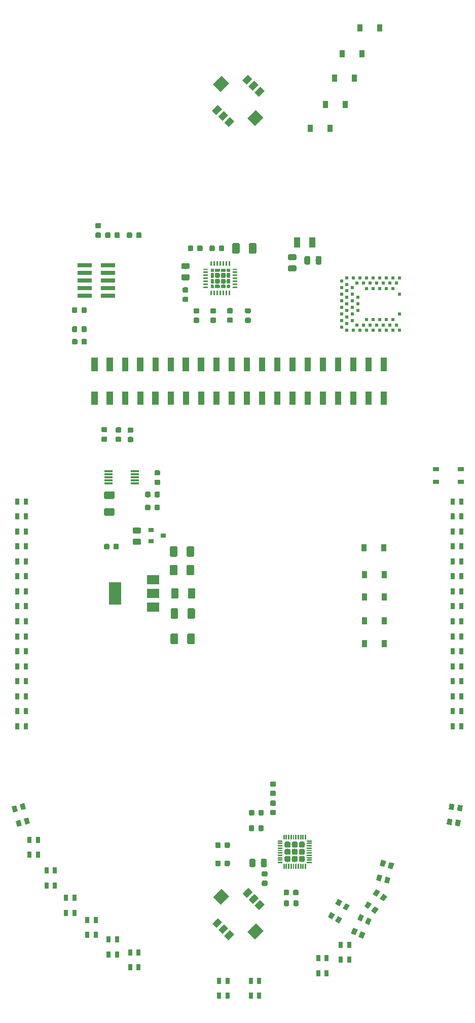
<source format=gtp>
G04 #@! TF.GenerationSoftware,KiCad,Pcbnew,(5.1.0-0)*
G04 #@! TF.CreationDate,2019-05-28T16:53:01-07:00*
G04 #@! TF.ProjectId,DC27-badge,44433237-2d62-4616-9467-652e6b696361,rev?*
G04 #@! TF.SameCoordinates,Original*
G04 #@! TF.FileFunction,Paste,Top*
G04 #@! TF.FilePolarity,Positive*
%FSLAX46Y46*%
G04 Gerber Fmt 4.6, Leading zero omitted, Abs format (unit mm)*
G04 Created by KiCad (PCBNEW (5.1.0-0)) date 2019-05-28 16:53:01*
%MOMM*%
%LPD*%
G04 APERTURE LIST*
%ADD10C,0.150000*%
%ADD11C,0.975000*%
%ADD12C,0.875000*%
%ADD13R,0.900000X0.800000*%
%ADD14C,1.250000*%
%ADD15C,1.800000*%
%ADD16C,1.000000*%
%ADD17R,2.000000X1.500000*%
%ADD18R,2.000000X3.800000*%
%ADD19C,0.249000*%
%ADD20C,0.970000*%
%ADD21R,1.019990X2.220010*%
%ADD22R,0.900000X1.200000*%
%ADD23R,1.400000X0.300000*%
%ADD24R,1.000000X1.800000*%
%ADD25R,0.500000X0.500000*%
%ADD26R,2.400000X0.740000*%
%ADD27C,0.250000*%
%ADD28C,0.436690*%
%ADD29C,0.458956*%
%ADD30C,0.806226*%
%ADD31R,1.049020X0.647700*%
%ADD32R,0.800000X1.000000*%
%ADD33C,0.800000*%
G04 APERTURE END LIST*
D10*
G36*
X80677200Y-115663990D02*
G01*
X81710000Y-115663990D01*
X81710000Y-117883110D01*
X80677200Y-117883110D01*
X80677200Y-115663990D01*
G37*
G36*
X80645500Y-121316000D02*
G01*
X81710000Y-121316000D01*
X81710000Y-123543110D01*
X80645500Y-123543110D01*
X80645500Y-121316000D01*
G37*
G36*
X83205100Y-115663990D02*
G01*
X84250000Y-115663990D01*
X84250000Y-117882070D01*
X83205100Y-117882070D01*
X83205100Y-115663990D01*
G37*
G36*
X83215100Y-121316000D02*
G01*
X84250000Y-121316000D01*
X84250000Y-123538660D01*
X83215100Y-123538660D01*
X83215100Y-121316000D01*
G37*
G36*
X85764500Y-115663990D02*
G01*
X86790000Y-115663990D01*
X86790000Y-117883520D01*
X85764500Y-117883520D01*
X85764500Y-115663990D01*
G37*
G36*
X85766500Y-121316000D02*
G01*
X86790000Y-121316000D01*
X86790000Y-123536710D01*
X85766500Y-123536710D01*
X85766500Y-121316000D01*
G37*
G36*
X88285700Y-115663990D02*
G01*
X89330000Y-115663990D01*
X89330000Y-117881550D01*
X88285700Y-117881550D01*
X88285700Y-115663990D01*
G37*
G36*
X88302300Y-121316000D02*
G01*
X89330000Y-121316000D01*
X89330000Y-123537790D01*
X88302300Y-123537790D01*
X88302300Y-121316000D01*
G37*
G36*
X90847600Y-115663990D02*
G01*
X91870000Y-115663990D01*
X91870000Y-117883710D01*
X90847600Y-117883710D01*
X90847600Y-115663990D01*
G37*
G36*
X90830700Y-121316000D02*
G01*
X91870000Y-121316000D01*
X91870000Y-123541250D01*
X90830700Y-123541250D01*
X90830700Y-121316000D01*
G37*
G36*
X93389400Y-115663990D02*
G01*
X94410000Y-115663990D01*
X94410000Y-117883920D01*
X93389400Y-117883920D01*
X93389400Y-115663990D01*
G37*
G36*
X93386700Y-121316000D02*
G01*
X94410000Y-121316000D01*
X94410000Y-123537100D01*
X93386700Y-123537100D01*
X93386700Y-121316000D01*
G37*
G36*
X95916080Y-115663990D02*
G01*
X96949980Y-115663990D01*
X96949980Y-117881460D01*
X95916080Y-117881460D01*
X95916080Y-115663990D01*
G37*
G36*
X95929590Y-121316000D02*
G01*
X96949980Y-121316000D01*
X96949980Y-123536180D01*
X95929590Y-123536180D01*
X95929590Y-121316000D01*
G37*
G36*
X98460560Y-115663990D02*
G01*
X99489980Y-115663990D01*
X99489980Y-117881640D01*
X98460560Y-117881640D01*
X98460560Y-115663990D01*
G37*
G36*
X98467990Y-121316000D02*
G01*
X99489980Y-121316000D01*
X99489980Y-123537160D01*
X98467990Y-123537160D01*
X98467990Y-121316000D01*
G37*
G36*
X101005400Y-115663990D02*
G01*
X102029980Y-115663990D01*
X102029980Y-117882180D01*
X101005400Y-117882180D01*
X101005400Y-115663990D01*
G37*
G36*
X101006090Y-121316000D02*
G01*
X102029980Y-121316000D01*
X102029980Y-123539570D01*
X101006090Y-123539570D01*
X101006090Y-121316000D01*
G37*
G36*
X103546770Y-115663990D02*
G01*
X104569981Y-115663990D01*
X104569981Y-117880890D01*
X103546770Y-117880890D01*
X103546770Y-115663990D01*
G37*
G36*
X103547930Y-121316000D02*
G01*
X104569981Y-121316000D01*
X104569981Y-123540560D01*
X103547930Y-123540560D01*
X103547930Y-121316000D01*
G37*
G36*
X106091477Y-115663990D02*
G01*
X107109980Y-115663990D01*
X107109980Y-117880650D01*
X106091477Y-117880650D01*
X106091477Y-115663990D01*
G37*
G36*
X106090680Y-121316000D02*
G01*
X107109980Y-121316000D01*
X107109980Y-123539570D01*
X106090680Y-123539570D01*
X106090680Y-121316000D01*
G37*
G36*
X108636100Y-115663990D02*
G01*
X109649980Y-115663990D01*
X109649980Y-117880820D01*
X108636100Y-117880820D01*
X108636100Y-115663990D01*
G37*
G36*
X108635370Y-121316000D02*
G01*
X109649980Y-121316000D01*
X109649980Y-123542430D01*
X108635370Y-123542430D01*
X108635370Y-121316000D01*
G37*
G36*
X111172060Y-115663990D02*
G01*
X112189980Y-115663990D01*
X112189980Y-117883390D01*
X111172060Y-117883390D01*
X111172060Y-115663990D01*
G37*
G36*
X111173770Y-121316000D02*
G01*
X112189980Y-121316000D01*
X112189980Y-123538550D01*
X111173770Y-123538550D01*
X111173770Y-121316000D01*
G37*
G36*
X113714170Y-115663990D02*
G01*
X114729980Y-115663990D01*
X114729980Y-117883150D01*
X113714170Y-117883150D01*
X113714170Y-115663990D01*
G37*
G36*
X113713720Y-121316000D02*
G01*
X114729980Y-121316000D01*
X114729980Y-123537760D01*
X113713720Y-123537760D01*
X113713720Y-121316000D01*
G37*
G36*
X116262800Y-115663990D02*
G01*
X117270000Y-115663990D01*
X117270000Y-117881990D01*
X116262800Y-117881990D01*
X116262800Y-115663990D01*
G37*
G36*
X116270800Y-121316000D02*
G01*
X117270000Y-121316000D01*
X117270000Y-123543490D01*
X116270800Y-123543490D01*
X116270800Y-121316000D01*
G37*
G36*
X118795200Y-115663990D02*
G01*
X119810000Y-115663990D01*
X119810000Y-117883340D01*
X118795200Y-117883340D01*
X118795200Y-115663990D01*
G37*
G36*
X118814700Y-121316000D02*
G01*
X119810000Y-121316000D01*
X119810000Y-123543230D01*
X118814700Y-123543230D01*
X118814700Y-121316000D01*
G37*
G36*
X121337900Y-115663990D02*
G01*
X122350000Y-115663990D01*
X122350000Y-117883160D01*
X121337900Y-117883160D01*
X121337900Y-115663990D01*
G37*
G36*
X121343700Y-121316000D02*
G01*
X122350000Y-121316000D01*
X122350000Y-123539370D01*
X121343700Y-123539370D01*
X121343700Y-121316000D01*
G37*
G36*
X123896900Y-115663990D02*
G01*
X124890000Y-115663990D01*
X124890000Y-117881510D01*
X123896900Y-117881510D01*
X123896900Y-115663990D01*
G37*
G36*
X123895400Y-121316000D02*
G01*
X124890000Y-121316000D01*
X124890000Y-123541410D01*
X123895400Y-123541410D01*
X123895400Y-121316000D01*
G37*
G36*
X126419300Y-115663990D02*
G01*
X127430000Y-115663990D01*
X127430000Y-117883250D01*
X126419300Y-117883250D01*
X126419300Y-115663990D01*
G37*
G36*
X126445200Y-121316000D02*
G01*
X127430000Y-121316000D01*
X127430000Y-123542590D01*
X126445200Y-123542590D01*
X126445200Y-121316000D01*
G37*
G36*
X128953700Y-115663990D02*
G01*
X129970000Y-115663990D01*
X129970000Y-117883730D01*
X128953700Y-117883730D01*
X128953700Y-115663990D01*
G37*
G36*
X128981800Y-121316000D02*
G01*
X129970000Y-121316000D01*
X129970000Y-123541310D01*
X128981800Y-123541310D01*
X128981800Y-121316000D01*
G37*
G36*
X96850142Y-101751174D02*
G01*
X96873803Y-101754684D01*
X96897007Y-101760496D01*
X96919529Y-101768554D01*
X96941153Y-101778782D01*
X96961670Y-101791079D01*
X96980883Y-101805329D01*
X96998607Y-101821393D01*
X97014671Y-101839117D01*
X97028921Y-101858330D01*
X97041218Y-101878847D01*
X97051446Y-101900471D01*
X97059504Y-101922993D01*
X97065316Y-101946197D01*
X97068826Y-101969858D01*
X97070000Y-101993750D01*
X97070000Y-102481250D01*
X97068826Y-102505142D01*
X97065316Y-102528803D01*
X97059504Y-102552007D01*
X97051446Y-102574529D01*
X97041218Y-102596153D01*
X97028921Y-102616670D01*
X97014671Y-102635883D01*
X96998607Y-102653607D01*
X96980883Y-102669671D01*
X96961670Y-102683921D01*
X96941153Y-102696218D01*
X96919529Y-102706446D01*
X96897007Y-102714504D01*
X96873803Y-102720316D01*
X96850142Y-102723826D01*
X96826250Y-102725000D01*
X95913750Y-102725000D01*
X95889858Y-102723826D01*
X95866197Y-102720316D01*
X95842993Y-102714504D01*
X95820471Y-102706446D01*
X95798847Y-102696218D01*
X95778330Y-102683921D01*
X95759117Y-102669671D01*
X95741393Y-102653607D01*
X95725329Y-102635883D01*
X95711079Y-102616670D01*
X95698782Y-102596153D01*
X95688554Y-102574529D01*
X95680496Y-102552007D01*
X95674684Y-102528803D01*
X95671174Y-102505142D01*
X95670000Y-102481250D01*
X95670000Y-101993750D01*
X95671174Y-101969858D01*
X95674684Y-101946197D01*
X95680496Y-101922993D01*
X95688554Y-101900471D01*
X95698782Y-101878847D01*
X95711079Y-101858330D01*
X95725329Y-101839117D01*
X95741393Y-101821393D01*
X95759117Y-101805329D01*
X95778330Y-101791079D01*
X95798847Y-101778782D01*
X95820471Y-101768554D01*
X95842993Y-101760496D01*
X95866197Y-101754684D01*
X95889858Y-101751174D01*
X95913750Y-101750000D01*
X96826250Y-101750000D01*
X96850142Y-101751174D01*
X96850142Y-101751174D01*
G37*
D11*
X96370000Y-102237500D03*
D10*
G36*
X96850142Y-99876174D02*
G01*
X96873803Y-99879684D01*
X96897007Y-99885496D01*
X96919529Y-99893554D01*
X96941153Y-99903782D01*
X96961670Y-99916079D01*
X96980883Y-99930329D01*
X96998607Y-99946393D01*
X97014671Y-99964117D01*
X97028921Y-99983330D01*
X97041218Y-100003847D01*
X97051446Y-100025471D01*
X97059504Y-100047993D01*
X97065316Y-100071197D01*
X97068826Y-100094858D01*
X97070000Y-100118750D01*
X97070000Y-100606250D01*
X97068826Y-100630142D01*
X97065316Y-100653803D01*
X97059504Y-100677007D01*
X97051446Y-100699529D01*
X97041218Y-100721153D01*
X97028921Y-100741670D01*
X97014671Y-100760883D01*
X96998607Y-100778607D01*
X96980883Y-100794671D01*
X96961670Y-100808921D01*
X96941153Y-100821218D01*
X96919529Y-100831446D01*
X96897007Y-100839504D01*
X96873803Y-100845316D01*
X96850142Y-100848826D01*
X96826250Y-100850000D01*
X95913750Y-100850000D01*
X95889858Y-100848826D01*
X95866197Y-100845316D01*
X95842993Y-100839504D01*
X95820471Y-100831446D01*
X95798847Y-100821218D01*
X95778330Y-100808921D01*
X95759117Y-100794671D01*
X95741393Y-100778607D01*
X95725329Y-100760883D01*
X95711079Y-100741670D01*
X95698782Y-100721153D01*
X95688554Y-100699529D01*
X95680496Y-100677007D01*
X95674684Y-100653803D01*
X95671174Y-100630142D01*
X95670000Y-100606250D01*
X95670000Y-100118750D01*
X95671174Y-100094858D01*
X95674684Y-100071197D01*
X95680496Y-100047993D01*
X95688554Y-100025471D01*
X95698782Y-100003847D01*
X95711079Y-99983330D01*
X95725329Y-99964117D01*
X95741393Y-99946393D01*
X95759117Y-99930329D01*
X95778330Y-99916079D01*
X95798847Y-99903782D01*
X95820471Y-99893554D01*
X95842993Y-99885496D01*
X95866197Y-99879684D01*
X95889858Y-99876174D01*
X95913750Y-99875000D01*
X96826250Y-99875000D01*
X96850142Y-99876174D01*
X96850142Y-99876174D01*
G37*
D11*
X96370000Y-100362500D03*
D10*
G36*
X109717642Y-199301174D02*
G01*
X109741303Y-199304684D01*
X109764507Y-199310496D01*
X109787029Y-199318554D01*
X109808653Y-199328782D01*
X109829170Y-199341079D01*
X109848383Y-199355329D01*
X109866107Y-199371393D01*
X109882171Y-199389117D01*
X109896421Y-199408330D01*
X109908718Y-199428847D01*
X109918946Y-199450471D01*
X109927004Y-199472993D01*
X109932816Y-199496197D01*
X109936326Y-199519858D01*
X109937500Y-199543750D01*
X109937500Y-200456250D01*
X109936326Y-200480142D01*
X109932816Y-200503803D01*
X109927004Y-200527007D01*
X109918946Y-200549529D01*
X109908718Y-200571153D01*
X109896421Y-200591670D01*
X109882171Y-200610883D01*
X109866107Y-200628607D01*
X109848383Y-200644671D01*
X109829170Y-200658921D01*
X109808653Y-200671218D01*
X109787029Y-200681446D01*
X109764507Y-200689504D01*
X109741303Y-200695316D01*
X109717642Y-200698826D01*
X109693750Y-200700000D01*
X109206250Y-200700000D01*
X109182358Y-200698826D01*
X109158697Y-200695316D01*
X109135493Y-200689504D01*
X109112971Y-200681446D01*
X109091347Y-200671218D01*
X109070830Y-200658921D01*
X109051617Y-200644671D01*
X109033893Y-200628607D01*
X109017829Y-200610883D01*
X109003579Y-200591670D01*
X108991282Y-200571153D01*
X108981054Y-200549529D01*
X108972996Y-200527007D01*
X108967184Y-200503803D01*
X108963674Y-200480142D01*
X108962500Y-200456250D01*
X108962500Y-199543750D01*
X108963674Y-199519858D01*
X108967184Y-199496197D01*
X108972996Y-199472993D01*
X108981054Y-199450471D01*
X108991282Y-199428847D01*
X109003579Y-199408330D01*
X109017829Y-199389117D01*
X109033893Y-199371393D01*
X109051617Y-199355329D01*
X109070830Y-199341079D01*
X109091347Y-199328782D01*
X109112971Y-199318554D01*
X109135493Y-199310496D01*
X109158697Y-199304684D01*
X109182358Y-199301174D01*
X109206250Y-199300000D01*
X109693750Y-199300000D01*
X109717642Y-199301174D01*
X109717642Y-199301174D01*
G37*
D11*
X109450000Y-200000000D03*
D10*
G36*
X107842642Y-199301174D02*
G01*
X107866303Y-199304684D01*
X107889507Y-199310496D01*
X107912029Y-199318554D01*
X107933653Y-199328782D01*
X107954170Y-199341079D01*
X107973383Y-199355329D01*
X107991107Y-199371393D01*
X108007171Y-199389117D01*
X108021421Y-199408330D01*
X108033718Y-199428847D01*
X108043946Y-199450471D01*
X108052004Y-199472993D01*
X108057816Y-199496197D01*
X108061326Y-199519858D01*
X108062500Y-199543750D01*
X108062500Y-200456250D01*
X108061326Y-200480142D01*
X108057816Y-200503803D01*
X108052004Y-200527007D01*
X108043946Y-200549529D01*
X108033718Y-200571153D01*
X108021421Y-200591670D01*
X108007171Y-200610883D01*
X107991107Y-200628607D01*
X107973383Y-200644671D01*
X107954170Y-200658921D01*
X107933653Y-200671218D01*
X107912029Y-200681446D01*
X107889507Y-200689504D01*
X107866303Y-200695316D01*
X107842642Y-200698826D01*
X107818750Y-200700000D01*
X107331250Y-200700000D01*
X107307358Y-200698826D01*
X107283697Y-200695316D01*
X107260493Y-200689504D01*
X107237971Y-200681446D01*
X107216347Y-200671218D01*
X107195830Y-200658921D01*
X107176617Y-200644671D01*
X107158893Y-200628607D01*
X107142829Y-200610883D01*
X107128579Y-200591670D01*
X107116282Y-200571153D01*
X107106054Y-200549529D01*
X107097996Y-200527007D01*
X107092184Y-200503803D01*
X107088674Y-200480142D01*
X107087500Y-200456250D01*
X107087500Y-199543750D01*
X107088674Y-199519858D01*
X107092184Y-199496197D01*
X107097996Y-199472993D01*
X107106054Y-199450471D01*
X107116282Y-199428847D01*
X107128579Y-199408330D01*
X107142829Y-199389117D01*
X107158893Y-199371393D01*
X107176617Y-199355329D01*
X107195830Y-199341079D01*
X107216347Y-199328782D01*
X107237971Y-199318554D01*
X107260493Y-199310496D01*
X107283697Y-199304684D01*
X107307358Y-199301174D01*
X107331250Y-199300000D01*
X107818750Y-199300000D01*
X107842642Y-199301174D01*
X107842642Y-199301174D01*
G37*
D11*
X107575000Y-200000000D03*
D10*
G36*
X88730142Y-144013674D02*
G01*
X88753803Y-144017184D01*
X88777007Y-144022996D01*
X88799529Y-144031054D01*
X88821153Y-144041282D01*
X88841670Y-144053579D01*
X88860883Y-144067829D01*
X88878607Y-144083893D01*
X88894671Y-144101617D01*
X88908921Y-144120830D01*
X88921218Y-144141347D01*
X88931446Y-144162971D01*
X88939504Y-144185493D01*
X88945316Y-144208697D01*
X88948826Y-144232358D01*
X88950000Y-144256250D01*
X88950000Y-144743750D01*
X88948826Y-144767642D01*
X88945316Y-144791303D01*
X88939504Y-144814507D01*
X88931446Y-144837029D01*
X88921218Y-144858653D01*
X88908921Y-144879170D01*
X88894671Y-144898383D01*
X88878607Y-144916107D01*
X88860883Y-144932171D01*
X88841670Y-144946421D01*
X88821153Y-144958718D01*
X88799529Y-144968946D01*
X88777007Y-144977004D01*
X88753803Y-144982816D01*
X88730142Y-144986326D01*
X88706250Y-144987500D01*
X87793750Y-144987500D01*
X87769858Y-144986326D01*
X87746197Y-144982816D01*
X87722993Y-144977004D01*
X87700471Y-144968946D01*
X87678847Y-144958718D01*
X87658330Y-144946421D01*
X87639117Y-144932171D01*
X87621393Y-144916107D01*
X87605329Y-144898383D01*
X87591079Y-144879170D01*
X87578782Y-144858653D01*
X87568554Y-144837029D01*
X87560496Y-144814507D01*
X87554684Y-144791303D01*
X87551174Y-144767642D01*
X87550000Y-144743750D01*
X87550000Y-144256250D01*
X87551174Y-144232358D01*
X87554684Y-144208697D01*
X87560496Y-144185493D01*
X87568554Y-144162971D01*
X87578782Y-144141347D01*
X87591079Y-144120830D01*
X87605329Y-144101617D01*
X87621393Y-144083893D01*
X87639117Y-144067829D01*
X87658330Y-144053579D01*
X87678847Y-144041282D01*
X87700471Y-144031054D01*
X87722993Y-144022996D01*
X87746197Y-144017184D01*
X87769858Y-144013674D01*
X87793750Y-144012500D01*
X88706250Y-144012500D01*
X88730142Y-144013674D01*
X88730142Y-144013674D01*
G37*
D11*
X88250000Y-144500000D03*
D10*
G36*
X88730142Y-145888674D02*
G01*
X88753803Y-145892184D01*
X88777007Y-145897996D01*
X88799529Y-145906054D01*
X88821153Y-145916282D01*
X88841670Y-145928579D01*
X88860883Y-145942829D01*
X88878607Y-145958893D01*
X88894671Y-145976617D01*
X88908921Y-145995830D01*
X88921218Y-146016347D01*
X88931446Y-146037971D01*
X88939504Y-146060493D01*
X88945316Y-146083697D01*
X88948826Y-146107358D01*
X88950000Y-146131250D01*
X88950000Y-146618750D01*
X88948826Y-146642642D01*
X88945316Y-146666303D01*
X88939504Y-146689507D01*
X88931446Y-146712029D01*
X88921218Y-146733653D01*
X88908921Y-146754170D01*
X88894671Y-146773383D01*
X88878607Y-146791107D01*
X88860883Y-146807171D01*
X88841670Y-146821421D01*
X88821153Y-146833718D01*
X88799529Y-146843946D01*
X88777007Y-146852004D01*
X88753803Y-146857816D01*
X88730142Y-146861326D01*
X88706250Y-146862500D01*
X87793750Y-146862500D01*
X87769858Y-146861326D01*
X87746197Y-146857816D01*
X87722993Y-146852004D01*
X87700471Y-146843946D01*
X87678847Y-146833718D01*
X87658330Y-146821421D01*
X87639117Y-146807171D01*
X87621393Y-146791107D01*
X87605329Y-146773383D01*
X87591079Y-146754170D01*
X87578782Y-146733653D01*
X87568554Y-146712029D01*
X87560496Y-146689507D01*
X87554684Y-146666303D01*
X87551174Y-146642642D01*
X87550000Y-146618750D01*
X87550000Y-146131250D01*
X87551174Y-146107358D01*
X87554684Y-146083697D01*
X87560496Y-146060493D01*
X87568554Y-146037971D01*
X87578782Y-146016347D01*
X87591079Y-145995830D01*
X87605329Y-145976617D01*
X87621393Y-145958893D01*
X87639117Y-145942829D01*
X87658330Y-145928579D01*
X87678847Y-145916282D01*
X87700471Y-145906054D01*
X87722993Y-145897996D01*
X87746197Y-145892184D01*
X87769858Y-145888674D01*
X87793750Y-145887500D01*
X88706250Y-145887500D01*
X88730142Y-145888674D01*
X88730142Y-145888674D01*
G37*
D11*
X88250000Y-146375000D03*
D10*
G36*
X83452691Y-146726053D02*
G01*
X83473926Y-146729203D01*
X83494750Y-146734419D01*
X83514962Y-146741651D01*
X83534368Y-146750830D01*
X83552781Y-146761866D01*
X83570024Y-146774654D01*
X83585930Y-146789070D01*
X83600346Y-146804976D01*
X83613134Y-146822219D01*
X83624170Y-146840632D01*
X83633349Y-146860038D01*
X83640581Y-146880250D01*
X83645797Y-146901074D01*
X83648947Y-146922309D01*
X83650000Y-146943750D01*
X83650000Y-147456250D01*
X83648947Y-147477691D01*
X83645797Y-147498926D01*
X83640581Y-147519750D01*
X83633349Y-147539962D01*
X83624170Y-147559368D01*
X83613134Y-147577781D01*
X83600346Y-147595024D01*
X83585930Y-147610930D01*
X83570024Y-147625346D01*
X83552781Y-147638134D01*
X83534368Y-147649170D01*
X83514962Y-147658349D01*
X83494750Y-147665581D01*
X83473926Y-147670797D01*
X83452691Y-147673947D01*
X83431250Y-147675000D01*
X82993750Y-147675000D01*
X82972309Y-147673947D01*
X82951074Y-147670797D01*
X82930250Y-147665581D01*
X82910038Y-147658349D01*
X82890632Y-147649170D01*
X82872219Y-147638134D01*
X82854976Y-147625346D01*
X82839070Y-147610930D01*
X82824654Y-147595024D01*
X82811866Y-147577781D01*
X82800830Y-147559368D01*
X82791651Y-147539962D01*
X82784419Y-147519750D01*
X82779203Y-147498926D01*
X82776053Y-147477691D01*
X82775000Y-147456250D01*
X82775000Y-146943750D01*
X82776053Y-146922309D01*
X82779203Y-146901074D01*
X82784419Y-146880250D01*
X82791651Y-146860038D01*
X82800830Y-146840632D01*
X82811866Y-146822219D01*
X82824654Y-146804976D01*
X82839070Y-146789070D01*
X82854976Y-146774654D01*
X82872219Y-146761866D01*
X82890632Y-146750830D01*
X82910038Y-146741651D01*
X82930250Y-146734419D01*
X82951074Y-146729203D01*
X82972309Y-146726053D01*
X82993750Y-146725000D01*
X83431250Y-146725000D01*
X83452691Y-146726053D01*
X83452691Y-146726053D01*
G37*
D12*
X83212500Y-147200000D03*
D10*
G36*
X85027691Y-146726053D02*
G01*
X85048926Y-146729203D01*
X85069750Y-146734419D01*
X85089962Y-146741651D01*
X85109368Y-146750830D01*
X85127781Y-146761866D01*
X85145024Y-146774654D01*
X85160930Y-146789070D01*
X85175346Y-146804976D01*
X85188134Y-146822219D01*
X85199170Y-146840632D01*
X85208349Y-146860038D01*
X85215581Y-146880250D01*
X85220797Y-146901074D01*
X85223947Y-146922309D01*
X85225000Y-146943750D01*
X85225000Y-147456250D01*
X85223947Y-147477691D01*
X85220797Y-147498926D01*
X85215581Y-147519750D01*
X85208349Y-147539962D01*
X85199170Y-147559368D01*
X85188134Y-147577781D01*
X85175346Y-147595024D01*
X85160930Y-147610930D01*
X85145024Y-147625346D01*
X85127781Y-147638134D01*
X85109368Y-147649170D01*
X85089962Y-147658349D01*
X85069750Y-147665581D01*
X85048926Y-147670797D01*
X85027691Y-147673947D01*
X85006250Y-147675000D01*
X84568750Y-147675000D01*
X84547309Y-147673947D01*
X84526074Y-147670797D01*
X84505250Y-147665581D01*
X84485038Y-147658349D01*
X84465632Y-147649170D01*
X84447219Y-147638134D01*
X84429976Y-147625346D01*
X84414070Y-147610930D01*
X84399654Y-147595024D01*
X84386866Y-147577781D01*
X84375830Y-147559368D01*
X84366651Y-147539962D01*
X84359419Y-147519750D01*
X84354203Y-147498926D01*
X84351053Y-147477691D01*
X84350000Y-147456250D01*
X84350000Y-146943750D01*
X84351053Y-146922309D01*
X84354203Y-146901074D01*
X84359419Y-146880250D01*
X84366651Y-146860038D01*
X84375830Y-146840632D01*
X84386866Y-146822219D01*
X84399654Y-146804976D01*
X84414070Y-146789070D01*
X84429976Y-146774654D01*
X84447219Y-146761866D01*
X84465632Y-146750830D01*
X84485038Y-146741651D01*
X84505250Y-146734419D01*
X84526074Y-146729203D01*
X84547309Y-146726053D01*
X84568750Y-146725000D01*
X85006250Y-146725000D01*
X85027691Y-146726053D01*
X85027691Y-146726053D01*
G37*
D12*
X84787500Y-147200000D03*
D13*
X92650000Y-145350000D03*
X90650000Y-146300000D03*
X90650000Y-144400000D03*
D10*
G36*
X97699504Y-161701204D02*
G01*
X97723773Y-161704804D01*
X97747571Y-161710765D01*
X97770671Y-161719030D01*
X97792849Y-161729520D01*
X97813893Y-161742133D01*
X97833598Y-161756747D01*
X97851777Y-161773223D01*
X97868253Y-161791402D01*
X97882867Y-161811107D01*
X97895480Y-161832151D01*
X97905970Y-161854329D01*
X97914235Y-161877429D01*
X97920196Y-161901227D01*
X97923796Y-161925496D01*
X97925000Y-161950000D01*
X97925000Y-163200000D01*
X97923796Y-163224504D01*
X97920196Y-163248773D01*
X97914235Y-163272571D01*
X97905970Y-163295671D01*
X97895480Y-163317849D01*
X97882867Y-163338893D01*
X97868253Y-163358598D01*
X97851777Y-163376777D01*
X97833598Y-163393253D01*
X97813893Y-163407867D01*
X97792849Y-163420480D01*
X97770671Y-163430970D01*
X97747571Y-163439235D01*
X97723773Y-163445196D01*
X97699504Y-163448796D01*
X97675000Y-163450000D01*
X96925000Y-163450000D01*
X96900496Y-163448796D01*
X96876227Y-163445196D01*
X96852429Y-163439235D01*
X96829329Y-163430970D01*
X96807151Y-163420480D01*
X96786107Y-163407867D01*
X96766402Y-163393253D01*
X96748223Y-163376777D01*
X96731747Y-163358598D01*
X96717133Y-163338893D01*
X96704520Y-163317849D01*
X96694030Y-163295671D01*
X96685765Y-163272571D01*
X96679804Y-163248773D01*
X96676204Y-163224504D01*
X96675000Y-163200000D01*
X96675000Y-161950000D01*
X96676204Y-161925496D01*
X96679804Y-161901227D01*
X96685765Y-161877429D01*
X96694030Y-161854329D01*
X96704520Y-161832151D01*
X96717133Y-161811107D01*
X96731747Y-161791402D01*
X96748223Y-161773223D01*
X96766402Y-161756747D01*
X96786107Y-161742133D01*
X96807151Y-161729520D01*
X96829329Y-161719030D01*
X96852429Y-161710765D01*
X96876227Y-161704804D01*
X96900496Y-161701204D01*
X96925000Y-161700000D01*
X97675000Y-161700000D01*
X97699504Y-161701204D01*
X97699504Y-161701204D01*
G37*
D14*
X97300000Y-162575000D03*
D10*
G36*
X94899504Y-161701204D02*
G01*
X94923773Y-161704804D01*
X94947571Y-161710765D01*
X94970671Y-161719030D01*
X94992849Y-161729520D01*
X95013893Y-161742133D01*
X95033598Y-161756747D01*
X95051777Y-161773223D01*
X95068253Y-161791402D01*
X95082867Y-161811107D01*
X95095480Y-161832151D01*
X95105970Y-161854329D01*
X95114235Y-161877429D01*
X95120196Y-161901227D01*
X95123796Y-161925496D01*
X95125000Y-161950000D01*
X95125000Y-163200000D01*
X95123796Y-163224504D01*
X95120196Y-163248773D01*
X95114235Y-163272571D01*
X95105970Y-163295671D01*
X95095480Y-163317849D01*
X95082867Y-163338893D01*
X95068253Y-163358598D01*
X95051777Y-163376777D01*
X95033598Y-163393253D01*
X95013893Y-163407867D01*
X94992849Y-163420480D01*
X94970671Y-163430970D01*
X94947571Y-163439235D01*
X94923773Y-163445196D01*
X94899504Y-163448796D01*
X94875000Y-163450000D01*
X94125000Y-163450000D01*
X94100496Y-163448796D01*
X94076227Y-163445196D01*
X94052429Y-163439235D01*
X94029329Y-163430970D01*
X94007151Y-163420480D01*
X93986107Y-163407867D01*
X93966402Y-163393253D01*
X93948223Y-163376777D01*
X93931747Y-163358598D01*
X93917133Y-163338893D01*
X93904520Y-163317849D01*
X93894030Y-163295671D01*
X93885765Y-163272571D01*
X93879804Y-163248773D01*
X93876204Y-163224504D01*
X93875000Y-163200000D01*
X93875000Y-161950000D01*
X93876204Y-161925496D01*
X93879804Y-161901227D01*
X93885765Y-161877429D01*
X93894030Y-161854329D01*
X93904520Y-161832151D01*
X93917133Y-161811107D01*
X93931747Y-161791402D01*
X93948223Y-161773223D01*
X93966402Y-161756747D01*
X93986107Y-161742133D01*
X94007151Y-161729520D01*
X94029329Y-161719030D01*
X94052429Y-161710765D01*
X94076227Y-161704804D01*
X94100496Y-161701204D01*
X94125000Y-161700000D01*
X94875000Y-161700000D01*
X94899504Y-161701204D01*
X94899504Y-161701204D01*
G37*
D14*
X94500000Y-162575000D03*
D15*
X102347436Y-205647436D03*
D10*
G36*
X102418147Y-204303933D02*
G01*
X103690939Y-205576725D01*
X102276725Y-206990939D01*
X101003933Y-205718147D01*
X102418147Y-204303933D01*
X102418147Y-204303933D01*
G37*
D15*
X108075000Y-211375000D03*
D10*
G36*
X108145711Y-210031497D02*
G01*
X109418503Y-211304289D01*
X108004289Y-212718503D01*
X106731497Y-211445711D01*
X108145711Y-210031497D01*
X108145711Y-210031497D01*
G37*
D16*
X103690938Y-212046752D03*
D10*
G36*
X103814682Y-211215902D02*
G01*
X104521788Y-211923008D01*
X103567194Y-212877602D01*
X102860088Y-212170496D01*
X103814682Y-211215902D01*
X103814682Y-211215902D01*
G37*
D16*
X102683311Y-211039125D03*
D10*
G36*
X102807055Y-210208275D02*
G01*
X103514161Y-210915381D01*
X102559567Y-211869975D01*
X101852461Y-211162869D01*
X102807055Y-210208275D01*
X102807055Y-210208275D01*
G37*
D16*
X101675684Y-210031498D03*
D10*
G36*
X101799428Y-209200648D02*
G01*
X102506534Y-209907754D01*
X101551940Y-210862348D01*
X100844834Y-210155242D01*
X101799428Y-209200648D01*
X101799428Y-209200648D01*
G37*
D16*
X106731498Y-204975684D03*
D10*
G36*
X106855242Y-204144834D02*
G01*
X107562348Y-204851940D01*
X106607754Y-205806534D01*
X105900648Y-205099428D01*
X106855242Y-204144834D01*
X106855242Y-204144834D01*
G37*
D16*
X107739125Y-205983311D03*
D10*
G36*
X107862869Y-205152461D02*
G01*
X108569975Y-205859567D01*
X107615381Y-206814161D01*
X106908275Y-206107055D01*
X107862869Y-205152461D01*
X107862869Y-205152461D01*
G37*
D16*
X108746752Y-206990938D03*
D10*
G36*
X108870496Y-206160088D02*
G01*
X109577602Y-206867194D01*
X108623008Y-207821788D01*
X107915902Y-207114682D01*
X108870496Y-206160088D01*
X108870496Y-206160088D01*
G37*
D15*
X102326218Y-69906218D03*
D10*
G36*
X102396929Y-68562715D02*
G01*
X103669721Y-69835507D01*
X102255507Y-71249721D01*
X100982715Y-69976929D01*
X102396929Y-68562715D01*
X102396929Y-68562715D01*
G37*
D15*
X108053782Y-75633782D03*
D10*
G36*
X108124493Y-74290279D02*
G01*
X109397285Y-75563071D01*
X107983071Y-76977285D01*
X106710279Y-75704493D01*
X108124493Y-74290279D01*
X108124493Y-74290279D01*
G37*
D16*
X103669720Y-76305534D03*
D10*
G36*
X103793464Y-75474684D02*
G01*
X104500570Y-76181790D01*
X103545976Y-77136384D01*
X102838870Y-76429278D01*
X103793464Y-75474684D01*
X103793464Y-75474684D01*
G37*
D16*
X102662093Y-75297907D03*
D10*
G36*
X102785837Y-74467057D02*
G01*
X103492943Y-75174163D01*
X102538349Y-76128757D01*
X101831243Y-75421651D01*
X102785837Y-74467057D01*
X102785837Y-74467057D01*
G37*
D16*
X101654466Y-74290280D03*
D10*
G36*
X101778210Y-73459430D02*
G01*
X102485316Y-74166536D01*
X101530722Y-75121130D01*
X100823616Y-74414024D01*
X101778210Y-73459430D01*
X101778210Y-73459430D01*
G37*
D16*
X106710280Y-69234466D03*
D10*
G36*
X106834024Y-68403616D02*
G01*
X107541130Y-69110722D01*
X106586536Y-70065316D01*
X105879430Y-69358210D01*
X106834024Y-68403616D01*
X106834024Y-68403616D01*
G37*
D16*
X107717907Y-70242093D03*
D10*
G36*
X107841651Y-69411243D02*
G01*
X108548757Y-70118349D01*
X107594163Y-71072943D01*
X106887057Y-70365837D01*
X107841651Y-69411243D01*
X107841651Y-69411243D01*
G37*
D16*
X108725534Y-71249720D03*
D10*
G36*
X108849278Y-70418870D02*
G01*
X109556384Y-71125976D01*
X108601790Y-72080570D01*
X107894684Y-71373464D01*
X108849278Y-70418870D01*
X108849278Y-70418870D01*
G37*
D17*
X90950000Y-157300000D03*
X90950000Y-152700000D03*
X90950000Y-155000000D03*
D18*
X84650000Y-155000000D03*
D10*
G36*
X116488352Y-200156950D02*
G01*
X116494394Y-200157846D01*
X116500320Y-200159330D01*
X116506072Y-200161388D01*
X116511594Y-200164000D01*
X116516834Y-200167141D01*
X116521741Y-200170780D01*
X116526267Y-200174883D01*
X116530370Y-200179409D01*
X116534009Y-200184316D01*
X116537150Y-200189556D01*
X116539762Y-200195078D01*
X116541820Y-200200830D01*
X116543304Y-200206756D01*
X116544200Y-200212798D01*
X116544500Y-200218900D01*
X116544500Y-200916100D01*
X116544200Y-200922202D01*
X116543304Y-200928244D01*
X116541820Y-200934170D01*
X116539762Y-200939922D01*
X116537150Y-200945444D01*
X116534009Y-200950684D01*
X116530370Y-200955591D01*
X116526267Y-200960117D01*
X116521741Y-200964220D01*
X116516834Y-200967859D01*
X116511594Y-200971000D01*
X116506072Y-200973612D01*
X116500320Y-200975670D01*
X116494394Y-200977154D01*
X116488352Y-200978050D01*
X116482250Y-200978350D01*
X116357750Y-200978350D01*
X116351648Y-200978050D01*
X116345606Y-200977154D01*
X116339680Y-200975670D01*
X116333928Y-200973612D01*
X116328406Y-200971000D01*
X116323166Y-200967859D01*
X116318259Y-200964220D01*
X116313733Y-200960117D01*
X116309630Y-200955591D01*
X116305991Y-200950684D01*
X116302850Y-200945444D01*
X116300238Y-200939922D01*
X116298180Y-200934170D01*
X116296696Y-200928244D01*
X116295800Y-200922202D01*
X116295500Y-200916100D01*
X116295500Y-200218900D01*
X116295800Y-200212798D01*
X116296696Y-200206756D01*
X116298180Y-200200830D01*
X116300238Y-200195078D01*
X116302850Y-200189556D01*
X116305991Y-200184316D01*
X116309630Y-200179409D01*
X116313733Y-200174883D01*
X116318259Y-200170780D01*
X116323166Y-200167141D01*
X116328406Y-200164000D01*
X116333928Y-200161388D01*
X116339680Y-200159330D01*
X116345606Y-200157846D01*
X116351648Y-200156950D01*
X116357750Y-200156650D01*
X116482250Y-200156650D01*
X116488352Y-200156950D01*
X116488352Y-200156950D01*
G37*
D19*
X116420000Y-200567500D03*
D10*
G36*
X116088352Y-200156950D02*
G01*
X116094394Y-200157846D01*
X116100320Y-200159330D01*
X116106072Y-200161388D01*
X116111594Y-200164000D01*
X116116834Y-200167141D01*
X116121741Y-200170780D01*
X116126267Y-200174883D01*
X116130370Y-200179409D01*
X116134009Y-200184316D01*
X116137150Y-200189556D01*
X116139762Y-200195078D01*
X116141820Y-200200830D01*
X116143304Y-200206756D01*
X116144200Y-200212798D01*
X116144500Y-200218900D01*
X116144500Y-200916100D01*
X116144200Y-200922202D01*
X116143304Y-200928244D01*
X116141820Y-200934170D01*
X116139762Y-200939922D01*
X116137150Y-200945444D01*
X116134009Y-200950684D01*
X116130370Y-200955591D01*
X116126267Y-200960117D01*
X116121741Y-200964220D01*
X116116834Y-200967859D01*
X116111594Y-200971000D01*
X116106072Y-200973612D01*
X116100320Y-200975670D01*
X116094394Y-200977154D01*
X116088352Y-200978050D01*
X116082250Y-200978350D01*
X115957750Y-200978350D01*
X115951648Y-200978050D01*
X115945606Y-200977154D01*
X115939680Y-200975670D01*
X115933928Y-200973612D01*
X115928406Y-200971000D01*
X115923166Y-200967859D01*
X115918259Y-200964220D01*
X115913733Y-200960117D01*
X115909630Y-200955591D01*
X115905991Y-200950684D01*
X115902850Y-200945444D01*
X115900238Y-200939922D01*
X115898180Y-200934170D01*
X115896696Y-200928244D01*
X115895800Y-200922202D01*
X115895500Y-200916100D01*
X115895500Y-200218900D01*
X115895800Y-200212798D01*
X115896696Y-200206756D01*
X115898180Y-200200830D01*
X115900238Y-200195078D01*
X115902850Y-200189556D01*
X115905991Y-200184316D01*
X115909630Y-200179409D01*
X115913733Y-200174883D01*
X115918259Y-200170780D01*
X115923166Y-200167141D01*
X115928406Y-200164000D01*
X115933928Y-200161388D01*
X115939680Y-200159330D01*
X115945606Y-200157846D01*
X115951648Y-200156950D01*
X115957750Y-200156650D01*
X116082250Y-200156650D01*
X116088352Y-200156950D01*
X116088352Y-200156950D01*
G37*
D19*
X116020000Y-200567500D03*
D10*
G36*
X115688352Y-200156950D02*
G01*
X115694394Y-200157846D01*
X115700320Y-200159330D01*
X115706072Y-200161388D01*
X115711594Y-200164000D01*
X115716834Y-200167141D01*
X115721741Y-200170780D01*
X115726267Y-200174883D01*
X115730370Y-200179409D01*
X115734009Y-200184316D01*
X115737150Y-200189556D01*
X115739762Y-200195078D01*
X115741820Y-200200830D01*
X115743304Y-200206756D01*
X115744200Y-200212798D01*
X115744500Y-200218900D01*
X115744500Y-200916100D01*
X115744200Y-200922202D01*
X115743304Y-200928244D01*
X115741820Y-200934170D01*
X115739762Y-200939922D01*
X115737150Y-200945444D01*
X115734009Y-200950684D01*
X115730370Y-200955591D01*
X115726267Y-200960117D01*
X115721741Y-200964220D01*
X115716834Y-200967859D01*
X115711594Y-200971000D01*
X115706072Y-200973612D01*
X115700320Y-200975670D01*
X115694394Y-200977154D01*
X115688352Y-200978050D01*
X115682250Y-200978350D01*
X115557750Y-200978350D01*
X115551648Y-200978050D01*
X115545606Y-200977154D01*
X115539680Y-200975670D01*
X115533928Y-200973612D01*
X115528406Y-200971000D01*
X115523166Y-200967859D01*
X115518259Y-200964220D01*
X115513733Y-200960117D01*
X115509630Y-200955591D01*
X115505991Y-200950684D01*
X115502850Y-200945444D01*
X115500238Y-200939922D01*
X115498180Y-200934170D01*
X115496696Y-200928244D01*
X115495800Y-200922202D01*
X115495500Y-200916100D01*
X115495500Y-200218900D01*
X115495800Y-200212798D01*
X115496696Y-200206756D01*
X115498180Y-200200830D01*
X115500238Y-200195078D01*
X115502850Y-200189556D01*
X115505991Y-200184316D01*
X115509630Y-200179409D01*
X115513733Y-200174883D01*
X115518259Y-200170780D01*
X115523166Y-200167141D01*
X115528406Y-200164000D01*
X115533928Y-200161388D01*
X115539680Y-200159330D01*
X115545606Y-200157846D01*
X115551648Y-200156950D01*
X115557750Y-200156650D01*
X115682250Y-200156650D01*
X115688352Y-200156950D01*
X115688352Y-200156950D01*
G37*
D19*
X115620000Y-200567500D03*
D10*
G36*
X115288352Y-200156950D02*
G01*
X115294394Y-200157846D01*
X115300320Y-200159330D01*
X115306072Y-200161388D01*
X115311594Y-200164000D01*
X115316834Y-200167141D01*
X115321741Y-200170780D01*
X115326267Y-200174883D01*
X115330370Y-200179409D01*
X115334009Y-200184316D01*
X115337150Y-200189556D01*
X115339762Y-200195078D01*
X115341820Y-200200830D01*
X115343304Y-200206756D01*
X115344200Y-200212798D01*
X115344500Y-200218900D01*
X115344500Y-200916100D01*
X115344200Y-200922202D01*
X115343304Y-200928244D01*
X115341820Y-200934170D01*
X115339762Y-200939922D01*
X115337150Y-200945444D01*
X115334009Y-200950684D01*
X115330370Y-200955591D01*
X115326267Y-200960117D01*
X115321741Y-200964220D01*
X115316834Y-200967859D01*
X115311594Y-200971000D01*
X115306072Y-200973612D01*
X115300320Y-200975670D01*
X115294394Y-200977154D01*
X115288352Y-200978050D01*
X115282250Y-200978350D01*
X115157750Y-200978350D01*
X115151648Y-200978050D01*
X115145606Y-200977154D01*
X115139680Y-200975670D01*
X115133928Y-200973612D01*
X115128406Y-200971000D01*
X115123166Y-200967859D01*
X115118259Y-200964220D01*
X115113733Y-200960117D01*
X115109630Y-200955591D01*
X115105991Y-200950684D01*
X115102850Y-200945444D01*
X115100238Y-200939922D01*
X115098180Y-200934170D01*
X115096696Y-200928244D01*
X115095800Y-200922202D01*
X115095500Y-200916100D01*
X115095500Y-200218900D01*
X115095800Y-200212798D01*
X115096696Y-200206756D01*
X115098180Y-200200830D01*
X115100238Y-200195078D01*
X115102850Y-200189556D01*
X115105991Y-200184316D01*
X115109630Y-200179409D01*
X115113733Y-200174883D01*
X115118259Y-200170780D01*
X115123166Y-200167141D01*
X115128406Y-200164000D01*
X115133928Y-200161388D01*
X115139680Y-200159330D01*
X115145606Y-200157846D01*
X115151648Y-200156950D01*
X115157750Y-200156650D01*
X115282250Y-200156650D01*
X115288352Y-200156950D01*
X115288352Y-200156950D01*
G37*
D19*
X115220000Y-200567500D03*
D10*
G36*
X114888352Y-200156950D02*
G01*
X114894394Y-200157846D01*
X114900320Y-200159330D01*
X114906072Y-200161388D01*
X114911594Y-200164000D01*
X114916834Y-200167141D01*
X114921741Y-200170780D01*
X114926267Y-200174883D01*
X114930370Y-200179409D01*
X114934009Y-200184316D01*
X114937150Y-200189556D01*
X114939762Y-200195078D01*
X114941820Y-200200830D01*
X114943304Y-200206756D01*
X114944200Y-200212798D01*
X114944500Y-200218900D01*
X114944500Y-200916100D01*
X114944200Y-200922202D01*
X114943304Y-200928244D01*
X114941820Y-200934170D01*
X114939762Y-200939922D01*
X114937150Y-200945444D01*
X114934009Y-200950684D01*
X114930370Y-200955591D01*
X114926267Y-200960117D01*
X114921741Y-200964220D01*
X114916834Y-200967859D01*
X114911594Y-200971000D01*
X114906072Y-200973612D01*
X114900320Y-200975670D01*
X114894394Y-200977154D01*
X114888352Y-200978050D01*
X114882250Y-200978350D01*
X114757750Y-200978350D01*
X114751648Y-200978050D01*
X114745606Y-200977154D01*
X114739680Y-200975670D01*
X114733928Y-200973612D01*
X114728406Y-200971000D01*
X114723166Y-200967859D01*
X114718259Y-200964220D01*
X114713733Y-200960117D01*
X114709630Y-200955591D01*
X114705991Y-200950684D01*
X114702850Y-200945444D01*
X114700238Y-200939922D01*
X114698180Y-200934170D01*
X114696696Y-200928244D01*
X114695800Y-200922202D01*
X114695500Y-200916100D01*
X114695500Y-200218900D01*
X114695800Y-200212798D01*
X114696696Y-200206756D01*
X114698180Y-200200830D01*
X114700238Y-200195078D01*
X114702850Y-200189556D01*
X114705991Y-200184316D01*
X114709630Y-200179409D01*
X114713733Y-200174883D01*
X114718259Y-200170780D01*
X114723166Y-200167141D01*
X114728406Y-200164000D01*
X114733928Y-200161388D01*
X114739680Y-200159330D01*
X114745606Y-200157846D01*
X114751648Y-200156950D01*
X114757750Y-200156650D01*
X114882250Y-200156650D01*
X114888352Y-200156950D01*
X114888352Y-200156950D01*
G37*
D19*
X114820000Y-200567500D03*
D10*
G36*
X114488352Y-200156950D02*
G01*
X114494394Y-200157846D01*
X114500320Y-200159330D01*
X114506072Y-200161388D01*
X114511594Y-200164000D01*
X114516834Y-200167141D01*
X114521741Y-200170780D01*
X114526267Y-200174883D01*
X114530370Y-200179409D01*
X114534009Y-200184316D01*
X114537150Y-200189556D01*
X114539762Y-200195078D01*
X114541820Y-200200830D01*
X114543304Y-200206756D01*
X114544200Y-200212798D01*
X114544500Y-200218900D01*
X114544500Y-200916100D01*
X114544200Y-200922202D01*
X114543304Y-200928244D01*
X114541820Y-200934170D01*
X114539762Y-200939922D01*
X114537150Y-200945444D01*
X114534009Y-200950684D01*
X114530370Y-200955591D01*
X114526267Y-200960117D01*
X114521741Y-200964220D01*
X114516834Y-200967859D01*
X114511594Y-200971000D01*
X114506072Y-200973612D01*
X114500320Y-200975670D01*
X114494394Y-200977154D01*
X114488352Y-200978050D01*
X114482250Y-200978350D01*
X114357750Y-200978350D01*
X114351648Y-200978050D01*
X114345606Y-200977154D01*
X114339680Y-200975670D01*
X114333928Y-200973612D01*
X114328406Y-200971000D01*
X114323166Y-200967859D01*
X114318259Y-200964220D01*
X114313733Y-200960117D01*
X114309630Y-200955591D01*
X114305991Y-200950684D01*
X114302850Y-200945444D01*
X114300238Y-200939922D01*
X114298180Y-200934170D01*
X114296696Y-200928244D01*
X114295800Y-200922202D01*
X114295500Y-200916100D01*
X114295500Y-200218900D01*
X114295800Y-200212798D01*
X114296696Y-200206756D01*
X114298180Y-200200830D01*
X114300238Y-200195078D01*
X114302850Y-200189556D01*
X114305991Y-200184316D01*
X114309630Y-200179409D01*
X114313733Y-200174883D01*
X114318259Y-200170780D01*
X114323166Y-200167141D01*
X114328406Y-200164000D01*
X114333928Y-200161388D01*
X114339680Y-200159330D01*
X114345606Y-200157846D01*
X114351648Y-200156950D01*
X114357750Y-200156650D01*
X114482250Y-200156650D01*
X114488352Y-200156950D01*
X114488352Y-200156950D01*
G37*
D19*
X114420000Y-200567500D03*
D10*
G36*
X114088352Y-200156950D02*
G01*
X114094394Y-200157846D01*
X114100320Y-200159330D01*
X114106072Y-200161388D01*
X114111594Y-200164000D01*
X114116834Y-200167141D01*
X114121741Y-200170780D01*
X114126267Y-200174883D01*
X114130370Y-200179409D01*
X114134009Y-200184316D01*
X114137150Y-200189556D01*
X114139762Y-200195078D01*
X114141820Y-200200830D01*
X114143304Y-200206756D01*
X114144200Y-200212798D01*
X114144500Y-200218900D01*
X114144500Y-200916100D01*
X114144200Y-200922202D01*
X114143304Y-200928244D01*
X114141820Y-200934170D01*
X114139762Y-200939922D01*
X114137150Y-200945444D01*
X114134009Y-200950684D01*
X114130370Y-200955591D01*
X114126267Y-200960117D01*
X114121741Y-200964220D01*
X114116834Y-200967859D01*
X114111594Y-200971000D01*
X114106072Y-200973612D01*
X114100320Y-200975670D01*
X114094394Y-200977154D01*
X114088352Y-200978050D01*
X114082250Y-200978350D01*
X113957750Y-200978350D01*
X113951648Y-200978050D01*
X113945606Y-200977154D01*
X113939680Y-200975670D01*
X113933928Y-200973612D01*
X113928406Y-200971000D01*
X113923166Y-200967859D01*
X113918259Y-200964220D01*
X113913733Y-200960117D01*
X113909630Y-200955591D01*
X113905991Y-200950684D01*
X113902850Y-200945444D01*
X113900238Y-200939922D01*
X113898180Y-200934170D01*
X113896696Y-200928244D01*
X113895800Y-200922202D01*
X113895500Y-200916100D01*
X113895500Y-200218900D01*
X113895800Y-200212798D01*
X113896696Y-200206756D01*
X113898180Y-200200830D01*
X113900238Y-200195078D01*
X113902850Y-200189556D01*
X113905991Y-200184316D01*
X113909630Y-200179409D01*
X113913733Y-200174883D01*
X113918259Y-200170780D01*
X113923166Y-200167141D01*
X113928406Y-200164000D01*
X113933928Y-200161388D01*
X113939680Y-200159330D01*
X113945606Y-200157846D01*
X113951648Y-200156950D01*
X113957750Y-200156650D01*
X114082250Y-200156650D01*
X114088352Y-200156950D01*
X114088352Y-200156950D01*
G37*
D19*
X114020000Y-200567500D03*
D10*
G36*
X113688352Y-200156950D02*
G01*
X113694394Y-200157846D01*
X113700320Y-200159330D01*
X113706072Y-200161388D01*
X113711594Y-200164000D01*
X113716834Y-200167141D01*
X113721741Y-200170780D01*
X113726267Y-200174883D01*
X113730370Y-200179409D01*
X113734009Y-200184316D01*
X113737150Y-200189556D01*
X113739762Y-200195078D01*
X113741820Y-200200830D01*
X113743304Y-200206756D01*
X113744200Y-200212798D01*
X113744500Y-200218900D01*
X113744500Y-200916100D01*
X113744200Y-200922202D01*
X113743304Y-200928244D01*
X113741820Y-200934170D01*
X113739762Y-200939922D01*
X113737150Y-200945444D01*
X113734009Y-200950684D01*
X113730370Y-200955591D01*
X113726267Y-200960117D01*
X113721741Y-200964220D01*
X113716834Y-200967859D01*
X113711594Y-200971000D01*
X113706072Y-200973612D01*
X113700320Y-200975670D01*
X113694394Y-200977154D01*
X113688352Y-200978050D01*
X113682250Y-200978350D01*
X113557750Y-200978350D01*
X113551648Y-200978050D01*
X113545606Y-200977154D01*
X113539680Y-200975670D01*
X113533928Y-200973612D01*
X113528406Y-200971000D01*
X113523166Y-200967859D01*
X113518259Y-200964220D01*
X113513733Y-200960117D01*
X113509630Y-200955591D01*
X113505991Y-200950684D01*
X113502850Y-200945444D01*
X113500238Y-200939922D01*
X113498180Y-200934170D01*
X113496696Y-200928244D01*
X113495800Y-200922202D01*
X113495500Y-200916100D01*
X113495500Y-200218900D01*
X113495800Y-200212798D01*
X113496696Y-200206756D01*
X113498180Y-200200830D01*
X113500238Y-200195078D01*
X113502850Y-200189556D01*
X113505991Y-200184316D01*
X113509630Y-200179409D01*
X113513733Y-200174883D01*
X113518259Y-200170780D01*
X113523166Y-200167141D01*
X113528406Y-200164000D01*
X113533928Y-200161388D01*
X113539680Y-200159330D01*
X113545606Y-200157846D01*
X113551648Y-200156950D01*
X113557750Y-200156650D01*
X113682250Y-200156650D01*
X113688352Y-200156950D01*
X113688352Y-200156950D01*
G37*
D19*
X113620000Y-200567500D03*
D10*
G36*
X113288352Y-200156950D02*
G01*
X113294394Y-200157846D01*
X113300320Y-200159330D01*
X113306072Y-200161388D01*
X113311594Y-200164000D01*
X113316834Y-200167141D01*
X113321741Y-200170780D01*
X113326267Y-200174883D01*
X113330370Y-200179409D01*
X113334009Y-200184316D01*
X113337150Y-200189556D01*
X113339762Y-200195078D01*
X113341820Y-200200830D01*
X113343304Y-200206756D01*
X113344200Y-200212798D01*
X113344500Y-200218900D01*
X113344500Y-200916100D01*
X113344200Y-200922202D01*
X113343304Y-200928244D01*
X113341820Y-200934170D01*
X113339762Y-200939922D01*
X113337150Y-200945444D01*
X113334009Y-200950684D01*
X113330370Y-200955591D01*
X113326267Y-200960117D01*
X113321741Y-200964220D01*
X113316834Y-200967859D01*
X113311594Y-200971000D01*
X113306072Y-200973612D01*
X113300320Y-200975670D01*
X113294394Y-200977154D01*
X113288352Y-200978050D01*
X113282250Y-200978350D01*
X113157750Y-200978350D01*
X113151648Y-200978050D01*
X113145606Y-200977154D01*
X113139680Y-200975670D01*
X113133928Y-200973612D01*
X113128406Y-200971000D01*
X113123166Y-200967859D01*
X113118259Y-200964220D01*
X113113733Y-200960117D01*
X113109630Y-200955591D01*
X113105991Y-200950684D01*
X113102850Y-200945444D01*
X113100238Y-200939922D01*
X113098180Y-200934170D01*
X113096696Y-200928244D01*
X113095800Y-200922202D01*
X113095500Y-200916100D01*
X113095500Y-200218900D01*
X113095800Y-200212798D01*
X113096696Y-200206756D01*
X113098180Y-200200830D01*
X113100238Y-200195078D01*
X113102850Y-200189556D01*
X113105991Y-200184316D01*
X113109630Y-200179409D01*
X113113733Y-200174883D01*
X113118259Y-200170780D01*
X113123166Y-200167141D01*
X113128406Y-200164000D01*
X113133928Y-200161388D01*
X113139680Y-200159330D01*
X113145606Y-200157846D01*
X113151648Y-200156950D01*
X113157750Y-200156650D01*
X113282250Y-200156650D01*
X113288352Y-200156950D01*
X113288352Y-200156950D01*
G37*
D19*
X113220000Y-200567500D03*
D10*
G36*
X112888352Y-200156950D02*
G01*
X112894394Y-200157846D01*
X112900320Y-200159330D01*
X112906072Y-200161388D01*
X112911594Y-200164000D01*
X112916834Y-200167141D01*
X112921741Y-200170780D01*
X112926267Y-200174883D01*
X112930370Y-200179409D01*
X112934009Y-200184316D01*
X112937150Y-200189556D01*
X112939762Y-200195078D01*
X112941820Y-200200830D01*
X112943304Y-200206756D01*
X112944200Y-200212798D01*
X112944500Y-200218900D01*
X112944500Y-200916100D01*
X112944200Y-200922202D01*
X112943304Y-200928244D01*
X112941820Y-200934170D01*
X112939762Y-200939922D01*
X112937150Y-200945444D01*
X112934009Y-200950684D01*
X112930370Y-200955591D01*
X112926267Y-200960117D01*
X112921741Y-200964220D01*
X112916834Y-200967859D01*
X112911594Y-200971000D01*
X112906072Y-200973612D01*
X112900320Y-200975670D01*
X112894394Y-200977154D01*
X112888352Y-200978050D01*
X112882250Y-200978350D01*
X112757750Y-200978350D01*
X112751648Y-200978050D01*
X112745606Y-200977154D01*
X112739680Y-200975670D01*
X112733928Y-200973612D01*
X112728406Y-200971000D01*
X112723166Y-200967859D01*
X112718259Y-200964220D01*
X112713733Y-200960117D01*
X112709630Y-200955591D01*
X112705991Y-200950684D01*
X112702850Y-200945444D01*
X112700238Y-200939922D01*
X112698180Y-200934170D01*
X112696696Y-200928244D01*
X112695800Y-200922202D01*
X112695500Y-200916100D01*
X112695500Y-200218900D01*
X112695800Y-200212798D01*
X112696696Y-200206756D01*
X112698180Y-200200830D01*
X112700238Y-200195078D01*
X112702850Y-200189556D01*
X112705991Y-200184316D01*
X112709630Y-200179409D01*
X112713733Y-200174883D01*
X112718259Y-200170780D01*
X112723166Y-200167141D01*
X112728406Y-200164000D01*
X112733928Y-200161388D01*
X112739680Y-200159330D01*
X112745606Y-200157846D01*
X112751648Y-200156950D01*
X112757750Y-200156650D01*
X112882250Y-200156650D01*
X112888352Y-200156950D01*
X112888352Y-200156950D01*
G37*
D19*
X112820000Y-200567500D03*
D10*
G36*
X112537202Y-199805800D02*
G01*
X112543244Y-199806696D01*
X112549170Y-199808180D01*
X112554922Y-199810238D01*
X112560444Y-199812850D01*
X112565684Y-199815991D01*
X112570591Y-199819630D01*
X112575117Y-199823733D01*
X112579220Y-199828259D01*
X112582859Y-199833166D01*
X112586000Y-199838406D01*
X112588612Y-199843928D01*
X112590670Y-199849680D01*
X112592154Y-199855606D01*
X112593050Y-199861648D01*
X112593350Y-199867750D01*
X112593350Y-199992250D01*
X112593050Y-199998352D01*
X112592154Y-200004394D01*
X112590670Y-200010320D01*
X112588612Y-200016072D01*
X112586000Y-200021594D01*
X112582859Y-200026834D01*
X112579220Y-200031741D01*
X112575117Y-200036267D01*
X112570591Y-200040370D01*
X112565684Y-200044009D01*
X112560444Y-200047150D01*
X112554922Y-200049762D01*
X112549170Y-200051820D01*
X112543244Y-200053304D01*
X112537202Y-200054200D01*
X112531100Y-200054500D01*
X111833900Y-200054500D01*
X111827798Y-200054200D01*
X111821756Y-200053304D01*
X111815830Y-200051820D01*
X111810078Y-200049762D01*
X111804556Y-200047150D01*
X111799316Y-200044009D01*
X111794409Y-200040370D01*
X111789883Y-200036267D01*
X111785780Y-200031741D01*
X111782141Y-200026834D01*
X111779000Y-200021594D01*
X111776388Y-200016072D01*
X111774330Y-200010320D01*
X111772846Y-200004394D01*
X111771950Y-199998352D01*
X111771650Y-199992250D01*
X111771650Y-199867750D01*
X111771950Y-199861648D01*
X111772846Y-199855606D01*
X111774330Y-199849680D01*
X111776388Y-199843928D01*
X111779000Y-199838406D01*
X111782141Y-199833166D01*
X111785780Y-199828259D01*
X111789883Y-199823733D01*
X111794409Y-199819630D01*
X111799316Y-199815991D01*
X111804556Y-199812850D01*
X111810078Y-199810238D01*
X111815830Y-199808180D01*
X111821756Y-199806696D01*
X111827798Y-199805800D01*
X111833900Y-199805500D01*
X112531100Y-199805500D01*
X112537202Y-199805800D01*
X112537202Y-199805800D01*
G37*
D19*
X112182500Y-199930000D03*
D10*
G36*
X112537202Y-199405800D02*
G01*
X112543244Y-199406696D01*
X112549170Y-199408180D01*
X112554922Y-199410238D01*
X112560444Y-199412850D01*
X112565684Y-199415991D01*
X112570591Y-199419630D01*
X112575117Y-199423733D01*
X112579220Y-199428259D01*
X112582859Y-199433166D01*
X112586000Y-199438406D01*
X112588612Y-199443928D01*
X112590670Y-199449680D01*
X112592154Y-199455606D01*
X112593050Y-199461648D01*
X112593350Y-199467750D01*
X112593350Y-199592250D01*
X112593050Y-199598352D01*
X112592154Y-199604394D01*
X112590670Y-199610320D01*
X112588612Y-199616072D01*
X112586000Y-199621594D01*
X112582859Y-199626834D01*
X112579220Y-199631741D01*
X112575117Y-199636267D01*
X112570591Y-199640370D01*
X112565684Y-199644009D01*
X112560444Y-199647150D01*
X112554922Y-199649762D01*
X112549170Y-199651820D01*
X112543244Y-199653304D01*
X112537202Y-199654200D01*
X112531100Y-199654500D01*
X111833900Y-199654500D01*
X111827798Y-199654200D01*
X111821756Y-199653304D01*
X111815830Y-199651820D01*
X111810078Y-199649762D01*
X111804556Y-199647150D01*
X111799316Y-199644009D01*
X111794409Y-199640370D01*
X111789883Y-199636267D01*
X111785780Y-199631741D01*
X111782141Y-199626834D01*
X111779000Y-199621594D01*
X111776388Y-199616072D01*
X111774330Y-199610320D01*
X111772846Y-199604394D01*
X111771950Y-199598352D01*
X111771650Y-199592250D01*
X111771650Y-199467750D01*
X111771950Y-199461648D01*
X111772846Y-199455606D01*
X111774330Y-199449680D01*
X111776388Y-199443928D01*
X111779000Y-199438406D01*
X111782141Y-199433166D01*
X111785780Y-199428259D01*
X111789883Y-199423733D01*
X111794409Y-199419630D01*
X111799316Y-199415991D01*
X111804556Y-199412850D01*
X111810078Y-199410238D01*
X111815830Y-199408180D01*
X111821756Y-199406696D01*
X111827798Y-199405800D01*
X111833900Y-199405500D01*
X112531100Y-199405500D01*
X112537202Y-199405800D01*
X112537202Y-199405800D01*
G37*
D19*
X112182500Y-199530000D03*
D10*
G36*
X112537202Y-199005800D02*
G01*
X112543244Y-199006696D01*
X112549170Y-199008180D01*
X112554922Y-199010238D01*
X112560444Y-199012850D01*
X112565684Y-199015991D01*
X112570591Y-199019630D01*
X112575117Y-199023733D01*
X112579220Y-199028259D01*
X112582859Y-199033166D01*
X112586000Y-199038406D01*
X112588612Y-199043928D01*
X112590670Y-199049680D01*
X112592154Y-199055606D01*
X112593050Y-199061648D01*
X112593350Y-199067750D01*
X112593350Y-199192250D01*
X112593050Y-199198352D01*
X112592154Y-199204394D01*
X112590670Y-199210320D01*
X112588612Y-199216072D01*
X112586000Y-199221594D01*
X112582859Y-199226834D01*
X112579220Y-199231741D01*
X112575117Y-199236267D01*
X112570591Y-199240370D01*
X112565684Y-199244009D01*
X112560444Y-199247150D01*
X112554922Y-199249762D01*
X112549170Y-199251820D01*
X112543244Y-199253304D01*
X112537202Y-199254200D01*
X112531100Y-199254500D01*
X111833900Y-199254500D01*
X111827798Y-199254200D01*
X111821756Y-199253304D01*
X111815830Y-199251820D01*
X111810078Y-199249762D01*
X111804556Y-199247150D01*
X111799316Y-199244009D01*
X111794409Y-199240370D01*
X111789883Y-199236267D01*
X111785780Y-199231741D01*
X111782141Y-199226834D01*
X111779000Y-199221594D01*
X111776388Y-199216072D01*
X111774330Y-199210320D01*
X111772846Y-199204394D01*
X111771950Y-199198352D01*
X111771650Y-199192250D01*
X111771650Y-199067750D01*
X111771950Y-199061648D01*
X111772846Y-199055606D01*
X111774330Y-199049680D01*
X111776388Y-199043928D01*
X111779000Y-199038406D01*
X111782141Y-199033166D01*
X111785780Y-199028259D01*
X111789883Y-199023733D01*
X111794409Y-199019630D01*
X111799316Y-199015991D01*
X111804556Y-199012850D01*
X111810078Y-199010238D01*
X111815830Y-199008180D01*
X111821756Y-199006696D01*
X111827798Y-199005800D01*
X111833900Y-199005500D01*
X112531100Y-199005500D01*
X112537202Y-199005800D01*
X112537202Y-199005800D01*
G37*
D19*
X112182500Y-199130000D03*
D10*
G36*
X112537202Y-198605800D02*
G01*
X112543244Y-198606696D01*
X112549170Y-198608180D01*
X112554922Y-198610238D01*
X112560444Y-198612850D01*
X112565684Y-198615991D01*
X112570591Y-198619630D01*
X112575117Y-198623733D01*
X112579220Y-198628259D01*
X112582859Y-198633166D01*
X112586000Y-198638406D01*
X112588612Y-198643928D01*
X112590670Y-198649680D01*
X112592154Y-198655606D01*
X112593050Y-198661648D01*
X112593350Y-198667750D01*
X112593350Y-198792250D01*
X112593050Y-198798352D01*
X112592154Y-198804394D01*
X112590670Y-198810320D01*
X112588612Y-198816072D01*
X112586000Y-198821594D01*
X112582859Y-198826834D01*
X112579220Y-198831741D01*
X112575117Y-198836267D01*
X112570591Y-198840370D01*
X112565684Y-198844009D01*
X112560444Y-198847150D01*
X112554922Y-198849762D01*
X112549170Y-198851820D01*
X112543244Y-198853304D01*
X112537202Y-198854200D01*
X112531100Y-198854500D01*
X111833900Y-198854500D01*
X111827798Y-198854200D01*
X111821756Y-198853304D01*
X111815830Y-198851820D01*
X111810078Y-198849762D01*
X111804556Y-198847150D01*
X111799316Y-198844009D01*
X111794409Y-198840370D01*
X111789883Y-198836267D01*
X111785780Y-198831741D01*
X111782141Y-198826834D01*
X111779000Y-198821594D01*
X111776388Y-198816072D01*
X111774330Y-198810320D01*
X111772846Y-198804394D01*
X111771950Y-198798352D01*
X111771650Y-198792250D01*
X111771650Y-198667750D01*
X111771950Y-198661648D01*
X111772846Y-198655606D01*
X111774330Y-198649680D01*
X111776388Y-198643928D01*
X111779000Y-198638406D01*
X111782141Y-198633166D01*
X111785780Y-198628259D01*
X111789883Y-198623733D01*
X111794409Y-198619630D01*
X111799316Y-198615991D01*
X111804556Y-198612850D01*
X111810078Y-198610238D01*
X111815830Y-198608180D01*
X111821756Y-198606696D01*
X111827798Y-198605800D01*
X111833900Y-198605500D01*
X112531100Y-198605500D01*
X112537202Y-198605800D01*
X112537202Y-198605800D01*
G37*
D19*
X112182500Y-198730000D03*
D10*
G36*
X112537202Y-198205800D02*
G01*
X112543244Y-198206696D01*
X112549170Y-198208180D01*
X112554922Y-198210238D01*
X112560444Y-198212850D01*
X112565684Y-198215991D01*
X112570591Y-198219630D01*
X112575117Y-198223733D01*
X112579220Y-198228259D01*
X112582859Y-198233166D01*
X112586000Y-198238406D01*
X112588612Y-198243928D01*
X112590670Y-198249680D01*
X112592154Y-198255606D01*
X112593050Y-198261648D01*
X112593350Y-198267750D01*
X112593350Y-198392250D01*
X112593050Y-198398352D01*
X112592154Y-198404394D01*
X112590670Y-198410320D01*
X112588612Y-198416072D01*
X112586000Y-198421594D01*
X112582859Y-198426834D01*
X112579220Y-198431741D01*
X112575117Y-198436267D01*
X112570591Y-198440370D01*
X112565684Y-198444009D01*
X112560444Y-198447150D01*
X112554922Y-198449762D01*
X112549170Y-198451820D01*
X112543244Y-198453304D01*
X112537202Y-198454200D01*
X112531100Y-198454500D01*
X111833900Y-198454500D01*
X111827798Y-198454200D01*
X111821756Y-198453304D01*
X111815830Y-198451820D01*
X111810078Y-198449762D01*
X111804556Y-198447150D01*
X111799316Y-198444009D01*
X111794409Y-198440370D01*
X111789883Y-198436267D01*
X111785780Y-198431741D01*
X111782141Y-198426834D01*
X111779000Y-198421594D01*
X111776388Y-198416072D01*
X111774330Y-198410320D01*
X111772846Y-198404394D01*
X111771950Y-198398352D01*
X111771650Y-198392250D01*
X111771650Y-198267750D01*
X111771950Y-198261648D01*
X111772846Y-198255606D01*
X111774330Y-198249680D01*
X111776388Y-198243928D01*
X111779000Y-198238406D01*
X111782141Y-198233166D01*
X111785780Y-198228259D01*
X111789883Y-198223733D01*
X111794409Y-198219630D01*
X111799316Y-198215991D01*
X111804556Y-198212850D01*
X111810078Y-198210238D01*
X111815830Y-198208180D01*
X111821756Y-198206696D01*
X111827798Y-198205800D01*
X111833900Y-198205500D01*
X112531100Y-198205500D01*
X112537202Y-198205800D01*
X112537202Y-198205800D01*
G37*
D19*
X112182500Y-198330000D03*
D10*
G36*
X112537202Y-197805800D02*
G01*
X112543244Y-197806696D01*
X112549170Y-197808180D01*
X112554922Y-197810238D01*
X112560444Y-197812850D01*
X112565684Y-197815991D01*
X112570591Y-197819630D01*
X112575117Y-197823733D01*
X112579220Y-197828259D01*
X112582859Y-197833166D01*
X112586000Y-197838406D01*
X112588612Y-197843928D01*
X112590670Y-197849680D01*
X112592154Y-197855606D01*
X112593050Y-197861648D01*
X112593350Y-197867750D01*
X112593350Y-197992250D01*
X112593050Y-197998352D01*
X112592154Y-198004394D01*
X112590670Y-198010320D01*
X112588612Y-198016072D01*
X112586000Y-198021594D01*
X112582859Y-198026834D01*
X112579220Y-198031741D01*
X112575117Y-198036267D01*
X112570591Y-198040370D01*
X112565684Y-198044009D01*
X112560444Y-198047150D01*
X112554922Y-198049762D01*
X112549170Y-198051820D01*
X112543244Y-198053304D01*
X112537202Y-198054200D01*
X112531100Y-198054500D01*
X111833900Y-198054500D01*
X111827798Y-198054200D01*
X111821756Y-198053304D01*
X111815830Y-198051820D01*
X111810078Y-198049762D01*
X111804556Y-198047150D01*
X111799316Y-198044009D01*
X111794409Y-198040370D01*
X111789883Y-198036267D01*
X111785780Y-198031741D01*
X111782141Y-198026834D01*
X111779000Y-198021594D01*
X111776388Y-198016072D01*
X111774330Y-198010320D01*
X111772846Y-198004394D01*
X111771950Y-197998352D01*
X111771650Y-197992250D01*
X111771650Y-197867750D01*
X111771950Y-197861648D01*
X111772846Y-197855606D01*
X111774330Y-197849680D01*
X111776388Y-197843928D01*
X111779000Y-197838406D01*
X111782141Y-197833166D01*
X111785780Y-197828259D01*
X111789883Y-197823733D01*
X111794409Y-197819630D01*
X111799316Y-197815991D01*
X111804556Y-197812850D01*
X111810078Y-197810238D01*
X111815830Y-197808180D01*
X111821756Y-197806696D01*
X111827798Y-197805800D01*
X111833900Y-197805500D01*
X112531100Y-197805500D01*
X112537202Y-197805800D01*
X112537202Y-197805800D01*
G37*
D19*
X112182500Y-197930000D03*
D10*
G36*
X112537202Y-197405800D02*
G01*
X112543244Y-197406696D01*
X112549170Y-197408180D01*
X112554922Y-197410238D01*
X112560444Y-197412850D01*
X112565684Y-197415991D01*
X112570591Y-197419630D01*
X112575117Y-197423733D01*
X112579220Y-197428259D01*
X112582859Y-197433166D01*
X112586000Y-197438406D01*
X112588612Y-197443928D01*
X112590670Y-197449680D01*
X112592154Y-197455606D01*
X112593050Y-197461648D01*
X112593350Y-197467750D01*
X112593350Y-197592250D01*
X112593050Y-197598352D01*
X112592154Y-197604394D01*
X112590670Y-197610320D01*
X112588612Y-197616072D01*
X112586000Y-197621594D01*
X112582859Y-197626834D01*
X112579220Y-197631741D01*
X112575117Y-197636267D01*
X112570591Y-197640370D01*
X112565684Y-197644009D01*
X112560444Y-197647150D01*
X112554922Y-197649762D01*
X112549170Y-197651820D01*
X112543244Y-197653304D01*
X112537202Y-197654200D01*
X112531100Y-197654500D01*
X111833900Y-197654500D01*
X111827798Y-197654200D01*
X111821756Y-197653304D01*
X111815830Y-197651820D01*
X111810078Y-197649762D01*
X111804556Y-197647150D01*
X111799316Y-197644009D01*
X111794409Y-197640370D01*
X111789883Y-197636267D01*
X111785780Y-197631741D01*
X111782141Y-197626834D01*
X111779000Y-197621594D01*
X111776388Y-197616072D01*
X111774330Y-197610320D01*
X111772846Y-197604394D01*
X111771950Y-197598352D01*
X111771650Y-197592250D01*
X111771650Y-197467750D01*
X111771950Y-197461648D01*
X111772846Y-197455606D01*
X111774330Y-197449680D01*
X111776388Y-197443928D01*
X111779000Y-197438406D01*
X111782141Y-197433166D01*
X111785780Y-197428259D01*
X111789883Y-197423733D01*
X111794409Y-197419630D01*
X111799316Y-197415991D01*
X111804556Y-197412850D01*
X111810078Y-197410238D01*
X111815830Y-197408180D01*
X111821756Y-197406696D01*
X111827798Y-197405800D01*
X111833900Y-197405500D01*
X112531100Y-197405500D01*
X112537202Y-197405800D01*
X112537202Y-197405800D01*
G37*
D19*
X112182500Y-197530000D03*
D10*
G36*
X112537202Y-197005800D02*
G01*
X112543244Y-197006696D01*
X112549170Y-197008180D01*
X112554922Y-197010238D01*
X112560444Y-197012850D01*
X112565684Y-197015991D01*
X112570591Y-197019630D01*
X112575117Y-197023733D01*
X112579220Y-197028259D01*
X112582859Y-197033166D01*
X112586000Y-197038406D01*
X112588612Y-197043928D01*
X112590670Y-197049680D01*
X112592154Y-197055606D01*
X112593050Y-197061648D01*
X112593350Y-197067750D01*
X112593350Y-197192250D01*
X112593050Y-197198352D01*
X112592154Y-197204394D01*
X112590670Y-197210320D01*
X112588612Y-197216072D01*
X112586000Y-197221594D01*
X112582859Y-197226834D01*
X112579220Y-197231741D01*
X112575117Y-197236267D01*
X112570591Y-197240370D01*
X112565684Y-197244009D01*
X112560444Y-197247150D01*
X112554922Y-197249762D01*
X112549170Y-197251820D01*
X112543244Y-197253304D01*
X112537202Y-197254200D01*
X112531100Y-197254500D01*
X111833900Y-197254500D01*
X111827798Y-197254200D01*
X111821756Y-197253304D01*
X111815830Y-197251820D01*
X111810078Y-197249762D01*
X111804556Y-197247150D01*
X111799316Y-197244009D01*
X111794409Y-197240370D01*
X111789883Y-197236267D01*
X111785780Y-197231741D01*
X111782141Y-197226834D01*
X111779000Y-197221594D01*
X111776388Y-197216072D01*
X111774330Y-197210320D01*
X111772846Y-197204394D01*
X111771950Y-197198352D01*
X111771650Y-197192250D01*
X111771650Y-197067750D01*
X111771950Y-197061648D01*
X111772846Y-197055606D01*
X111774330Y-197049680D01*
X111776388Y-197043928D01*
X111779000Y-197038406D01*
X111782141Y-197033166D01*
X111785780Y-197028259D01*
X111789883Y-197023733D01*
X111794409Y-197019630D01*
X111799316Y-197015991D01*
X111804556Y-197012850D01*
X111810078Y-197010238D01*
X111815830Y-197008180D01*
X111821756Y-197006696D01*
X111827798Y-197005800D01*
X111833900Y-197005500D01*
X112531100Y-197005500D01*
X112537202Y-197005800D01*
X112537202Y-197005800D01*
G37*
D19*
X112182500Y-197130000D03*
D10*
G36*
X112537202Y-196605800D02*
G01*
X112543244Y-196606696D01*
X112549170Y-196608180D01*
X112554922Y-196610238D01*
X112560444Y-196612850D01*
X112565684Y-196615991D01*
X112570591Y-196619630D01*
X112575117Y-196623733D01*
X112579220Y-196628259D01*
X112582859Y-196633166D01*
X112586000Y-196638406D01*
X112588612Y-196643928D01*
X112590670Y-196649680D01*
X112592154Y-196655606D01*
X112593050Y-196661648D01*
X112593350Y-196667750D01*
X112593350Y-196792250D01*
X112593050Y-196798352D01*
X112592154Y-196804394D01*
X112590670Y-196810320D01*
X112588612Y-196816072D01*
X112586000Y-196821594D01*
X112582859Y-196826834D01*
X112579220Y-196831741D01*
X112575117Y-196836267D01*
X112570591Y-196840370D01*
X112565684Y-196844009D01*
X112560444Y-196847150D01*
X112554922Y-196849762D01*
X112549170Y-196851820D01*
X112543244Y-196853304D01*
X112537202Y-196854200D01*
X112531100Y-196854500D01*
X111833900Y-196854500D01*
X111827798Y-196854200D01*
X111821756Y-196853304D01*
X111815830Y-196851820D01*
X111810078Y-196849762D01*
X111804556Y-196847150D01*
X111799316Y-196844009D01*
X111794409Y-196840370D01*
X111789883Y-196836267D01*
X111785780Y-196831741D01*
X111782141Y-196826834D01*
X111779000Y-196821594D01*
X111776388Y-196816072D01*
X111774330Y-196810320D01*
X111772846Y-196804394D01*
X111771950Y-196798352D01*
X111771650Y-196792250D01*
X111771650Y-196667750D01*
X111771950Y-196661648D01*
X111772846Y-196655606D01*
X111774330Y-196649680D01*
X111776388Y-196643928D01*
X111779000Y-196638406D01*
X111782141Y-196633166D01*
X111785780Y-196628259D01*
X111789883Y-196623733D01*
X111794409Y-196619630D01*
X111799316Y-196615991D01*
X111804556Y-196612850D01*
X111810078Y-196610238D01*
X111815830Y-196608180D01*
X111821756Y-196606696D01*
X111827798Y-196605800D01*
X111833900Y-196605500D01*
X112531100Y-196605500D01*
X112537202Y-196605800D01*
X112537202Y-196605800D01*
G37*
D19*
X112182500Y-196730000D03*
D10*
G36*
X112537202Y-196205800D02*
G01*
X112543244Y-196206696D01*
X112549170Y-196208180D01*
X112554922Y-196210238D01*
X112560444Y-196212850D01*
X112565684Y-196215991D01*
X112570591Y-196219630D01*
X112575117Y-196223733D01*
X112579220Y-196228259D01*
X112582859Y-196233166D01*
X112586000Y-196238406D01*
X112588612Y-196243928D01*
X112590670Y-196249680D01*
X112592154Y-196255606D01*
X112593050Y-196261648D01*
X112593350Y-196267750D01*
X112593350Y-196392250D01*
X112593050Y-196398352D01*
X112592154Y-196404394D01*
X112590670Y-196410320D01*
X112588612Y-196416072D01*
X112586000Y-196421594D01*
X112582859Y-196426834D01*
X112579220Y-196431741D01*
X112575117Y-196436267D01*
X112570591Y-196440370D01*
X112565684Y-196444009D01*
X112560444Y-196447150D01*
X112554922Y-196449762D01*
X112549170Y-196451820D01*
X112543244Y-196453304D01*
X112537202Y-196454200D01*
X112531100Y-196454500D01*
X111833900Y-196454500D01*
X111827798Y-196454200D01*
X111821756Y-196453304D01*
X111815830Y-196451820D01*
X111810078Y-196449762D01*
X111804556Y-196447150D01*
X111799316Y-196444009D01*
X111794409Y-196440370D01*
X111789883Y-196436267D01*
X111785780Y-196431741D01*
X111782141Y-196426834D01*
X111779000Y-196421594D01*
X111776388Y-196416072D01*
X111774330Y-196410320D01*
X111772846Y-196404394D01*
X111771950Y-196398352D01*
X111771650Y-196392250D01*
X111771650Y-196267750D01*
X111771950Y-196261648D01*
X111772846Y-196255606D01*
X111774330Y-196249680D01*
X111776388Y-196243928D01*
X111779000Y-196238406D01*
X111782141Y-196233166D01*
X111785780Y-196228259D01*
X111789883Y-196223733D01*
X111794409Y-196219630D01*
X111799316Y-196215991D01*
X111804556Y-196212850D01*
X111810078Y-196210238D01*
X111815830Y-196208180D01*
X111821756Y-196206696D01*
X111827798Y-196205800D01*
X111833900Y-196205500D01*
X112531100Y-196205500D01*
X112537202Y-196205800D01*
X112537202Y-196205800D01*
G37*
D19*
X112182500Y-196330000D03*
D10*
G36*
X112888352Y-195281950D02*
G01*
X112894394Y-195282846D01*
X112900320Y-195284330D01*
X112906072Y-195286388D01*
X112911594Y-195289000D01*
X112916834Y-195292141D01*
X112921741Y-195295780D01*
X112926267Y-195299883D01*
X112930370Y-195304409D01*
X112934009Y-195309316D01*
X112937150Y-195314556D01*
X112939762Y-195320078D01*
X112941820Y-195325830D01*
X112943304Y-195331756D01*
X112944200Y-195337798D01*
X112944500Y-195343900D01*
X112944500Y-196041100D01*
X112944200Y-196047202D01*
X112943304Y-196053244D01*
X112941820Y-196059170D01*
X112939762Y-196064922D01*
X112937150Y-196070444D01*
X112934009Y-196075684D01*
X112930370Y-196080591D01*
X112926267Y-196085117D01*
X112921741Y-196089220D01*
X112916834Y-196092859D01*
X112911594Y-196096000D01*
X112906072Y-196098612D01*
X112900320Y-196100670D01*
X112894394Y-196102154D01*
X112888352Y-196103050D01*
X112882250Y-196103350D01*
X112757750Y-196103350D01*
X112751648Y-196103050D01*
X112745606Y-196102154D01*
X112739680Y-196100670D01*
X112733928Y-196098612D01*
X112728406Y-196096000D01*
X112723166Y-196092859D01*
X112718259Y-196089220D01*
X112713733Y-196085117D01*
X112709630Y-196080591D01*
X112705991Y-196075684D01*
X112702850Y-196070444D01*
X112700238Y-196064922D01*
X112698180Y-196059170D01*
X112696696Y-196053244D01*
X112695800Y-196047202D01*
X112695500Y-196041100D01*
X112695500Y-195343900D01*
X112695800Y-195337798D01*
X112696696Y-195331756D01*
X112698180Y-195325830D01*
X112700238Y-195320078D01*
X112702850Y-195314556D01*
X112705991Y-195309316D01*
X112709630Y-195304409D01*
X112713733Y-195299883D01*
X112718259Y-195295780D01*
X112723166Y-195292141D01*
X112728406Y-195289000D01*
X112733928Y-195286388D01*
X112739680Y-195284330D01*
X112745606Y-195282846D01*
X112751648Y-195281950D01*
X112757750Y-195281650D01*
X112882250Y-195281650D01*
X112888352Y-195281950D01*
X112888352Y-195281950D01*
G37*
D19*
X112820000Y-195692500D03*
D10*
G36*
X113288352Y-195281950D02*
G01*
X113294394Y-195282846D01*
X113300320Y-195284330D01*
X113306072Y-195286388D01*
X113311594Y-195289000D01*
X113316834Y-195292141D01*
X113321741Y-195295780D01*
X113326267Y-195299883D01*
X113330370Y-195304409D01*
X113334009Y-195309316D01*
X113337150Y-195314556D01*
X113339762Y-195320078D01*
X113341820Y-195325830D01*
X113343304Y-195331756D01*
X113344200Y-195337798D01*
X113344500Y-195343900D01*
X113344500Y-196041100D01*
X113344200Y-196047202D01*
X113343304Y-196053244D01*
X113341820Y-196059170D01*
X113339762Y-196064922D01*
X113337150Y-196070444D01*
X113334009Y-196075684D01*
X113330370Y-196080591D01*
X113326267Y-196085117D01*
X113321741Y-196089220D01*
X113316834Y-196092859D01*
X113311594Y-196096000D01*
X113306072Y-196098612D01*
X113300320Y-196100670D01*
X113294394Y-196102154D01*
X113288352Y-196103050D01*
X113282250Y-196103350D01*
X113157750Y-196103350D01*
X113151648Y-196103050D01*
X113145606Y-196102154D01*
X113139680Y-196100670D01*
X113133928Y-196098612D01*
X113128406Y-196096000D01*
X113123166Y-196092859D01*
X113118259Y-196089220D01*
X113113733Y-196085117D01*
X113109630Y-196080591D01*
X113105991Y-196075684D01*
X113102850Y-196070444D01*
X113100238Y-196064922D01*
X113098180Y-196059170D01*
X113096696Y-196053244D01*
X113095800Y-196047202D01*
X113095500Y-196041100D01*
X113095500Y-195343900D01*
X113095800Y-195337798D01*
X113096696Y-195331756D01*
X113098180Y-195325830D01*
X113100238Y-195320078D01*
X113102850Y-195314556D01*
X113105991Y-195309316D01*
X113109630Y-195304409D01*
X113113733Y-195299883D01*
X113118259Y-195295780D01*
X113123166Y-195292141D01*
X113128406Y-195289000D01*
X113133928Y-195286388D01*
X113139680Y-195284330D01*
X113145606Y-195282846D01*
X113151648Y-195281950D01*
X113157750Y-195281650D01*
X113282250Y-195281650D01*
X113288352Y-195281950D01*
X113288352Y-195281950D01*
G37*
D19*
X113220000Y-195692500D03*
D10*
G36*
X113688352Y-195281950D02*
G01*
X113694394Y-195282846D01*
X113700320Y-195284330D01*
X113706072Y-195286388D01*
X113711594Y-195289000D01*
X113716834Y-195292141D01*
X113721741Y-195295780D01*
X113726267Y-195299883D01*
X113730370Y-195304409D01*
X113734009Y-195309316D01*
X113737150Y-195314556D01*
X113739762Y-195320078D01*
X113741820Y-195325830D01*
X113743304Y-195331756D01*
X113744200Y-195337798D01*
X113744500Y-195343900D01*
X113744500Y-196041100D01*
X113744200Y-196047202D01*
X113743304Y-196053244D01*
X113741820Y-196059170D01*
X113739762Y-196064922D01*
X113737150Y-196070444D01*
X113734009Y-196075684D01*
X113730370Y-196080591D01*
X113726267Y-196085117D01*
X113721741Y-196089220D01*
X113716834Y-196092859D01*
X113711594Y-196096000D01*
X113706072Y-196098612D01*
X113700320Y-196100670D01*
X113694394Y-196102154D01*
X113688352Y-196103050D01*
X113682250Y-196103350D01*
X113557750Y-196103350D01*
X113551648Y-196103050D01*
X113545606Y-196102154D01*
X113539680Y-196100670D01*
X113533928Y-196098612D01*
X113528406Y-196096000D01*
X113523166Y-196092859D01*
X113518259Y-196089220D01*
X113513733Y-196085117D01*
X113509630Y-196080591D01*
X113505991Y-196075684D01*
X113502850Y-196070444D01*
X113500238Y-196064922D01*
X113498180Y-196059170D01*
X113496696Y-196053244D01*
X113495800Y-196047202D01*
X113495500Y-196041100D01*
X113495500Y-195343900D01*
X113495800Y-195337798D01*
X113496696Y-195331756D01*
X113498180Y-195325830D01*
X113500238Y-195320078D01*
X113502850Y-195314556D01*
X113505991Y-195309316D01*
X113509630Y-195304409D01*
X113513733Y-195299883D01*
X113518259Y-195295780D01*
X113523166Y-195292141D01*
X113528406Y-195289000D01*
X113533928Y-195286388D01*
X113539680Y-195284330D01*
X113545606Y-195282846D01*
X113551648Y-195281950D01*
X113557750Y-195281650D01*
X113682250Y-195281650D01*
X113688352Y-195281950D01*
X113688352Y-195281950D01*
G37*
D19*
X113620000Y-195692500D03*
D10*
G36*
X114088352Y-195281950D02*
G01*
X114094394Y-195282846D01*
X114100320Y-195284330D01*
X114106072Y-195286388D01*
X114111594Y-195289000D01*
X114116834Y-195292141D01*
X114121741Y-195295780D01*
X114126267Y-195299883D01*
X114130370Y-195304409D01*
X114134009Y-195309316D01*
X114137150Y-195314556D01*
X114139762Y-195320078D01*
X114141820Y-195325830D01*
X114143304Y-195331756D01*
X114144200Y-195337798D01*
X114144500Y-195343900D01*
X114144500Y-196041100D01*
X114144200Y-196047202D01*
X114143304Y-196053244D01*
X114141820Y-196059170D01*
X114139762Y-196064922D01*
X114137150Y-196070444D01*
X114134009Y-196075684D01*
X114130370Y-196080591D01*
X114126267Y-196085117D01*
X114121741Y-196089220D01*
X114116834Y-196092859D01*
X114111594Y-196096000D01*
X114106072Y-196098612D01*
X114100320Y-196100670D01*
X114094394Y-196102154D01*
X114088352Y-196103050D01*
X114082250Y-196103350D01*
X113957750Y-196103350D01*
X113951648Y-196103050D01*
X113945606Y-196102154D01*
X113939680Y-196100670D01*
X113933928Y-196098612D01*
X113928406Y-196096000D01*
X113923166Y-196092859D01*
X113918259Y-196089220D01*
X113913733Y-196085117D01*
X113909630Y-196080591D01*
X113905991Y-196075684D01*
X113902850Y-196070444D01*
X113900238Y-196064922D01*
X113898180Y-196059170D01*
X113896696Y-196053244D01*
X113895800Y-196047202D01*
X113895500Y-196041100D01*
X113895500Y-195343900D01*
X113895800Y-195337798D01*
X113896696Y-195331756D01*
X113898180Y-195325830D01*
X113900238Y-195320078D01*
X113902850Y-195314556D01*
X113905991Y-195309316D01*
X113909630Y-195304409D01*
X113913733Y-195299883D01*
X113918259Y-195295780D01*
X113923166Y-195292141D01*
X113928406Y-195289000D01*
X113933928Y-195286388D01*
X113939680Y-195284330D01*
X113945606Y-195282846D01*
X113951648Y-195281950D01*
X113957750Y-195281650D01*
X114082250Y-195281650D01*
X114088352Y-195281950D01*
X114088352Y-195281950D01*
G37*
D19*
X114020000Y-195692500D03*
D10*
G36*
X114488352Y-195281950D02*
G01*
X114494394Y-195282846D01*
X114500320Y-195284330D01*
X114506072Y-195286388D01*
X114511594Y-195289000D01*
X114516834Y-195292141D01*
X114521741Y-195295780D01*
X114526267Y-195299883D01*
X114530370Y-195304409D01*
X114534009Y-195309316D01*
X114537150Y-195314556D01*
X114539762Y-195320078D01*
X114541820Y-195325830D01*
X114543304Y-195331756D01*
X114544200Y-195337798D01*
X114544500Y-195343900D01*
X114544500Y-196041100D01*
X114544200Y-196047202D01*
X114543304Y-196053244D01*
X114541820Y-196059170D01*
X114539762Y-196064922D01*
X114537150Y-196070444D01*
X114534009Y-196075684D01*
X114530370Y-196080591D01*
X114526267Y-196085117D01*
X114521741Y-196089220D01*
X114516834Y-196092859D01*
X114511594Y-196096000D01*
X114506072Y-196098612D01*
X114500320Y-196100670D01*
X114494394Y-196102154D01*
X114488352Y-196103050D01*
X114482250Y-196103350D01*
X114357750Y-196103350D01*
X114351648Y-196103050D01*
X114345606Y-196102154D01*
X114339680Y-196100670D01*
X114333928Y-196098612D01*
X114328406Y-196096000D01*
X114323166Y-196092859D01*
X114318259Y-196089220D01*
X114313733Y-196085117D01*
X114309630Y-196080591D01*
X114305991Y-196075684D01*
X114302850Y-196070444D01*
X114300238Y-196064922D01*
X114298180Y-196059170D01*
X114296696Y-196053244D01*
X114295800Y-196047202D01*
X114295500Y-196041100D01*
X114295500Y-195343900D01*
X114295800Y-195337798D01*
X114296696Y-195331756D01*
X114298180Y-195325830D01*
X114300238Y-195320078D01*
X114302850Y-195314556D01*
X114305991Y-195309316D01*
X114309630Y-195304409D01*
X114313733Y-195299883D01*
X114318259Y-195295780D01*
X114323166Y-195292141D01*
X114328406Y-195289000D01*
X114333928Y-195286388D01*
X114339680Y-195284330D01*
X114345606Y-195282846D01*
X114351648Y-195281950D01*
X114357750Y-195281650D01*
X114482250Y-195281650D01*
X114488352Y-195281950D01*
X114488352Y-195281950D01*
G37*
D19*
X114420000Y-195692500D03*
D10*
G36*
X114888352Y-195281950D02*
G01*
X114894394Y-195282846D01*
X114900320Y-195284330D01*
X114906072Y-195286388D01*
X114911594Y-195289000D01*
X114916834Y-195292141D01*
X114921741Y-195295780D01*
X114926267Y-195299883D01*
X114930370Y-195304409D01*
X114934009Y-195309316D01*
X114937150Y-195314556D01*
X114939762Y-195320078D01*
X114941820Y-195325830D01*
X114943304Y-195331756D01*
X114944200Y-195337798D01*
X114944500Y-195343900D01*
X114944500Y-196041100D01*
X114944200Y-196047202D01*
X114943304Y-196053244D01*
X114941820Y-196059170D01*
X114939762Y-196064922D01*
X114937150Y-196070444D01*
X114934009Y-196075684D01*
X114930370Y-196080591D01*
X114926267Y-196085117D01*
X114921741Y-196089220D01*
X114916834Y-196092859D01*
X114911594Y-196096000D01*
X114906072Y-196098612D01*
X114900320Y-196100670D01*
X114894394Y-196102154D01*
X114888352Y-196103050D01*
X114882250Y-196103350D01*
X114757750Y-196103350D01*
X114751648Y-196103050D01*
X114745606Y-196102154D01*
X114739680Y-196100670D01*
X114733928Y-196098612D01*
X114728406Y-196096000D01*
X114723166Y-196092859D01*
X114718259Y-196089220D01*
X114713733Y-196085117D01*
X114709630Y-196080591D01*
X114705991Y-196075684D01*
X114702850Y-196070444D01*
X114700238Y-196064922D01*
X114698180Y-196059170D01*
X114696696Y-196053244D01*
X114695800Y-196047202D01*
X114695500Y-196041100D01*
X114695500Y-195343900D01*
X114695800Y-195337798D01*
X114696696Y-195331756D01*
X114698180Y-195325830D01*
X114700238Y-195320078D01*
X114702850Y-195314556D01*
X114705991Y-195309316D01*
X114709630Y-195304409D01*
X114713733Y-195299883D01*
X114718259Y-195295780D01*
X114723166Y-195292141D01*
X114728406Y-195289000D01*
X114733928Y-195286388D01*
X114739680Y-195284330D01*
X114745606Y-195282846D01*
X114751648Y-195281950D01*
X114757750Y-195281650D01*
X114882250Y-195281650D01*
X114888352Y-195281950D01*
X114888352Y-195281950D01*
G37*
D19*
X114820000Y-195692500D03*
D10*
G36*
X115288352Y-195281950D02*
G01*
X115294394Y-195282846D01*
X115300320Y-195284330D01*
X115306072Y-195286388D01*
X115311594Y-195289000D01*
X115316834Y-195292141D01*
X115321741Y-195295780D01*
X115326267Y-195299883D01*
X115330370Y-195304409D01*
X115334009Y-195309316D01*
X115337150Y-195314556D01*
X115339762Y-195320078D01*
X115341820Y-195325830D01*
X115343304Y-195331756D01*
X115344200Y-195337798D01*
X115344500Y-195343900D01*
X115344500Y-196041100D01*
X115344200Y-196047202D01*
X115343304Y-196053244D01*
X115341820Y-196059170D01*
X115339762Y-196064922D01*
X115337150Y-196070444D01*
X115334009Y-196075684D01*
X115330370Y-196080591D01*
X115326267Y-196085117D01*
X115321741Y-196089220D01*
X115316834Y-196092859D01*
X115311594Y-196096000D01*
X115306072Y-196098612D01*
X115300320Y-196100670D01*
X115294394Y-196102154D01*
X115288352Y-196103050D01*
X115282250Y-196103350D01*
X115157750Y-196103350D01*
X115151648Y-196103050D01*
X115145606Y-196102154D01*
X115139680Y-196100670D01*
X115133928Y-196098612D01*
X115128406Y-196096000D01*
X115123166Y-196092859D01*
X115118259Y-196089220D01*
X115113733Y-196085117D01*
X115109630Y-196080591D01*
X115105991Y-196075684D01*
X115102850Y-196070444D01*
X115100238Y-196064922D01*
X115098180Y-196059170D01*
X115096696Y-196053244D01*
X115095800Y-196047202D01*
X115095500Y-196041100D01*
X115095500Y-195343900D01*
X115095800Y-195337798D01*
X115096696Y-195331756D01*
X115098180Y-195325830D01*
X115100238Y-195320078D01*
X115102850Y-195314556D01*
X115105991Y-195309316D01*
X115109630Y-195304409D01*
X115113733Y-195299883D01*
X115118259Y-195295780D01*
X115123166Y-195292141D01*
X115128406Y-195289000D01*
X115133928Y-195286388D01*
X115139680Y-195284330D01*
X115145606Y-195282846D01*
X115151648Y-195281950D01*
X115157750Y-195281650D01*
X115282250Y-195281650D01*
X115288352Y-195281950D01*
X115288352Y-195281950D01*
G37*
D19*
X115220000Y-195692500D03*
D10*
G36*
X115688352Y-195281950D02*
G01*
X115694394Y-195282846D01*
X115700320Y-195284330D01*
X115706072Y-195286388D01*
X115711594Y-195289000D01*
X115716834Y-195292141D01*
X115721741Y-195295780D01*
X115726267Y-195299883D01*
X115730370Y-195304409D01*
X115734009Y-195309316D01*
X115737150Y-195314556D01*
X115739762Y-195320078D01*
X115741820Y-195325830D01*
X115743304Y-195331756D01*
X115744200Y-195337798D01*
X115744500Y-195343900D01*
X115744500Y-196041100D01*
X115744200Y-196047202D01*
X115743304Y-196053244D01*
X115741820Y-196059170D01*
X115739762Y-196064922D01*
X115737150Y-196070444D01*
X115734009Y-196075684D01*
X115730370Y-196080591D01*
X115726267Y-196085117D01*
X115721741Y-196089220D01*
X115716834Y-196092859D01*
X115711594Y-196096000D01*
X115706072Y-196098612D01*
X115700320Y-196100670D01*
X115694394Y-196102154D01*
X115688352Y-196103050D01*
X115682250Y-196103350D01*
X115557750Y-196103350D01*
X115551648Y-196103050D01*
X115545606Y-196102154D01*
X115539680Y-196100670D01*
X115533928Y-196098612D01*
X115528406Y-196096000D01*
X115523166Y-196092859D01*
X115518259Y-196089220D01*
X115513733Y-196085117D01*
X115509630Y-196080591D01*
X115505991Y-196075684D01*
X115502850Y-196070444D01*
X115500238Y-196064922D01*
X115498180Y-196059170D01*
X115496696Y-196053244D01*
X115495800Y-196047202D01*
X115495500Y-196041100D01*
X115495500Y-195343900D01*
X115495800Y-195337798D01*
X115496696Y-195331756D01*
X115498180Y-195325830D01*
X115500238Y-195320078D01*
X115502850Y-195314556D01*
X115505991Y-195309316D01*
X115509630Y-195304409D01*
X115513733Y-195299883D01*
X115518259Y-195295780D01*
X115523166Y-195292141D01*
X115528406Y-195289000D01*
X115533928Y-195286388D01*
X115539680Y-195284330D01*
X115545606Y-195282846D01*
X115551648Y-195281950D01*
X115557750Y-195281650D01*
X115682250Y-195281650D01*
X115688352Y-195281950D01*
X115688352Y-195281950D01*
G37*
D19*
X115620000Y-195692500D03*
D10*
G36*
X116088352Y-195281950D02*
G01*
X116094394Y-195282846D01*
X116100320Y-195284330D01*
X116106072Y-195286388D01*
X116111594Y-195289000D01*
X116116834Y-195292141D01*
X116121741Y-195295780D01*
X116126267Y-195299883D01*
X116130370Y-195304409D01*
X116134009Y-195309316D01*
X116137150Y-195314556D01*
X116139762Y-195320078D01*
X116141820Y-195325830D01*
X116143304Y-195331756D01*
X116144200Y-195337798D01*
X116144500Y-195343900D01*
X116144500Y-196041100D01*
X116144200Y-196047202D01*
X116143304Y-196053244D01*
X116141820Y-196059170D01*
X116139762Y-196064922D01*
X116137150Y-196070444D01*
X116134009Y-196075684D01*
X116130370Y-196080591D01*
X116126267Y-196085117D01*
X116121741Y-196089220D01*
X116116834Y-196092859D01*
X116111594Y-196096000D01*
X116106072Y-196098612D01*
X116100320Y-196100670D01*
X116094394Y-196102154D01*
X116088352Y-196103050D01*
X116082250Y-196103350D01*
X115957750Y-196103350D01*
X115951648Y-196103050D01*
X115945606Y-196102154D01*
X115939680Y-196100670D01*
X115933928Y-196098612D01*
X115928406Y-196096000D01*
X115923166Y-196092859D01*
X115918259Y-196089220D01*
X115913733Y-196085117D01*
X115909630Y-196080591D01*
X115905991Y-196075684D01*
X115902850Y-196070444D01*
X115900238Y-196064922D01*
X115898180Y-196059170D01*
X115896696Y-196053244D01*
X115895800Y-196047202D01*
X115895500Y-196041100D01*
X115895500Y-195343900D01*
X115895800Y-195337798D01*
X115896696Y-195331756D01*
X115898180Y-195325830D01*
X115900238Y-195320078D01*
X115902850Y-195314556D01*
X115905991Y-195309316D01*
X115909630Y-195304409D01*
X115913733Y-195299883D01*
X115918259Y-195295780D01*
X115923166Y-195292141D01*
X115928406Y-195289000D01*
X115933928Y-195286388D01*
X115939680Y-195284330D01*
X115945606Y-195282846D01*
X115951648Y-195281950D01*
X115957750Y-195281650D01*
X116082250Y-195281650D01*
X116088352Y-195281950D01*
X116088352Y-195281950D01*
G37*
D19*
X116020000Y-195692500D03*
D10*
G36*
X116488352Y-195281950D02*
G01*
X116494394Y-195282846D01*
X116500320Y-195284330D01*
X116506072Y-195286388D01*
X116511594Y-195289000D01*
X116516834Y-195292141D01*
X116521741Y-195295780D01*
X116526267Y-195299883D01*
X116530370Y-195304409D01*
X116534009Y-195309316D01*
X116537150Y-195314556D01*
X116539762Y-195320078D01*
X116541820Y-195325830D01*
X116543304Y-195331756D01*
X116544200Y-195337798D01*
X116544500Y-195343900D01*
X116544500Y-196041100D01*
X116544200Y-196047202D01*
X116543304Y-196053244D01*
X116541820Y-196059170D01*
X116539762Y-196064922D01*
X116537150Y-196070444D01*
X116534009Y-196075684D01*
X116530370Y-196080591D01*
X116526267Y-196085117D01*
X116521741Y-196089220D01*
X116516834Y-196092859D01*
X116511594Y-196096000D01*
X116506072Y-196098612D01*
X116500320Y-196100670D01*
X116494394Y-196102154D01*
X116488352Y-196103050D01*
X116482250Y-196103350D01*
X116357750Y-196103350D01*
X116351648Y-196103050D01*
X116345606Y-196102154D01*
X116339680Y-196100670D01*
X116333928Y-196098612D01*
X116328406Y-196096000D01*
X116323166Y-196092859D01*
X116318259Y-196089220D01*
X116313733Y-196085117D01*
X116309630Y-196080591D01*
X116305991Y-196075684D01*
X116302850Y-196070444D01*
X116300238Y-196064922D01*
X116298180Y-196059170D01*
X116296696Y-196053244D01*
X116295800Y-196047202D01*
X116295500Y-196041100D01*
X116295500Y-195343900D01*
X116295800Y-195337798D01*
X116296696Y-195331756D01*
X116298180Y-195325830D01*
X116300238Y-195320078D01*
X116302850Y-195314556D01*
X116305991Y-195309316D01*
X116309630Y-195304409D01*
X116313733Y-195299883D01*
X116318259Y-195295780D01*
X116323166Y-195292141D01*
X116328406Y-195289000D01*
X116333928Y-195286388D01*
X116339680Y-195284330D01*
X116345606Y-195282846D01*
X116351648Y-195281950D01*
X116357750Y-195281650D01*
X116482250Y-195281650D01*
X116488352Y-195281950D01*
X116488352Y-195281950D01*
G37*
D19*
X116420000Y-195692500D03*
D10*
G36*
X117412202Y-196205800D02*
G01*
X117418244Y-196206696D01*
X117424170Y-196208180D01*
X117429922Y-196210238D01*
X117435444Y-196212850D01*
X117440684Y-196215991D01*
X117445591Y-196219630D01*
X117450117Y-196223733D01*
X117454220Y-196228259D01*
X117457859Y-196233166D01*
X117461000Y-196238406D01*
X117463612Y-196243928D01*
X117465670Y-196249680D01*
X117467154Y-196255606D01*
X117468050Y-196261648D01*
X117468350Y-196267750D01*
X117468350Y-196392250D01*
X117468050Y-196398352D01*
X117467154Y-196404394D01*
X117465670Y-196410320D01*
X117463612Y-196416072D01*
X117461000Y-196421594D01*
X117457859Y-196426834D01*
X117454220Y-196431741D01*
X117450117Y-196436267D01*
X117445591Y-196440370D01*
X117440684Y-196444009D01*
X117435444Y-196447150D01*
X117429922Y-196449762D01*
X117424170Y-196451820D01*
X117418244Y-196453304D01*
X117412202Y-196454200D01*
X117406100Y-196454500D01*
X116708900Y-196454500D01*
X116702798Y-196454200D01*
X116696756Y-196453304D01*
X116690830Y-196451820D01*
X116685078Y-196449762D01*
X116679556Y-196447150D01*
X116674316Y-196444009D01*
X116669409Y-196440370D01*
X116664883Y-196436267D01*
X116660780Y-196431741D01*
X116657141Y-196426834D01*
X116654000Y-196421594D01*
X116651388Y-196416072D01*
X116649330Y-196410320D01*
X116647846Y-196404394D01*
X116646950Y-196398352D01*
X116646650Y-196392250D01*
X116646650Y-196267750D01*
X116646950Y-196261648D01*
X116647846Y-196255606D01*
X116649330Y-196249680D01*
X116651388Y-196243928D01*
X116654000Y-196238406D01*
X116657141Y-196233166D01*
X116660780Y-196228259D01*
X116664883Y-196223733D01*
X116669409Y-196219630D01*
X116674316Y-196215991D01*
X116679556Y-196212850D01*
X116685078Y-196210238D01*
X116690830Y-196208180D01*
X116696756Y-196206696D01*
X116702798Y-196205800D01*
X116708900Y-196205500D01*
X117406100Y-196205500D01*
X117412202Y-196205800D01*
X117412202Y-196205800D01*
G37*
D19*
X117057500Y-196330000D03*
D10*
G36*
X117412202Y-196605800D02*
G01*
X117418244Y-196606696D01*
X117424170Y-196608180D01*
X117429922Y-196610238D01*
X117435444Y-196612850D01*
X117440684Y-196615991D01*
X117445591Y-196619630D01*
X117450117Y-196623733D01*
X117454220Y-196628259D01*
X117457859Y-196633166D01*
X117461000Y-196638406D01*
X117463612Y-196643928D01*
X117465670Y-196649680D01*
X117467154Y-196655606D01*
X117468050Y-196661648D01*
X117468350Y-196667750D01*
X117468350Y-196792250D01*
X117468050Y-196798352D01*
X117467154Y-196804394D01*
X117465670Y-196810320D01*
X117463612Y-196816072D01*
X117461000Y-196821594D01*
X117457859Y-196826834D01*
X117454220Y-196831741D01*
X117450117Y-196836267D01*
X117445591Y-196840370D01*
X117440684Y-196844009D01*
X117435444Y-196847150D01*
X117429922Y-196849762D01*
X117424170Y-196851820D01*
X117418244Y-196853304D01*
X117412202Y-196854200D01*
X117406100Y-196854500D01*
X116708900Y-196854500D01*
X116702798Y-196854200D01*
X116696756Y-196853304D01*
X116690830Y-196851820D01*
X116685078Y-196849762D01*
X116679556Y-196847150D01*
X116674316Y-196844009D01*
X116669409Y-196840370D01*
X116664883Y-196836267D01*
X116660780Y-196831741D01*
X116657141Y-196826834D01*
X116654000Y-196821594D01*
X116651388Y-196816072D01*
X116649330Y-196810320D01*
X116647846Y-196804394D01*
X116646950Y-196798352D01*
X116646650Y-196792250D01*
X116646650Y-196667750D01*
X116646950Y-196661648D01*
X116647846Y-196655606D01*
X116649330Y-196649680D01*
X116651388Y-196643928D01*
X116654000Y-196638406D01*
X116657141Y-196633166D01*
X116660780Y-196628259D01*
X116664883Y-196623733D01*
X116669409Y-196619630D01*
X116674316Y-196615991D01*
X116679556Y-196612850D01*
X116685078Y-196610238D01*
X116690830Y-196608180D01*
X116696756Y-196606696D01*
X116702798Y-196605800D01*
X116708900Y-196605500D01*
X117406100Y-196605500D01*
X117412202Y-196605800D01*
X117412202Y-196605800D01*
G37*
D19*
X117057500Y-196730000D03*
D10*
G36*
X117412202Y-197005800D02*
G01*
X117418244Y-197006696D01*
X117424170Y-197008180D01*
X117429922Y-197010238D01*
X117435444Y-197012850D01*
X117440684Y-197015991D01*
X117445591Y-197019630D01*
X117450117Y-197023733D01*
X117454220Y-197028259D01*
X117457859Y-197033166D01*
X117461000Y-197038406D01*
X117463612Y-197043928D01*
X117465670Y-197049680D01*
X117467154Y-197055606D01*
X117468050Y-197061648D01*
X117468350Y-197067750D01*
X117468350Y-197192250D01*
X117468050Y-197198352D01*
X117467154Y-197204394D01*
X117465670Y-197210320D01*
X117463612Y-197216072D01*
X117461000Y-197221594D01*
X117457859Y-197226834D01*
X117454220Y-197231741D01*
X117450117Y-197236267D01*
X117445591Y-197240370D01*
X117440684Y-197244009D01*
X117435444Y-197247150D01*
X117429922Y-197249762D01*
X117424170Y-197251820D01*
X117418244Y-197253304D01*
X117412202Y-197254200D01*
X117406100Y-197254500D01*
X116708900Y-197254500D01*
X116702798Y-197254200D01*
X116696756Y-197253304D01*
X116690830Y-197251820D01*
X116685078Y-197249762D01*
X116679556Y-197247150D01*
X116674316Y-197244009D01*
X116669409Y-197240370D01*
X116664883Y-197236267D01*
X116660780Y-197231741D01*
X116657141Y-197226834D01*
X116654000Y-197221594D01*
X116651388Y-197216072D01*
X116649330Y-197210320D01*
X116647846Y-197204394D01*
X116646950Y-197198352D01*
X116646650Y-197192250D01*
X116646650Y-197067750D01*
X116646950Y-197061648D01*
X116647846Y-197055606D01*
X116649330Y-197049680D01*
X116651388Y-197043928D01*
X116654000Y-197038406D01*
X116657141Y-197033166D01*
X116660780Y-197028259D01*
X116664883Y-197023733D01*
X116669409Y-197019630D01*
X116674316Y-197015991D01*
X116679556Y-197012850D01*
X116685078Y-197010238D01*
X116690830Y-197008180D01*
X116696756Y-197006696D01*
X116702798Y-197005800D01*
X116708900Y-197005500D01*
X117406100Y-197005500D01*
X117412202Y-197005800D01*
X117412202Y-197005800D01*
G37*
D19*
X117057500Y-197130000D03*
D10*
G36*
X117412202Y-197405800D02*
G01*
X117418244Y-197406696D01*
X117424170Y-197408180D01*
X117429922Y-197410238D01*
X117435444Y-197412850D01*
X117440684Y-197415991D01*
X117445591Y-197419630D01*
X117450117Y-197423733D01*
X117454220Y-197428259D01*
X117457859Y-197433166D01*
X117461000Y-197438406D01*
X117463612Y-197443928D01*
X117465670Y-197449680D01*
X117467154Y-197455606D01*
X117468050Y-197461648D01*
X117468350Y-197467750D01*
X117468350Y-197592250D01*
X117468050Y-197598352D01*
X117467154Y-197604394D01*
X117465670Y-197610320D01*
X117463612Y-197616072D01*
X117461000Y-197621594D01*
X117457859Y-197626834D01*
X117454220Y-197631741D01*
X117450117Y-197636267D01*
X117445591Y-197640370D01*
X117440684Y-197644009D01*
X117435444Y-197647150D01*
X117429922Y-197649762D01*
X117424170Y-197651820D01*
X117418244Y-197653304D01*
X117412202Y-197654200D01*
X117406100Y-197654500D01*
X116708900Y-197654500D01*
X116702798Y-197654200D01*
X116696756Y-197653304D01*
X116690830Y-197651820D01*
X116685078Y-197649762D01*
X116679556Y-197647150D01*
X116674316Y-197644009D01*
X116669409Y-197640370D01*
X116664883Y-197636267D01*
X116660780Y-197631741D01*
X116657141Y-197626834D01*
X116654000Y-197621594D01*
X116651388Y-197616072D01*
X116649330Y-197610320D01*
X116647846Y-197604394D01*
X116646950Y-197598352D01*
X116646650Y-197592250D01*
X116646650Y-197467750D01*
X116646950Y-197461648D01*
X116647846Y-197455606D01*
X116649330Y-197449680D01*
X116651388Y-197443928D01*
X116654000Y-197438406D01*
X116657141Y-197433166D01*
X116660780Y-197428259D01*
X116664883Y-197423733D01*
X116669409Y-197419630D01*
X116674316Y-197415991D01*
X116679556Y-197412850D01*
X116685078Y-197410238D01*
X116690830Y-197408180D01*
X116696756Y-197406696D01*
X116702798Y-197405800D01*
X116708900Y-197405500D01*
X117406100Y-197405500D01*
X117412202Y-197405800D01*
X117412202Y-197405800D01*
G37*
D19*
X117057500Y-197530000D03*
D10*
G36*
X117412202Y-197805800D02*
G01*
X117418244Y-197806696D01*
X117424170Y-197808180D01*
X117429922Y-197810238D01*
X117435444Y-197812850D01*
X117440684Y-197815991D01*
X117445591Y-197819630D01*
X117450117Y-197823733D01*
X117454220Y-197828259D01*
X117457859Y-197833166D01*
X117461000Y-197838406D01*
X117463612Y-197843928D01*
X117465670Y-197849680D01*
X117467154Y-197855606D01*
X117468050Y-197861648D01*
X117468350Y-197867750D01*
X117468350Y-197992250D01*
X117468050Y-197998352D01*
X117467154Y-198004394D01*
X117465670Y-198010320D01*
X117463612Y-198016072D01*
X117461000Y-198021594D01*
X117457859Y-198026834D01*
X117454220Y-198031741D01*
X117450117Y-198036267D01*
X117445591Y-198040370D01*
X117440684Y-198044009D01*
X117435444Y-198047150D01*
X117429922Y-198049762D01*
X117424170Y-198051820D01*
X117418244Y-198053304D01*
X117412202Y-198054200D01*
X117406100Y-198054500D01*
X116708900Y-198054500D01*
X116702798Y-198054200D01*
X116696756Y-198053304D01*
X116690830Y-198051820D01*
X116685078Y-198049762D01*
X116679556Y-198047150D01*
X116674316Y-198044009D01*
X116669409Y-198040370D01*
X116664883Y-198036267D01*
X116660780Y-198031741D01*
X116657141Y-198026834D01*
X116654000Y-198021594D01*
X116651388Y-198016072D01*
X116649330Y-198010320D01*
X116647846Y-198004394D01*
X116646950Y-197998352D01*
X116646650Y-197992250D01*
X116646650Y-197867750D01*
X116646950Y-197861648D01*
X116647846Y-197855606D01*
X116649330Y-197849680D01*
X116651388Y-197843928D01*
X116654000Y-197838406D01*
X116657141Y-197833166D01*
X116660780Y-197828259D01*
X116664883Y-197823733D01*
X116669409Y-197819630D01*
X116674316Y-197815991D01*
X116679556Y-197812850D01*
X116685078Y-197810238D01*
X116690830Y-197808180D01*
X116696756Y-197806696D01*
X116702798Y-197805800D01*
X116708900Y-197805500D01*
X117406100Y-197805500D01*
X117412202Y-197805800D01*
X117412202Y-197805800D01*
G37*
D19*
X117057500Y-197930000D03*
D10*
G36*
X117412202Y-198205800D02*
G01*
X117418244Y-198206696D01*
X117424170Y-198208180D01*
X117429922Y-198210238D01*
X117435444Y-198212850D01*
X117440684Y-198215991D01*
X117445591Y-198219630D01*
X117450117Y-198223733D01*
X117454220Y-198228259D01*
X117457859Y-198233166D01*
X117461000Y-198238406D01*
X117463612Y-198243928D01*
X117465670Y-198249680D01*
X117467154Y-198255606D01*
X117468050Y-198261648D01*
X117468350Y-198267750D01*
X117468350Y-198392250D01*
X117468050Y-198398352D01*
X117467154Y-198404394D01*
X117465670Y-198410320D01*
X117463612Y-198416072D01*
X117461000Y-198421594D01*
X117457859Y-198426834D01*
X117454220Y-198431741D01*
X117450117Y-198436267D01*
X117445591Y-198440370D01*
X117440684Y-198444009D01*
X117435444Y-198447150D01*
X117429922Y-198449762D01*
X117424170Y-198451820D01*
X117418244Y-198453304D01*
X117412202Y-198454200D01*
X117406100Y-198454500D01*
X116708900Y-198454500D01*
X116702798Y-198454200D01*
X116696756Y-198453304D01*
X116690830Y-198451820D01*
X116685078Y-198449762D01*
X116679556Y-198447150D01*
X116674316Y-198444009D01*
X116669409Y-198440370D01*
X116664883Y-198436267D01*
X116660780Y-198431741D01*
X116657141Y-198426834D01*
X116654000Y-198421594D01*
X116651388Y-198416072D01*
X116649330Y-198410320D01*
X116647846Y-198404394D01*
X116646950Y-198398352D01*
X116646650Y-198392250D01*
X116646650Y-198267750D01*
X116646950Y-198261648D01*
X116647846Y-198255606D01*
X116649330Y-198249680D01*
X116651388Y-198243928D01*
X116654000Y-198238406D01*
X116657141Y-198233166D01*
X116660780Y-198228259D01*
X116664883Y-198223733D01*
X116669409Y-198219630D01*
X116674316Y-198215991D01*
X116679556Y-198212850D01*
X116685078Y-198210238D01*
X116690830Y-198208180D01*
X116696756Y-198206696D01*
X116702798Y-198205800D01*
X116708900Y-198205500D01*
X117406100Y-198205500D01*
X117412202Y-198205800D01*
X117412202Y-198205800D01*
G37*
D19*
X117057500Y-198330000D03*
D10*
G36*
X117412202Y-198605800D02*
G01*
X117418244Y-198606696D01*
X117424170Y-198608180D01*
X117429922Y-198610238D01*
X117435444Y-198612850D01*
X117440684Y-198615991D01*
X117445591Y-198619630D01*
X117450117Y-198623733D01*
X117454220Y-198628259D01*
X117457859Y-198633166D01*
X117461000Y-198638406D01*
X117463612Y-198643928D01*
X117465670Y-198649680D01*
X117467154Y-198655606D01*
X117468050Y-198661648D01*
X117468350Y-198667750D01*
X117468350Y-198792250D01*
X117468050Y-198798352D01*
X117467154Y-198804394D01*
X117465670Y-198810320D01*
X117463612Y-198816072D01*
X117461000Y-198821594D01*
X117457859Y-198826834D01*
X117454220Y-198831741D01*
X117450117Y-198836267D01*
X117445591Y-198840370D01*
X117440684Y-198844009D01*
X117435444Y-198847150D01*
X117429922Y-198849762D01*
X117424170Y-198851820D01*
X117418244Y-198853304D01*
X117412202Y-198854200D01*
X117406100Y-198854500D01*
X116708900Y-198854500D01*
X116702798Y-198854200D01*
X116696756Y-198853304D01*
X116690830Y-198851820D01*
X116685078Y-198849762D01*
X116679556Y-198847150D01*
X116674316Y-198844009D01*
X116669409Y-198840370D01*
X116664883Y-198836267D01*
X116660780Y-198831741D01*
X116657141Y-198826834D01*
X116654000Y-198821594D01*
X116651388Y-198816072D01*
X116649330Y-198810320D01*
X116647846Y-198804394D01*
X116646950Y-198798352D01*
X116646650Y-198792250D01*
X116646650Y-198667750D01*
X116646950Y-198661648D01*
X116647846Y-198655606D01*
X116649330Y-198649680D01*
X116651388Y-198643928D01*
X116654000Y-198638406D01*
X116657141Y-198633166D01*
X116660780Y-198628259D01*
X116664883Y-198623733D01*
X116669409Y-198619630D01*
X116674316Y-198615991D01*
X116679556Y-198612850D01*
X116685078Y-198610238D01*
X116690830Y-198608180D01*
X116696756Y-198606696D01*
X116702798Y-198605800D01*
X116708900Y-198605500D01*
X117406100Y-198605500D01*
X117412202Y-198605800D01*
X117412202Y-198605800D01*
G37*
D19*
X117057500Y-198730000D03*
D10*
G36*
X117412202Y-199005800D02*
G01*
X117418244Y-199006696D01*
X117424170Y-199008180D01*
X117429922Y-199010238D01*
X117435444Y-199012850D01*
X117440684Y-199015991D01*
X117445591Y-199019630D01*
X117450117Y-199023733D01*
X117454220Y-199028259D01*
X117457859Y-199033166D01*
X117461000Y-199038406D01*
X117463612Y-199043928D01*
X117465670Y-199049680D01*
X117467154Y-199055606D01*
X117468050Y-199061648D01*
X117468350Y-199067750D01*
X117468350Y-199192250D01*
X117468050Y-199198352D01*
X117467154Y-199204394D01*
X117465670Y-199210320D01*
X117463612Y-199216072D01*
X117461000Y-199221594D01*
X117457859Y-199226834D01*
X117454220Y-199231741D01*
X117450117Y-199236267D01*
X117445591Y-199240370D01*
X117440684Y-199244009D01*
X117435444Y-199247150D01*
X117429922Y-199249762D01*
X117424170Y-199251820D01*
X117418244Y-199253304D01*
X117412202Y-199254200D01*
X117406100Y-199254500D01*
X116708900Y-199254500D01*
X116702798Y-199254200D01*
X116696756Y-199253304D01*
X116690830Y-199251820D01*
X116685078Y-199249762D01*
X116679556Y-199247150D01*
X116674316Y-199244009D01*
X116669409Y-199240370D01*
X116664883Y-199236267D01*
X116660780Y-199231741D01*
X116657141Y-199226834D01*
X116654000Y-199221594D01*
X116651388Y-199216072D01*
X116649330Y-199210320D01*
X116647846Y-199204394D01*
X116646950Y-199198352D01*
X116646650Y-199192250D01*
X116646650Y-199067750D01*
X116646950Y-199061648D01*
X116647846Y-199055606D01*
X116649330Y-199049680D01*
X116651388Y-199043928D01*
X116654000Y-199038406D01*
X116657141Y-199033166D01*
X116660780Y-199028259D01*
X116664883Y-199023733D01*
X116669409Y-199019630D01*
X116674316Y-199015991D01*
X116679556Y-199012850D01*
X116685078Y-199010238D01*
X116690830Y-199008180D01*
X116696756Y-199006696D01*
X116702798Y-199005800D01*
X116708900Y-199005500D01*
X117406100Y-199005500D01*
X117412202Y-199005800D01*
X117412202Y-199005800D01*
G37*
D19*
X117057500Y-199130000D03*
D10*
G36*
X117412202Y-199405800D02*
G01*
X117418244Y-199406696D01*
X117424170Y-199408180D01*
X117429922Y-199410238D01*
X117435444Y-199412850D01*
X117440684Y-199415991D01*
X117445591Y-199419630D01*
X117450117Y-199423733D01*
X117454220Y-199428259D01*
X117457859Y-199433166D01*
X117461000Y-199438406D01*
X117463612Y-199443928D01*
X117465670Y-199449680D01*
X117467154Y-199455606D01*
X117468050Y-199461648D01*
X117468350Y-199467750D01*
X117468350Y-199592250D01*
X117468050Y-199598352D01*
X117467154Y-199604394D01*
X117465670Y-199610320D01*
X117463612Y-199616072D01*
X117461000Y-199621594D01*
X117457859Y-199626834D01*
X117454220Y-199631741D01*
X117450117Y-199636267D01*
X117445591Y-199640370D01*
X117440684Y-199644009D01*
X117435444Y-199647150D01*
X117429922Y-199649762D01*
X117424170Y-199651820D01*
X117418244Y-199653304D01*
X117412202Y-199654200D01*
X117406100Y-199654500D01*
X116708900Y-199654500D01*
X116702798Y-199654200D01*
X116696756Y-199653304D01*
X116690830Y-199651820D01*
X116685078Y-199649762D01*
X116679556Y-199647150D01*
X116674316Y-199644009D01*
X116669409Y-199640370D01*
X116664883Y-199636267D01*
X116660780Y-199631741D01*
X116657141Y-199626834D01*
X116654000Y-199621594D01*
X116651388Y-199616072D01*
X116649330Y-199610320D01*
X116647846Y-199604394D01*
X116646950Y-199598352D01*
X116646650Y-199592250D01*
X116646650Y-199467750D01*
X116646950Y-199461648D01*
X116647846Y-199455606D01*
X116649330Y-199449680D01*
X116651388Y-199443928D01*
X116654000Y-199438406D01*
X116657141Y-199433166D01*
X116660780Y-199428259D01*
X116664883Y-199423733D01*
X116669409Y-199419630D01*
X116674316Y-199415991D01*
X116679556Y-199412850D01*
X116685078Y-199410238D01*
X116690830Y-199408180D01*
X116696756Y-199406696D01*
X116702798Y-199405800D01*
X116708900Y-199405500D01*
X117406100Y-199405500D01*
X117412202Y-199405800D01*
X117412202Y-199405800D01*
G37*
D19*
X117057500Y-199530000D03*
D10*
G36*
X117412202Y-199805800D02*
G01*
X117418244Y-199806696D01*
X117424170Y-199808180D01*
X117429922Y-199810238D01*
X117435444Y-199812850D01*
X117440684Y-199815991D01*
X117445591Y-199819630D01*
X117450117Y-199823733D01*
X117454220Y-199828259D01*
X117457859Y-199833166D01*
X117461000Y-199838406D01*
X117463612Y-199843928D01*
X117465670Y-199849680D01*
X117467154Y-199855606D01*
X117468050Y-199861648D01*
X117468350Y-199867750D01*
X117468350Y-199992250D01*
X117468050Y-199998352D01*
X117467154Y-200004394D01*
X117465670Y-200010320D01*
X117463612Y-200016072D01*
X117461000Y-200021594D01*
X117457859Y-200026834D01*
X117454220Y-200031741D01*
X117450117Y-200036267D01*
X117445591Y-200040370D01*
X117440684Y-200044009D01*
X117435444Y-200047150D01*
X117429922Y-200049762D01*
X117424170Y-200051820D01*
X117418244Y-200053304D01*
X117412202Y-200054200D01*
X117406100Y-200054500D01*
X116708900Y-200054500D01*
X116702798Y-200054200D01*
X116696756Y-200053304D01*
X116690830Y-200051820D01*
X116685078Y-200049762D01*
X116679556Y-200047150D01*
X116674316Y-200044009D01*
X116669409Y-200040370D01*
X116664883Y-200036267D01*
X116660780Y-200031741D01*
X116657141Y-200026834D01*
X116654000Y-200021594D01*
X116651388Y-200016072D01*
X116649330Y-200010320D01*
X116647846Y-200004394D01*
X116646950Y-199998352D01*
X116646650Y-199992250D01*
X116646650Y-199867750D01*
X116646950Y-199861648D01*
X116647846Y-199855606D01*
X116649330Y-199849680D01*
X116651388Y-199843928D01*
X116654000Y-199838406D01*
X116657141Y-199833166D01*
X116660780Y-199828259D01*
X116664883Y-199823733D01*
X116669409Y-199819630D01*
X116674316Y-199815991D01*
X116679556Y-199812850D01*
X116685078Y-199810238D01*
X116690830Y-199808180D01*
X116696756Y-199806696D01*
X116702798Y-199805800D01*
X116708900Y-199805500D01*
X117406100Y-199805500D01*
X117412202Y-199805800D01*
X117412202Y-199805800D01*
G37*
D19*
X117057500Y-199930000D03*
D10*
G36*
X113686269Y-196446168D02*
G01*
X113709809Y-196449660D01*
X113732894Y-196455442D01*
X113755301Y-196463459D01*
X113776814Y-196473634D01*
X113797226Y-196485869D01*
X113816340Y-196500045D01*
X113833973Y-196516027D01*
X113849955Y-196533660D01*
X113864131Y-196552774D01*
X113876366Y-196573186D01*
X113886541Y-196594699D01*
X113894558Y-196617106D01*
X113900340Y-196640191D01*
X113903832Y-196663731D01*
X113905000Y-196687500D01*
X113905000Y-197172500D01*
X113903832Y-197196269D01*
X113900340Y-197219809D01*
X113894558Y-197242894D01*
X113886541Y-197265301D01*
X113876366Y-197286814D01*
X113864131Y-197307226D01*
X113849955Y-197326340D01*
X113833973Y-197343973D01*
X113816340Y-197359955D01*
X113797226Y-197374131D01*
X113776814Y-197386366D01*
X113755301Y-197396541D01*
X113732894Y-197404558D01*
X113709809Y-197410340D01*
X113686269Y-197413832D01*
X113662500Y-197415000D01*
X113177500Y-197415000D01*
X113153731Y-197413832D01*
X113130191Y-197410340D01*
X113107106Y-197404558D01*
X113084699Y-197396541D01*
X113063186Y-197386366D01*
X113042774Y-197374131D01*
X113023660Y-197359955D01*
X113006027Y-197343973D01*
X112990045Y-197326340D01*
X112975869Y-197307226D01*
X112963634Y-197286814D01*
X112953459Y-197265301D01*
X112945442Y-197242894D01*
X112939660Y-197219809D01*
X112936168Y-197196269D01*
X112935000Y-197172500D01*
X112935000Y-196687500D01*
X112936168Y-196663731D01*
X112939660Y-196640191D01*
X112945442Y-196617106D01*
X112953459Y-196594699D01*
X112963634Y-196573186D01*
X112975869Y-196552774D01*
X112990045Y-196533660D01*
X113006027Y-196516027D01*
X113023660Y-196500045D01*
X113042774Y-196485869D01*
X113063186Y-196473634D01*
X113084699Y-196463459D01*
X113107106Y-196455442D01*
X113130191Y-196449660D01*
X113153731Y-196446168D01*
X113177500Y-196445000D01*
X113662500Y-196445000D01*
X113686269Y-196446168D01*
X113686269Y-196446168D01*
G37*
D20*
X113420000Y-196930000D03*
D10*
G36*
X113686269Y-197646168D02*
G01*
X113709809Y-197649660D01*
X113732894Y-197655442D01*
X113755301Y-197663459D01*
X113776814Y-197673634D01*
X113797226Y-197685869D01*
X113816340Y-197700045D01*
X113833973Y-197716027D01*
X113849955Y-197733660D01*
X113864131Y-197752774D01*
X113876366Y-197773186D01*
X113886541Y-197794699D01*
X113894558Y-197817106D01*
X113900340Y-197840191D01*
X113903832Y-197863731D01*
X113905000Y-197887500D01*
X113905000Y-198372500D01*
X113903832Y-198396269D01*
X113900340Y-198419809D01*
X113894558Y-198442894D01*
X113886541Y-198465301D01*
X113876366Y-198486814D01*
X113864131Y-198507226D01*
X113849955Y-198526340D01*
X113833973Y-198543973D01*
X113816340Y-198559955D01*
X113797226Y-198574131D01*
X113776814Y-198586366D01*
X113755301Y-198596541D01*
X113732894Y-198604558D01*
X113709809Y-198610340D01*
X113686269Y-198613832D01*
X113662500Y-198615000D01*
X113177500Y-198615000D01*
X113153731Y-198613832D01*
X113130191Y-198610340D01*
X113107106Y-198604558D01*
X113084699Y-198596541D01*
X113063186Y-198586366D01*
X113042774Y-198574131D01*
X113023660Y-198559955D01*
X113006027Y-198543973D01*
X112990045Y-198526340D01*
X112975869Y-198507226D01*
X112963634Y-198486814D01*
X112953459Y-198465301D01*
X112945442Y-198442894D01*
X112939660Y-198419809D01*
X112936168Y-198396269D01*
X112935000Y-198372500D01*
X112935000Y-197887500D01*
X112936168Y-197863731D01*
X112939660Y-197840191D01*
X112945442Y-197817106D01*
X112953459Y-197794699D01*
X112963634Y-197773186D01*
X112975869Y-197752774D01*
X112990045Y-197733660D01*
X113006027Y-197716027D01*
X113023660Y-197700045D01*
X113042774Y-197685869D01*
X113063186Y-197673634D01*
X113084699Y-197663459D01*
X113107106Y-197655442D01*
X113130191Y-197649660D01*
X113153731Y-197646168D01*
X113177500Y-197645000D01*
X113662500Y-197645000D01*
X113686269Y-197646168D01*
X113686269Y-197646168D01*
G37*
D20*
X113420000Y-198130000D03*
D10*
G36*
X113686269Y-198846168D02*
G01*
X113709809Y-198849660D01*
X113732894Y-198855442D01*
X113755301Y-198863459D01*
X113776814Y-198873634D01*
X113797226Y-198885869D01*
X113816340Y-198900045D01*
X113833973Y-198916027D01*
X113849955Y-198933660D01*
X113864131Y-198952774D01*
X113876366Y-198973186D01*
X113886541Y-198994699D01*
X113894558Y-199017106D01*
X113900340Y-199040191D01*
X113903832Y-199063731D01*
X113905000Y-199087500D01*
X113905000Y-199572500D01*
X113903832Y-199596269D01*
X113900340Y-199619809D01*
X113894558Y-199642894D01*
X113886541Y-199665301D01*
X113876366Y-199686814D01*
X113864131Y-199707226D01*
X113849955Y-199726340D01*
X113833973Y-199743973D01*
X113816340Y-199759955D01*
X113797226Y-199774131D01*
X113776814Y-199786366D01*
X113755301Y-199796541D01*
X113732894Y-199804558D01*
X113709809Y-199810340D01*
X113686269Y-199813832D01*
X113662500Y-199815000D01*
X113177500Y-199815000D01*
X113153731Y-199813832D01*
X113130191Y-199810340D01*
X113107106Y-199804558D01*
X113084699Y-199796541D01*
X113063186Y-199786366D01*
X113042774Y-199774131D01*
X113023660Y-199759955D01*
X113006027Y-199743973D01*
X112990045Y-199726340D01*
X112975869Y-199707226D01*
X112963634Y-199686814D01*
X112953459Y-199665301D01*
X112945442Y-199642894D01*
X112939660Y-199619809D01*
X112936168Y-199596269D01*
X112935000Y-199572500D01*
X112935000Y-199087500D01*
X112936168Y-199063731D01*
X112939660Y-199040191D01*
X112945442Y-199017106D01*
X112953459Y-198994699D01*
X112963634Y-198973186D01*
X112975869Y-198952774D01*
X112990045Y-198933660D01*
X113006027Y-198916027D01*
X113023660Y-198900045D01*
X113042774Y-198885869D01*
X113063186Y-198873634D01*
X113084699Y-198863459D01*
X113107106Y-198855442D01*
X113130191Y-198849660D01*
X113153731Y-198846168D01*
X113177500Y-198845000D01*
X113662500Y-198845000D01*
X113686269Y-198846168D01*
X113686269Y-198846168D01*
G37*
D20*
X113420000Y-199330000D03*
D10*
G36*
X114886269Y-196446168D02*
G01*
X114909809Y-196449660D01*
X114932894Y-196455442D01*
X114955301Y-196463459D01*
X114976814Y-196473634D01*
X114997226Y-196485869D01*
X115016340Y-196500045D01*
X115033973Y-196516027D01*
X115049955Y-196533660D01*
X115064131Y-196552774D01*
X115076366Y-196573186D01*
X115086541Y-196594699D01*
X115094558Y-196617106D01*
X115100340Y-196640191D01*
X115103832Y-196663731D01*
X115105000Y-196687500D01*
X115105000Y-197172500D01*
X115103832Y-197196269D01*
X115100340Y-197219809D01*
X115094558Y-197242894D01*
X115086541Y-197265301D01*
X115076366Y-197286814D01*
X115064131Y-197307226D01*
X115049955Y-197326340D01*
X115033973Y-197343973D01*
X115016340Y-197359955D01*
X114997226Y-197374131D01*
X114976814Y-197386366D01*
X114955301Y-197396541D01*
X114932894Y-197404558D01*
X114909809Y-197410340D01*
X114886269Y-197413832D01*
X114862500Y-197415000D01*
X114377500Y-197415000D01*
X114353731Y-197413832D01*
X114330191Y-197410340D01*
X114307106Y-197404558D01*
X114284699Y-197396541D01*
X114263186Y-197386366D01*
X114242774Y-197374131D01*
X114223660Y-197359955D01*
X114206027Y-197343973D01*
X114190045Y-197326340D01*
X114175869Y-197307226D01*
X114163634Y-197286814D01*
X114153459Y-197265301D01*
X114145442Y-197242894D01*
X114139660Y-197219809D01*
X114136168Y-197196269D01*
X114135000Y-197172500D01*
X114135000Y-196687500D01*
X114136168Y-196663731D01*
X114139660Y-196640191D01*
X114145442Y-196617106D01*
X114153459Y-196594699D01*
X114163634Y-196573186D01*
X114175869Y-196552774D01*
X114190045Y-196533660D01*
X114206027Y-196516027D01*
X114223660Y-196500045D01*
X114242774Y-196485869D01*
X114263186Y-196473634D01*
X114284699Y-196463459D01*
X114307106Y-196455442D01*
X114330191Y-196449660D01*
X114353731Y-196446168D01*
X114377500Y-196445000D01*
X114862500Y-196445000D01*
X114886269Y-196446168D01*
X114886269Y-196446168D01*
G37*
D20*
X114620000Y-196930000D03*
D10*
G36*
X114886269Y-197646168D02*
G01*
X114909809Y-197649660D01*
X114932894Y-197655442D01*
X114955301Y-197663459D01*
X114976814Y-197673634D01*
X114997226Y-197685869D01*
X115016340Y-197700045D01*
X115033973Y-197716027D01*
X115049955Y-197733660D01*
X115064131Y-197752774D01*
X115076366Y-197773186D01*
X115086541Y-197794699D01*
X115094558Y-197817106D01*
X115100340Y-197840191D01*
X115103832Y-197863731D01*
X115105000Y-197887500D01*
X115105000Y-198372500D01*
X115103832Y-198396269D01*
X115100340Y-198419809D01*
X115094558Y-198442894D01*
X115086541Y-198465301D01*
X115076366Y-198486814D01*
X115064131Y-198507226D01*
X115049955Y-198526340D01*
X115033973Y-198543973D01*
X115016340Y-198559955D01*
X114997226Y-198574131D01*
X114976814Y-198586366D01*
X114955301Y-198596541D01*
X114932894Y-198604558D01*
X114909809Y-198610340D01*
X114886269Y-198613832D01*
X114862500Y-198615000D01*
X114377500Y-198615000D01*
X114353731Y-198613832D01*
X114330191Y-198610340D01*
X114307106Y-198604558D01*
X114284699Y-198596541D01*
X114263186Y-198586366D01*
X114242774Y-198574131D01*
X114223660Y-198559955D01*
X114206027Y-198543973D01*
X114190045Y-198526340D01*
X114175869Y-198507226D01*
X114163634Y-198486814D01*
X114153459Y-198465301D01*
X114145442Y-198442894D01*
X114139660Y-198419809D01*
X114136168Y-198396269D01*
X114135000Y-198372500D01*
X114135000Y-197887500D01*
X114136168Y-197863731D01*
X114139660Y-197840191D01*
X114145442Y-197817106D01*
X114153459Y-197794699D01*
X114163634Y-197773186D01*
X114175869Y-197752774D01*
X114190045Y-197733660D01*
X114206027Y-197716027D01*
X114223660Y-197700045D01*
X114242774Y-197685869D01*
X114263186Y-197673634D01*
X114284699Y-197663459D01*
X114307106Y-197655442D01*
X114330191Y-197649660D01*
X114353731Y-197646168D01*
X114377500Y-197645000D01*
X114862500Y-197645000D01*
X114886269Y-197646168D01*
X114886269Y-197646168D01*
G37*
D20*
X114620000Y-198130000D03*
D10*
G36*
X114886269Y-198846168D02*
G01*
X114909809Y-198849660D01*
X114932894Y-198855442D01*
X114955301Y-198863459D01*
X114976814Y-198873634D01*
X114997226Y-198885869D01*
X115016340Y-198900045D01*
X115033973Y-198916027D01*
X115049955Y-198933660D01*
X115064131Y-198952774D01*
X115076366Y-198973186D01*
X115086541Y-198994699D01*
X115094558Y-199017106D01*
X115100340Y-199040191D01*
X115103832Y-199063731D01*
X115105000Y-199087500D01*
X115105000Y-199572500D01*
X115103832Y-199596269D01*
X115100340Y-199619809D01*
X115094558Y-199642894D01*
X115086541Y-199665301D01*
X115076366Y-199686814D01*
X115064131Y-199707226D01*
X115049955Y-199726340D01*
X115033973Y-199743973D01*
X115016340Y-199759955D01*
X114997226Y-199774131D01*
X114976814Y-199786366D01*
X114955301Y-199796541D01*
X114932894Y-199804558D01*
X114909809Y-199810340D01*
X114886269Y-199813832D01*
X114862500Y-199815000D01*
X114377500Y-199815000D01*
X114353731Y-199813832D01*
X114330191Y-199810340D01*
X114307106Y-199804558D01*
X114284699Y-199796541D01*
X114263186Y-199786366D01*
X114242774Y-199774131D01*
X114223660Y-199759955D01*
X114206027Y-199743973D01*
X114190045Y-199726340D01*
X114175869Y-199707226D01*
X114163634Y-199686814D01*
X114153459Y-199665301D01*
X114145442Y-199642894D01*
X114139660Y-199619809D01*
X114136168Y-199596269D01*
X114135000Y-199572500D01*
X114135000Y-199087500D01*
X114136168Y-199063731D01*
X114139660Y-199040191D01*
X114145442Y-199017106D01*
X114153459Y-198994699D01*
X114163634Y-198973186D01*
X114175869Y-198952774D01*
X114190045Y-198933660D01*
X114206027Y-198916027D01*
X114223660Y-198900045D01*
X114242774Y-198885869D01*
X114263186Y-198873634D01*
X114284699Y-198863459D01*
X114307106Y-198855442D01*
X114330191Y-198849660D01*
X114353731Y-198846168D01*
X114377500Y-198845000D01*
X114862500Y-198845000D01*
X114886269Y-198846168D01*
X114886269Y-198846168D01*
G37*
D20*
X114620000Y-199330000D03*
D10*
G36*
X116086269Y-196446168D02*
G01*
X116109809Y-196449660D01*
X116132894Y-196455442D01*
X116155301Y-196463459D01*
X116176814Y-196473634D01*
X116197226Y-196485869D01*
X116216340Y-196500045D01*
X116233973Y-196516027D01*
X116249955Y-196533660D01*
X116264131Y-196552774D01*
X116276366Y-196573186D01*
X116286541Y-196594699D01*
X116294558Y-196617106D01*
X116300340Y-196640191D01*
X116303832Y-196663731D01*
X116305000Y-196687500D01*
X116305000Y-197172500D01*
X116303832Y-197196269D01*
X116300340Y-197219809D01*
X116294558Y-197242894D01*
X116286541Y-197265301D01*
X116276366Y-197286814D01*
X116264131Y-197307226D01*
X116249955Y-197326340D01*
X116233973Y-197343973D01*
X116216340Y-197359955D01*
X116197226Y-197374131D01*
X116176814Y-197386366D01*
X116155301Y-197396541D01*
X116132894Y-197404558D01*
X116109809Y-197410340D01*
X116086269Y-197413832D01*
X116062500Y-197415000D01*
X115577500Y-197415000D01*
X115553731Y-197413832D01*
X115530191Y-197410340D01*
X115507106Y-197404558D01*
X115484699Y-197396541D01*
X115463186Y-197386366D01*
X115442774Y-197374131D01*
X115423660Y-197359955D01*
X115406027Y-197343973D01*
X115390045Y-197326340D01*
X115375869Y-197307226D01*
X115363634Y-197286814D01*
X115353459Y-197265301D01*
X115345442Y-197242894D01*
X115339660Y-197219809D01*
X115336168Y-197196269D01*
X115335000Y-197172500D01*
X115335000Y-196687500D01*
X115336168Y-196663731D01*
X115339660Y-196640191D01*
X115345442Y-196617106D01*
X115353459Y-196594699D01*
X115363634Y-196573186D01*
X115375869Y-196552774D01*
X115390045Y-196533660D01*
X115406027Y-196516027D01*
X115423660Y-196500045D01*
X115442774Y-196485869D01*
X115463186Y-196473634D01*
X115484699Y-196463459D01*
X115507106Y-196455442D01*
X115530191Y-196449660D01*
X115553731Y-196446168D01*
X115577500Y-196445000D01*
X116062500Y-196445000D01*
X116086269Y-196446168D01*
X116086269Y-196446168D01*
G37*
D20*
X115820000Y-196930000D03*
D10*
G36*
X116086269Y-197646168D02*
G01*
X116109809Y-197649660D01*
X116132894Y-197655442D01*
X116155301Y-197663459D01*
X116176814Y-197673634D01*
X116197226Y-197685869D01*
X116216340Y-197700045D01*
X116233973Y-197716027D01*
X116249955Y-197733660D01*
X116264131Y-197752774D01*
X116276366Y-197773186D01*
X116286541Y-197794699D01*
X116294558Y-197817106D01*
X116300340Y-197840191D01*
X116303832Y-197863731D01*
X116305000Y-197887500D01*
X116305000Y-198372500D01*
X116303832Y-198396269D01*
X116300340Y-198419809D01*
X116294558Y-198442894D01*
X116286541Y-198465301D01*
X116276366Y-198486814D01*
X116264131Y-198507226D01*
X116249955Y-198526340D01*
X116233973Y-198543973D01*
X116216340Y-198559955D01*
X116197226Y-198574131D01*
X116176814Y-198586366D01*
X116155301Y-198596541D01*
X116132894Y-198604558D01*
X116109809Y-198610340D01*
X116086269Y-198613832D01*
X116062500Y-198615000D01*
X115577500Y-198615000D01*
X115553731Y-198613832D01*
X115530191Y-198610340D01*
X115507106Y-198604558D01*
X115484699Y-198596541D01*
X115463186Y-198586366D01*
X115442774Y-198574131D01*
X115423660Y-198559955D01*
X115406027Y-198543973D01*
X115390045Y-198526340D01*
X115375869Y-198507226D01*
X115363634Y-198486814D01*
X115353459Y-198465301D01*
X115345442Y-198442894D01*
X115339660Y-198419809D01*
X115336168Y-198396269D01*
X115335000Y-198372500D01*
X115335000Y-197887500D01*
X115336168Y-197863731D01*
X115339660Y-197840191D01*
X115345442Y-197817106D01*
X115353459Y-197794699D01*
X115363634Y-197773186D01*
X115375869Y-197752774D01*
X115390045Y-197733660D01*
X115406027Y-197716027D01*
X115423660Y-197700045D01*
X115442774Y-197685869D01*
X115463186Y-197673634D01*
X115484699Y-197663459D01*
X115507106Y-197655442D01*
X115530191Y-197649660D01*
X115553731Y-197646168D01*
X115577500Y-197645000D01*
X116062500Y-197645000D01*
X116086269Y-197646168D01*
X116086269Y-197646168D01*
G37*
D20*
X115820000Y-198130000D03*
D10*
G36*
X116086269Y-198846168D02*
G01*
X116109809Y-198849660D01*
X116132894Y-198855442D01*
X116155301Y-198863459D01*
X116176814Y-198873634D01*
X116197226Y-198885869D01*
X116216340Y-198900045D01*
X116233973Y-198916027D01*
X116249955Y-198933660D01*
X116264131Y-198952774D01*
X116276366Y-198973186D01*
X116286541Y-198994699D01*
X116294558Y-199017106D01*
X116300340Y-199040191D01*
X116303832Y-199063731D01*
X116305000Y-199087500D01*
X116305000Y-199572500D01*
X116303832Y-199596269D01*
X116300340Y-199619809D01*
X116294558Y-199642894D01*
X116286541Y-199665301D01*
X116276366Y-199686814D01*
X116264131Y-199707226D01*
X116249955Y-199726340D01*
X116233973Y-199743973D01*
X116216340Y-199759955D01*
X116197226Y-199774131D01*
X116176814Y-199786366D01*
X116155301Y-199796541D01*
X116132894Y-199804558D01*
X116109809Y-199810340D01*
X116086269Y-199813832D01*
X116062500Y-199815000D01*
X115577500Y-199815000D01*
X115553731Y-199813832D01*
X115530191Y-199810340D01*
X115507106Y-199804558D01*
X115484699Y-199796541D01*
X115463186Y-199786366D01*
X115442774Y-199774131D01*
X115423660Y-199759955D01*
X115406027Y-199743973D01*
X115390045Y-199726340D01*
X115375869Y-199707226D01*
X115363634Y-199686814D01*
X115353459Y-199665301D01*
X115345442Y-199642894D01*
X115339660Y-199619809D01*
X115336168Y-199596269D01*
X115335000Y-199572500D01*
X115335000Y-199087500D01*
X115336168Y-199063731D01*
X115339660Y-199040191D01*
X115345442Y-199017106D01*
X115353459Y-198994699D01*
X115363634Y-198973186D01*
X115375869Y-198952774D01*
X115390045Y-198933660D01*
X115406027Y-198916027D01*
X115423660Y-198900045D01*
X115442774Y-198885869D01*
X115463186Y-198873634D01*
X115484699Y-198863459D01*
X115507106Y-198855442D01*
X115530191Y-198849660D01*
X115553731Y-198846168D01*
X115577500Y-198845000D01*
X116062500Y-198845000D01*
X116086269Y-198846168D01*
X116086269Y-198846168D01*
G37*
D20*
X115820000Y-199330000D03*
D10*
G36*
X115040191Y-204466053D02*
G01*
X115061426Y-204469203D01*
X115082250Y-204474419D01*
X115102462Y-204481651D01*
X115121868Y-204490830D01*
X115140281Y-204501866D01*
X115157524Y-204514654D01*
X115173430Y-204529070D01*
X115187846Y-204544976D01*
X115200634Y-204562219D01*
X115211670Y-204580632D01*
X115220849Y-204600038D01*
X115228081Y-204620250D01*
X115233297Y-204641074D01*
X115236447Y-204662309D01*
X115237500Y-204683750D01*
X115237500Y-205196250D01*
X115236447Y-205217691D01*
X115233297Y-205238926D01*
X115228081Y-205259750D01*
X115220849Y-205279962D01*
X115211670Y-205299368D01*
X115200634Y-205317781D01*
X115187846Y-205335024D01*
X115173430Y-205350930D01*
X115157524Y-205365346D01*
X115140281Y-205378134D01*
X115121868Y-205389170D01*
X115102462Y-205398349D01*
X115082250Y-205405581D01*
X115061426Y-205410797D01*
X115040191Y-205413947D01*
X115018750Y-205415000D01*
X114581250Y-205415000D01*
X114559809Y-205413947D01*
X114538574Y-205410797D01*
X114517750Y-205405581D01*
X114497538Y-205398349D01*
X114478132Y-205389170D01*
X114459719Y-205378134D01*
X114442476Y-205365346D01*
X114426570Y-205350930D01*
X114412154Y-205335024D01*
X114399366Y-205317781D01*
X114388330Y-205299368D01*
X114379151Y-205279962D01*
X114371919Y-205259750D01*
X114366703Y-205238926D01*
X114363553Y-205217691D01*
X114362500Y-205196250D01*
X114362500Y-204683750D01*
X114363553Y-204662309D01*
X114366703Y-204641074D01*
X114371919Y-204620250D01*
X114379151Y-204600038D01*
X114388330Y-204580632D01*
X114399366Y-204562219D01*
X114412154Y-204544976D01*
X114426570Y-204529070D01*
X114442476Y-204514654D01*
X114459719Y-204501866D01*
X114478132Y-204490830D01*
X114497538Y-204481651D01*
X114517750Y-204474419D01*
X114538574Y-204469203D01*
X114559809Y-204466053D01*
X114581250Y-204465000D01*
X115018750Y-204465000D01*
X115040191Y-204466053D01*
X115040191Y-204466053D01*
G37*
D12*
X114800000Y-204940000D03*
D10*
G36*
X113465191Y-204466053D02*
G01*
X113486426Y-204469203D01*
X113507250Y-204474419D01*
X113527462Y-204481651D01*
X113546868Y-204490830D01*
X113565281Y-204501866D01*
X113582524Y-204514654D01*
X113598430Y-204529070D01*
X113612846Y-204544976D01*
X113625634Y-204562219D01*
X113636670Y-204580632D01*
X113645849Y-204600038D01*
X113653081Y-204620250D01*
X113658297Y-204641074D01*
X113661447Y-204662309D01*
X113662500Y-204683750D01*
X113662500Y-205196250D01*
X113661447Y-205217691D01*
X113658297Y-205238926D01*
X113653081Y-205259750D01*
X113645849Y-205279962D01*
X113636670Y-205299368D01*
X113625634Y-205317781D01*
X113612846Y-205335024D01*
X113598430Y-205350930D01*
X113582524Y-205365346D01*
X113565281Y-205378134D01*
X113546868Y-205389170D01*
X113527462Y-205398349D01*
X113507250Y-205405581D01*
X113486426Y-205410797D01*
X113465191Y-205413947D01*
X113443750Y-205415000D01*
X113006250Y-205415000D01*
X112984809Y-205413947D01*
X112963574Y-205410797D01*
X112942750Y-205405581D01*
X112922538Y-205398349D01*
X112903132Y-205389170D01*
X112884719Y-205378134D01*
X112867476Y-205365346D01*
X112851570Y-205350930D01*
X112837154Y-205335024D01*
X112824366Y-205317781D01*
X112813330Y-205299368D01*
X112804151Y-205279962D01*
X112796919Y-205259750D01*
X112791703Y-205238926D01*
X112788553Y-205217691D01*
X112787500Y-205196250D01*
X112787500Y-204683750D01*
X112788553Y-204662309D01*
X112791703Y-204641074D01*
X112796919Y-204620250D01*
X112804151Y-204600038D01*
X112813330Y-204580632D01*
X112824366Y-204562219D01*
X112837154Y-204544976D01*
X112851570Y-204529070D01*
X112867476Y-204514654D01*
X112884719Y-204501866D01*
X112903132Y-204490830D01*
X112922538Y-204481651D01*
X112942750Y-204474419D01*
X112963574Y-204469203D01*
X112984809Y-204466053D01*
X113006250Y-204465000D01*
X113443750Y-204465000D01*
X113465191Y-204466053D01*
X113465191Y-204466053D01*
G37*
D12*
X113225000Y-204940000D03*
D21*
X81200000Y-116774000D03*
X81200000Y-122426000D03*
X83740000Y-116774000D03*
X83740000Y-122426000D03*
X86280000Y-116774000D03*
X86280000Y-122426000D03*
X88820000Y-116774000D03*
X88820000Y-122426000D03*
X91360000Y-116774000D03*
X91360000Y-122426000D03*
X93900000Y-116774000D03*
X93900000Y-122426000D03*
X96440000Y-116774000D03*
X96440000Y-122426000D03*
X98980000Y-116774000D03*
X98980000Y-122426000D03*
X101520000Y-116774000D03*
X101520000Y-122426000D03*
X104060000Y-116774000D03*
X104060000Y-122426000D03*
X106600000Y-116774000D03*
X106600000Y-122426000D03*
X109140000Y-116774000D03*
X109140000Y-122426000D03*
X111680000Y-116774000D03*
X111680000Y-122426000D03*
X114220000Y-116774000D03*
X114220000Y-122426000D03*
X116760000Y-116774000D03*
X116760000Y-122426000D03*
X119300000Y-116774000D03*
X119300000Y-122426000D03*
X121840000Y-116774000D03*
X121840000Y-122426000D03*
X124380000Y-116774000D03*
X124380000Y-122426000D03*
X126920000Y-116774000D03*
X126920000Y-122426000D03*
X129460000Y-116774000D03*
X129460000Y-122426000D03*
D22*
X129600000Y-151900000D03*
X126300000Y-151900000D03*
X129500000Y-147400000D03*
X126200000Y-147400000D03*
X129600000Y-155600000D03*
X126300000Y-155600000D03*
X129600000Y-159600000D03*
X126300000Y-159600000D03*
X129600000Y-163400000D03*
X126300000Y-163400000D03*
X128840000Y-60610000D03*
X125540000Y-60610000D03*
X123050000Y-73350000D03*
X119750000Y-73350000D03*
X125840000Y-64920000D03*
X122540000Y-64920000D03*
X124600000Y-68950000D03*
X121300000Y-68950000D03*
X120540000Y-77380000D03*
X117240000Y-77380000D03*
D23*
X87894000Y-134630000D03*
X87894000Y-135130000D03*
X87894000Y-135630000D03*
X87894000Y-136130000D03*
X87894000Y-136630000D03*
X83494000Y-136630000D03*
X83494000Y-136130000D03*
X83494000Y-135630000D03*
X83494000Y-135130000D03*
X83494000Y-134630000D03*
D10*
G36*
X91937691Y-136013553D02*
G01*
X91958926Y-136016703D01*
X91979750Y-136021919D01*
X91999962Y-136029151D01*
X92019368Y-136038330D01*
X92037781Y-136049366D01*
X92055024Y-136062154D01*
X92070930Y-136076570D01*
X92085346Y-136092476D01*
X92098134Y-136109719D01*
X92109170Y-136128132D01*
X92118349Y-136147538D01*
X92125581Y-136167750D01*
X92130797Y-136188574D01*
X92133947Y-136209809D01*
X92135000Y-136231250D01*
X92135000Y-136668750D01*
X92133947Y-136690191D01*
X92130797Y-136711426D01*
X92125581Y-136732250D01*
X92118349Y-136752462D01*
X92109170Y-136771868D01*
X92098134Y-136790281D01*
X92085346Y-136807524D01*
X92070930Y-136823430D01*
X92055024Y-136837846D01*
X92037781Y-136850634D01*
X92019368Y-136861670D01*
X91999962Y-136870849D01*
X91979750Y-136878081D01*
X91958926Y-136883297D01*
X91937691Y-136886447D01*
X91916250Y-136887500D01*
X91403750Y-136887500D01*
X91382309Y-136886447D01*
X91361074Y-136883297D01*
X91340250Y-136878081D01*
X91320038Y-136870849D01*
X91300632Y-136861670D01*
X91282219Y-136850634D01*
X91264976Y-136837846D01*
X91249070Y-136823430D01*
X91234654Y-136807524D01*
X91221866Y-136790281D01*
X91210830Y-136771868D01*
X91201651Y-136752462D01*
X91194419Y-136732250D01*
X91189203Y-136711426D01*
X91186053Y-136690191D01*
X91185000Y-136668750D01*
X91185000Y-136231250D01*
X91186053Y-136209809D01*
X91189203Y-136188574D01*
X91194419Y-136167750D01*
X91201651Y-136147538D01*
X91210830Y-136128132D01*
X91221866Y-136109719D01*
X91234654Y-136092476D01*
X91249070Y-136076570D01*
X91264976Y-136062154D01*
X91282219Y-136049366D01*
X91300632Y-136038330D01*
X91320038Y-136029151D01*
X91340250Y-136021919D01*
X91361074Y-136016703D01*
X91382309Y-136013553D01*
X91403750Y-136012500D01*
X91916250Y-136012500D01*
X91937691Y-136013553D01*
X91937691Y-136013553D01*
G37*
D12*
X91660000Y-136450000D03*
D10*
G36*
X91937691Y-134438553D02*
G01*
X91958926Y-134441703D01*
X91979750Y-134446919D01*
X91999962Y-134454151D01*
X92019368Y-134463330D01*
X92037781Y-134474366D01*
X92055024Y-134487154D01*
X92070930Y-134501570D01*
X92085346Y-134517476D01*
X92098134Y-134534719D01*
X92109170Y-134553132D01*
X92118349Y-134572538D01*
X92125581Y-134592750D01*
X92130797Y-134613574D01*
X92133947Y-134634809D01*
X92135000Y-134656250D01*
X92135000Y-135093750D01*
X92133947Y-135115191D01*
X92130797Y-135136426D01*
X92125581Y-135157250D01*
X92118349Y-135177462D01*
X92109170Y-135196868D01*
X92098134Y-135215281D01*
X92085346Y-135232524D01*
X92070930Y-135248430D01*
X92055024Y-135262846D01*
X92037781Y-135275634D01*
X92019368Y-135286670D01*
X91999962Y-135295849D01*
X91979750Y-135303081D01*
X91958926Y-135308297D01*
X91937691Y-135311447D01*
X91916250Y-135312500D01*
X91403750Y-135312500D01*
X91382309Y-135311447D01*
X91361074Y-135308297D01*
X91340250Y-135303081D01*
X91320038Y-135295849D01*
X91300632Y-135286670D01*
X91282219Y-135275634D01*
X91264976Y-135262846D01*
X91249070Y-135248430D01*
X91234654Y-135232524D01*
X91221866Y-135215281D01*
X91210830Y-135196868D01*
X91201651Y-135177462D01*
X91194419Y-135157250D01*
X91189203Y-135136426D01*
X91186053Y-135115191D01*
X91185000Y-135093750D01*
X91185000Y-134656250D01*
X91186053Y-134634809D01*
X91189203Y-134613574D01*
X91194419Y-134592750D01*
X91201651Y-134572538D01*
X91210830Y-134553132D01*
X91221866Y-134534719D01*
X91234654Y-134517476D01*
X91249070Y-134501570D01*
X91264976Y-134487154D01*
X91282219Y-134474366D01*
X91300632Y-134463330D01*
X91320038Y-134454151D01*
X91340250Y-134446919D01*
X91361074Y-134441703D01*
X91382309Y-134438553D01*
X91403750Y-134437500D01*
X91916250Y-134437500D01*
X91937691Y-134438553D01*
X91937691Y-134438553D01*
G37*
D12*
X91660000Y-134875000D03*
D10*
G36*
X85452691Y-128851053D02*
G01*
X85473926Y-128854203D01*
X85494750Y-128859419D01*
X85514962Y-128866651D01*
X85534368Y-128875830D01*
X85552781Y-128886866D01*
X85570024Y-128899654D01*
X85585930Y-128914070D01*
X85600346Y-128929976D01*
X85613134Y-128947219D01*
X85624170Y-128965632D01*
X85633349Y-128985038D01*
X85640581Y-129005250D01*
X85645797Y-129026074D01*
X85648947Y-129047309D01*
X85650000Y-129068750D01*
X85650000Y-129506250D01*
X85648947Y-129527691D01*
X85645797Y-129548926D01*
X85640581Y-129569750D01*
X85633349Y-129589962D01*
X85624170Y-129609368D01*
X85613134Y-129627781D01*
X85600346Y-129645024D01*
X85585930Y-129660930D01*
X85570024Y-129675346D01*
X85552781Y-129688134D01*
X85534368Y-129699170D01*
X85514962Y-129708349D01*
X85494750Y-129715581D01*
X85473926Y-129720797D01*
X85452691Y-129723947D01*
X85431250Y-129725000D01*
X84918750Y-129725000D01*
X84897309Y-129723947D01*
X84876074Y-129720797D01*
X84855250Y-129715581D01*
X84835038Y-129708349D01*
X84815632Y-129699170D01*
X84797219Y-129688134D01*
X84779976Y-129675346D01*
X84764070Y-129660930D01*
X84749654Y-129645024D01*
X84736866Y-129627781D01*
X84725830Y-129609368D01*
X84716651Y-129589962D01*
X84709419Y-129569750D01*
X84704203Y-129548926D01*
X84701053Y-129527691D01*
X84700000Y-129506250D01*
X84700000Y-129068750D01*
X84701053Y-129047309D01*
X84704203Y-129026074D01*
X84709419Y-129005250D01*
X84716651Y-128985038D01*
X84725830Y-128965632D01*
X84736866Y-128947219D01*
X84749654Y-128929976D01*
X84764070Y-128914070D01*
X84779976Y-128899654D01*
X84797219Y-128886866D01*
X84815632Y-128875830D01*
X84835038Y-128866651D01*
X84855250Y-128859419D01*
X84876074Y-128854203D01*
X84897309Y-128851053D01*
X84918750Y-128850000D01*
X85431250Y-128850000D01*
X85452691Y-128851053D01*
X85452691Y-128851053D01*
G37*
D12*
X85175000Y-129287500D03*
D10*
G36*
X85452691Y-127276053D02*
G01*
X85473926Y-127279203D01*
X85494750Y-127284419D01*
X85514962Y-127291651D01*
X85534368Y-127300830D01*
X85552781Y-127311866D01*
X85570024Y-127324654D01*
X85585930Y-127339070D01*
X85600346Y-127354976D01*
X85613134Y-127372219D01*
X85624170Y-127390632D01*
X85633349Y-127410038D01*
X85640581Y-127430250D01*
X85645797Y-127451074D01*
X85648947Y-127472309D01*
X85650000Y-127493750D01*
X85650000Y-127931250D01*
X85648947Y-127952691D01*
X85645797Y-127973926D01*
X85640581Y-127994750D01*
X85633349Y-128014962D01*
X85624170Y-128034368D01*
X85613134Y-128052781D01*
X85600346Y-128070024D01*
X85585930Y-128085930D01*
X85570024Y-128100346D01*
X85552781Y-128113134D01*
X85534368Y-128124170D01*
X85514962Y-128133349D01*
X85494750Y-128140581D01*
X85473926Y-128145797D01*
X85452691Y-128148947D01*
X85431250Y-128150000D01*
X84918750Y-128150000D01*
X84897309Y-128148947D01*
X84876074Y-128145797D01*
X84855250Y-128140581D01*
X84835038Y-128133349D01*
X84815632Y-128124170D01*
X84797219Y-128113134D01*
X84779976Y-128100346D01*
X84764070Y-128085930D01*
X84749654Y-128070024D01*
X84736866Y-128052781D01*
X84725830Y-128034368D01*
X84716651Y-128014962D01*
X84709419Y-127994750D01*
X84704203Y-127973926D01*
X84701053Y-127952691D01*
X84700000Y-127931250D01*
X84700000Y-127493750D01*
X84701053Y-127472309D01*
X84704203Y-127451074D01*
X84709419Y-127430250D01*
X84716651Y-127410038D01*
X84725830Y-127390632D01*
X84736866Y-127372219D01*
X84749654Y-127354976D01*
X84764070Y-127339070D01*
X84779976Y-127324654D01*
X84797219Y-127311866D01*
X84815632Y-127300830D01*
X84835038Y-127291651D01*
X84855250Y-127284419D01*
X84876074Y-127279203D01*
X84897309Y-127276053D01*
X84918750Y-127275000D01*
X85431250Y-127275000D01*
X85452691Y-127276053D01*
X85452691Y-127276053D01*
G37*
D12*
X85175000Y-127712500D03*
D10*
G36*
X91900191Y-138011053D02*
G01*
X91921426Y-138014203D01*
X91942250Y-138019419D01*
X91962462Y-138026651D01*
X91981868Y-138035830D01*
X92000281Y-138046866D01*
X92017524Y-138059654D01*
X92033430Y-138074070D01*
X92047846Y-138089976D01*
X92060634Y-138107219D01*
X92071670Y-138125632D01*
X92080849Y-138145038D01*
X92088081Y-138165250D01*
X92093297Y-138186074D01*
X92096447Y-138207309D01*
X92097500Y-138228750D01*
X92097500Y-138741250D01*
X92096447Y-138762691D01*
X92093297Y-138783926D01*
X92088081Y-138804750D01*
X92080849Y-138824962D01*
X92071670Y-138844368D01*
X92060634Y-138862781D01*
X92047846Y-138880024D01*
X92033430Y-138895930D01*
X92017524Y-138910346D01*
X92000281Y-138923134D01*
X91981868Y-138934170D01*
X91962462Y-138943349D01*
X91942250Y-138950581D01*
X91921426Y-138955797D01*
X91900191Y-138958947D01*
X91878750Y-138960000D01*
X91441250Y-138960000D01*
X91419809Y-138958947D01*
X91398574Y-138955797D01*
X91377750Y-138950581D01*
X91357538Y-138943349D01*
X91338132Y-138934170D01*
X91319719Y-138923134D01*
X91302476Y-138910346D01*
X91286570Y-138895930D01*
X91272154Y-138880024D01*
X91259366Y-138862781D01*
X91248330Y-138844368D01*
X91239151Y-138824962D01*
X91231919Y-138804750D01*
X91226703Y-138783926D01*
X91223553Y-138762691D01*
X91222500Y-138741250D01*
X91222500Y-138228750D01*
X91223553Y-138207309D01*
X91226703Y-138186074D01*
X91231919Y-138165250D01*
X91239151Y-138145038D01*
X91248330Y-138125632D01*
X91259366Y-138107219D01*
X91272154Y-138089976D01*
X91286570Y-138074070D01*
X91302476Y-138059654D01*
X91319719Y-138046866D01*
X91338132Y-138035830D01*
X91357538Y-138026651D01*
X91377750Y-138019419D01*
X91398574Y-138014203D01*
X91419809Y-138011053D01*
X91441250Y-138010000D01*
X91878750Y-138010000D01*
X91900191Y-138011053D01*
X91900191Y-138011053D01*
G37*
D12*
X91660000Y-138485000D03*
D10*
G36*
X90325191Y-138011053D02*
G01*
X90346426Y-138014203D01*
X90367250Y-138019419D01*
X90387462Y-138026651D01*
X90406868Y-138035830D01*
X90425281Y-138046866D01*
X90442524Y-138059654D01*
X90458430Y-138074070D01*
X90472846Y-138089976D01*
X90485634Y-138107219D01*
X90496670Y-138125632D01*
X90505849Y-138145038D01*
X90513081Y-138165250D01*
X90518297Y-138186074D01*
X90521447Y-138207309D01*
X90522500Y-138228750D01*
X90522500Y-138741250D01*
X90521447Y-138762691D01*
X90518297Y-138783926D01*
X90513081Y-138804750D01*
X90505849Y-138824962D01*
X90496670Y-138844368D01*
X90485634Y-138862781D01*
X90472846Y-138880024D01*
X90458430Y-138895930D01*
X90442524Y-138910346D01*
X90425281Y-138923134D01*
X90406868Y-138934170D01*
X90387462Y-138943349D01*
X90367250Y-138950581D01*
X90346426Y-138955797D01*
X90325191Y-138958947D01*
X90303750Y-138960000D01*
X89866250Y-138960000D01*
X89844809Y-138958947D01*
X89823574Y-138955797D01*
X89802750Y-138950581D01*
X89782538Y-138943349D01*
X89763132Y-138934170D01*
X89744719Y-138923134D01*
X89727476Y-138910346D01*
X89711570Y-138895930D01*
X89697154Y-138880024D01*
X89684366Y-138862781D01*
X89673330Y-138844368D01*
X89664151Y-138824962D01*
X89656919Y-138804750D01*
X89651703Y-138783926D01*
X89648553Y-138762691D01*
X89647500Y-138741250D01*
X89647500Y-138228750D01*
X89648553Y-138207309D01*
X89651703Y-138186074D01*
X89656919Y-138165250D01*
X89664151Y-138145038D01*
X89673330Y-138125632D01*
X89684366Y-138107219D01*
X89697154Y-138089976D01*
X89711570Y-138074070D01*
X89727476Y-138059654D01*
X89744719Y-138046866D01*
X89763132Y-138035830D01*
X89782538Y-138026651D01*
X89802750Y-138019419D01*
X89823574Y-138014203D01*
X89844809Y-138011053D01*
X89866250Y-138010000D01*
X90303750Y-138010000D01*
X90325191Y-138011053D01*
X90325191Y-138011053D01*
G37*
D12*
X90085000Y-138485000D03*
D10*
G36*
X79697691Y-112506053D02*
G01*
X79718926Y-112509203D01*
X79739750Y-112514419D01*
X79759962Y-112521651D01*
X79779368Y-112530830D01*
X79797781Y-112541866D01*
X79815024Y-112554654D01*
X79830930Y-112569070D01*
X79845346Y-112584976D01*
X79858134Y-112602219D01*
X79869170Y-112620632D01*
X79878349Y-112640038D01*
X79885581Y-112660250D01*
X79890797Y-112681074D01*
X79893947Y-112702309D01*
X79895000Y-112723750D01*
X79895000Y-113236250D01*
X79893947Y-113257691D01*
X79890797Y-113278926D01*
X79885581Y-113299750D01*
X79878349Y-113319962D01*
X79869170Y-113339368D01*
X79858134Y-113357781D01*
X79845346Y-113375024D01*
X79830930Y-113390930D01*
X79815024Y-113405346D01*
X79797781Y-113418134D01*
X79779368Y-113429170D01*
X79759962Y-113438349D01*
X79739750Y-113445581D01*
X79718926Y-113450797D01*
X79697691Y-113453947D01*
X79676250Y-113455000D01*
X79238750Y-113455000D01*
X79217309Y-113453947D01*
X79196074Y-113450797D01*
X79175250Y-113445581D01*
X79155038Y-113438349D01*
X79135632Y-113429170D01*
X79117219Y-113418134D01*
X79099976Y-113405346D01*
X79084070Y-113390930D01*
X79069654Y-113375024D01*
X79056866Y-113357781D01*
X79045830Y-113339368D01*
X79036651Y-113319962D01*
X79029419Y-113299750D01*
X79024203Y-113278926D01*
X79021053Y-113257691D01*
X79020000Y-113236250D01*
X79020000Y-112723750D01*
X79021053Y-112702309D01*
X79024203Y-112681074D01*
X79029419Y-112660250D01*
X79036651Y-112640038D01*
X79045830Y-112620632D01*
X79056866Y-112602219D01*
X79069654Y-112584976D01*
X79084070Y-112569070D01*
X79099976Y-112554654D01*
X79117219Y-112541866D01*
X79135632Y-112530830D01*
X79155038Y-112521651D01*
X79175250Y-112514419D01*
X79196074Y-112509203D01*
X79217309Y-112506053D01*
X79238750Y-112505000D01*
X79676250Y-112505000D01*
X79697691Y-112506053D01*
X79697691Y-112506053D01*
G37*
D12*
X79457500Y-112980000D03*
D10*
G36*
X78122691Y-112506053D02*
G01*
X78143926Y-112509203D01*
X78164750Y-112514419D01*
X78184962Y-112521651D01*
X78204368Y-112530830D01*
X78222781Y-112541866D01*
X78240024Y-112554654D01*
X78255930Y-112569070D01*
X78270346Y-112584976D01*
X78283134Y-112602219D01*
X78294170Y-112620632D01*
X78303349Y-112640038D01*
X78310581Y-112660250D01*
X78315797Y-112681074D01*
X78318947Y-112702309D01*
X78320000Y-112723750D01*
X78320000Y-113236250D01*
X78318947Y-113257691D01*
X78315797Y-113278926D01*
X78310581Y-113299750D01*
X78303349Y-113319962D01*
X78294170Y-113339368D01*
X78283134Y-113357781D01*
X78270346Y-113375024D01*
X78255930Y-113390930D01*
X78240024Y-113405346D01*
X78222781Y-113418134D01*
X78204368Y-113429170D01*
X78184962Y-113438349D01*
X78164750Y-113445581D01*
X78143926Y-113450797D01*
X78122691Y-113453947D01*
X78101250Y-113455000D01*
X77663750Y-113455000D01*
X77642309Y-113453947D01*
X77621074Y-113450797D01*
X77600250Y-113445581D01*
X77580038Y-113438349D01*
X77560632Y-113429170D01*
X77542219Y-113418134D01*
X77524976Y-113405346D01*
X77509070Y-113390930D01*
X77494654Y-113375024D01*
X77481866Y-113357781D01*
X77470830Y-113339368D01*
X77461651Y-113319962D01*
X77454419Y-113299750D01*
X77449203Y-113278926D01*
X77446053Y-113257691D01*
X77445000Y-113236250D01*
X77445000Y-112723750D01*
X77446053Y-112702309D01*
X77449203Y-112681074D01*
X77454419Y-112660250D01*
X77461651Y-112640038D01*
X77470830Y-112620632D01*
X77481866Y-112602219D01*
X77494654Y-112584976D01*
X77509070Y-112569070D01*
X77524976Y-112554654D01*
X77542219Y-112541866D01*
X77560632Y-112530830D01*
X77580038Y-112521651D01*
X77600250Y-112514419D01*
X77621074Y-112509203D01*
X77642309Y-112506053D01*
X77663750Y-112505000D01*
X78101250Y-112505000D01*
X78122691Y-112506053D01*
X78122691Y-112506053D01*
G37*
D12*
X77882500Y-112980000D03*
D24*
X115050000Y-96400000D03*
X117550000Y-96400000D03*
D10*
G36*
X97729504Y-157486204D02*
G01*
X97753773Y-157489804D01*
X97777571Y-157495765D01*
X97800671Y-157504030D01*
X97822849Y-157514520D01*
X97843893Y-157527133D01*
X97863598Y-157541747D01*
X97881777Y-157558223D01*
X97898253Y-157576402D01*
X97912867Y-157596107D01*
X97925480Y-157617151D01*
X97935970Y-157639329D01*
X97944235Y-157662429D01*
X97950196Y-157686227D01*
X97953796Y-157710496D01*
X97955000Y-157735000D01*
X97955000Y-158985000D01*
X97953796Y-159009504D01*
X97950196Y-159033773D01*
X97944235Y-159057571D01*
X97935970Y-159080671D01*
X97925480Y-159102849D01*
X97912867Y-159123893D01*
X97898253Y-159143598D01*
X97881777Y-159161777D01*
X97863598Y-159178253D01*
X97843893Y-159192867D01*
X97822849Y-159205480D01*
X97800671Y-159215970D01*
X97777571Y-159224235D01*
X97753773Y-159230196D01*
X97729504Y-159233796D01*
X97705000Y-159235000D01*
X96955000Y-159235000D01*
X96930496Y-159233796D01*
X96906227Y-159230196D01*
X96882429Y-159224235D01*
X96859329Y-159215970D01*
X96837151Y-159205480D01*
X96816107Y-159192867D01*
X96796402Y-159178253D01*
X96778223Y-159161777D01*
X96761747Y-159143598D01*
X96747133Y-159123893D01*
X96734520Y-159102849D01*
X96724030Y-159080671D01*
X96715765Y-159057571D01*
X96709804Y-159033773D01*
X96706204Y-159009504D01*
X96705000Y-158985000D01*
X96705000Y-157735000D01*
X96706204Y-157710496D01*
X96709804Y-157686227D01*
X96715765Y-157662429D01*
X96724030Y-157639329D01*
X96734520Y-157617151D01*
X96747133Y-157596107D01*
X96761747Y-157576402D01*
X96778223Y-157558223D01*
X96796402Y-157541747D01*
X96816107Y-157527133D01*
X96837151Y-157514520D01*
X96859329Y-157504030D01*
X96882429Y-157495765D01*
X96906227Y-157489804D01*
X96930496Y-157486204D01*
X96955000Y-157485000D01*
X97705000Y-157485000D01*
X97729504Y-157486204D01*
X97729504Y-157486204D01*
G37*
D14*
X97330000Y-158360000D03*
D10*
G36*
X94929504Y-157486204D02*
G01*
X94953773Y-157489804D01*
X94977571Y-157495765D01*
X95000671Y-157504030D01*
X95022849Y-157514520D01*
X95043893Y-157527133D01*
X95063598Y-157541747D01*
X95081777Y-157558223D01*
X95098253Y-157576402D01*
X95112867Y-157596107D01*
X95125480Y-157617151D01*
X95135970Y-157639329D01*
X95144235Y-157662429D01*
X95150196Y-157686227D01*
X95153796Y-157710496D01*
X95155000Y-157735000D01*
X95155000Y-158985000D01*
X95153796Y-159009504D01*
X95150196Y-159033773D01*
X95144235Y-159057571D01*
X95135970Y-159080671D01*
X95125480Y-159102849D01*
X95112867Y-159123893D01*
X95098253Y-159143598D01*
X95081777Y-159161777D01*
X95063598Y-159178253D01*
X95043893Y-159192867D01*
X95022849Y-159205480D01*
X95000671Y-159215970D01*
X94977571Y-159224235D01*
X94953773Y-159230196D01*
X94929504Y-159233796D01*
X94905000Y-159235000D01*
X94155000Y-159235000D01*
X94130496Y-159233796D01*
X94106227Y-159230196D01*
X94082429Y-159224235D01*
X94059329Y-159215970D01*
X94037151Y-159205480D01*
X94016107Y-159192867D01*
X93996402Y-159178253D01*
X93978223Y-159161777D01*
X93961747Y-159143598D01*
X93947133Y-159123893D01*
X93934520Y-159102849D01*
X93924030Y-159080671D01*
X93915765Y-159057571D01*
X93909804Y-159033773D01*
X93906204Y-159009504D01*
X93905000Y-158985000D01*
X93905000Y-157735000D01*
X93906204Y-157710496D01*
X93909804Y-157686227D01*
X93915765Y-157662429D01*
X93924030Y-157639329D01*
X93934520Y-157617151D01*
X93947133Y-157596107D01*
X93961747Y-157576402D01*
X93978223Y-157558223D01*
X93996402Y-157541747D01*
X94016107Y-157527133D01*
X94037151Y-157514520D01*
X94059329Y-157504030D01*
X94082429Y-157495765D01*
X94106227Y-157489804D01*
X94130496Y-157486204D01*
X94155000Y-157485000D01*
X94905000Y-157485000D01*
X94929504Y-157486204D01*
X94929504Y-157486204D01*
G37*
D14*
X94530000Y-158360000D03*
D25*
X122450000Y-110550000D03*
X122450000Y-109450000D03*
X122450000Y-108350000D03*
X122450000Y-107250000D03*
X122450000Y-106150000D03*
X122450000Y-105050000D03*
X122450000Y-103950000D03*
X122450000Y-102850000D03*
X131050000Y-109300000D03*
X129950000Y-109300000D03*
X128850000Y-109300000D03*
X127750000Y-109300000D03*
X126650000Y-109300000D03*
X125150000Y-107800000D03*
X125150000Y-106700000D03*
X125150000Y-105600000D03*
X126650000Y-104100000D03*
X127750000Y-104100000D03*
X128850000Y-104100000D03*
X129950000Y-104100000D03*
X131050000Y-104100000D03*
X132150000Y-105050000D03*
X132150000Y-108350000D03*
X132150000Y-111100000D03*
X131600000Y-110200000D03*
X131050000Y-111100000D03*
X130500000Y-110200000D03*
X129950000Y-111100000D03*
X129400000Y-110200000D03*
X128850000Y-111100000D03*
X128300000Y-110200000D03*
X127750000Y-111100000D03*
X127200000Y-110200000D03*
X126650000Y-111100000D03*
X126100000Y-110200000D03*
X125550000Y-111100000D03*
X125000000Y-110200000D03*
X124450000Y-111100000D03*
X123350000Y-111100000D03*
X123350000Y-110000000D03*
X124250000Y-109450000D03*
X123350000Y-108900000D03*
X124250000Y-108350000D03*
X123350000Y-107800000D03*
X124250000Y-107250000D03*
X123350000Y-106700000D03*
X124250000Y-106150000D03*
X123350000Y-105600000D03*
X124250000Y-105050000D03*
X123350000Y-104500000D03*
X124250000Y-103950000D03*
X123350000Y-103400000D03*
X123350000Y-102300000D03*
X124450000Y-102300000D03*
X125000000Y-103200000D03*
X125550000Y-102300000D03*
X126100000Y-103200000D03*
X126650000Y-102300000D03*
X127200000Y-103200000D03*
X127750000Y-102300000D03*
X128300000Y-103200000D03*
X128850000Y-102300000D03*
X129400000Y-103200000D03*
X129950000Y-102300000D03*
X130500000Y-103200000D03*
X131050000Y-102300000D03*
X131600000Y-103200000D03*
X132150000Y-102300000D03*
D10*
G36*
X85215191Y-94726053D02*
G01*
X85236426Y-94729203D01*
X85257250Y-94734419D01*
X85277462Y-94741651D01*
X85296868Y-94750830D01*
X85315281Y-94761866D01*
X85332524Y-94774654D01*
X85348430Y-94789070D01*
X85362846Y-94804976D01*
X85375634Y-94822219D01*
X85386670Y-94840632D01*
X85395849Y-94860038D01*
X85403081Y-94880250D01*
X85408297Y-94901074D01*
X85411447Y-94922309D01*
X85412500Y-94943750D01*
X85412500Y-95456250D01*
X85411447Y-95477691D01*
X85408297Y-95498926D01*
X85403081Y-95519750D01*
X85395849Y-95539962D01*
X85386670Y-95559368D01*
X85375634Y-95577781D01*
X85362846Y-95595024D01*
X85348430Y-95610930D01*
X85332524Y-95625346D01*
X85315281Y-95638134D01*
X85296868Y-95649170D01*
X85277462Y-95658349D01*
X85257250Y-95665581D01*
X85236426Y-95670797D01*
X85215191Y-95673947D01*
X85193750Y-95675000D01*
X84756250Y-95675000D01*
X84734809Y-95673947D01*
X84713574Y-95670797D01*
X84692750Y-95665581D01*
X84672538Y-95658349D01*
X84653132Y-95649170D01*
X84634719Y-95638134D01*
X84617476Y-95625346D01*
X84601570Y-95610930D01*
X84587154Y-95595024D01*
X84574366Y-95577781D01*
X84563330Y-95559368D01*
X84554151Y-95539962D01*
X84546919Y-95519750D01*
X84541703Y-95498926D01*
X84538553Y-95477691D01*
X84537500Y-95456250D01*
X84537500Y-94943750D01*
X84538553Y-94922309D01*
X84541703Y-94901074D01*
X84546919Y-94880250D01*
X84554151Y-94860038D01*
X84563330Y-94840632D01*
X84574366Y-94822219D01*
X84587154Y-94804976D01*
X84601570Y-94789070D01*
X84617476Y-94774654D01*
X84634719Y-94761866D01*
X84653132Y-94750830D01*
X84672538Y-94741651D01*
X84692750Y-94734419D01*
X84713574Y-94729203D01*
X84734809Y-94726053D01*
X84756250Y-94725000D01*
X85193750Y-94725000D01*
X85215191Y-94726053D01*
X85215191Y-94726053D01*
G37*
D12*
X84975000Y-95200000D03*
D10*
G36*
X83640191Y-94726053D02*
G01*
X83661426Y-94729203D01*
X83682250Y-94734419D01*
X83702462Y-94741651D01*
X83721868Y-94750830D01*
X83740281Y-94761866D01*
X83757524Y-94774654D01*
X83773430Y-94789070D01*
X83787846Y-94804976D01*
X83800634Y-94822219D01*
X83811670Y-94840632D01*
X83820849Y-94860038D01*
X83828081Y-94880250D01*
X83833297Y-94901074D01*
X83836447Y-94922309D01*
X83837500Y-94943750D01*
X83837500Y-95456250D01*
X83836447Y-95477691D01*
X83833297Y-95498926D01*
X83828081Y-95519750D01*
X83820849Y-95539962D01*
X83811670Y-95559368D01*
X83800634Y-95577781D01*
X83787846Y-95595024D01*
X83773430Y-95610930D01*
X83757524Y-95625346D01*
X83740281Y-95638134D01*
X83721868Y-95649170D01*
X83702462Y-95658349D01*
X83682250Y-95665581D01*
X83661426Y-95670797D01*
X83640191Y-95673947D01*
X83618750Y-95675000D01*
X83181250Y-95675000D01*
X83159809Y-95673947D01*
X83138574Y-95670797D01*
X83117750Y-95665581D01*
X83097538Y-95658349D01*
X83078132Y-95649170D01*
X83059719Y-95638134D01*
X83042476Y-95625346D01*
X83026570Y-95610930D01*
X83012154Y-95595024D01*
X82999366Y-95577781D01*
X82988330Y-95559368D01*
X82979151Y-95539962D01*
X82971919Y-95519750D01*
X82966703Y-95498926D01*
X82963553Y-95477691D01*
X82962500Y-95456250D01*
X82962500Y-94943750D01*
X82963553Y-94922309D01*
X82966703Y-94901074D01*
X82971919Y-94880250D01*
X82979151Y-94860038D01*
X82988330Y-94840632D01*
X82999366Y-94822219D01*
X83012154Y-94804976D01*
X83026570Y-94789070D01*
X83042476Y-94774654D01*
X83059719Y-94761866D01*
X83078132Y-94750830D01*
X83097538Y-94741651D01*
X83117750Y-94734419D01*
X83138574Y-94729203D01*
X83159809Y-94726053D01*
X83181250Y-94725000D01*
X83618750Y-94725000D01*
X83640191Y-94726053D01*
X83640191Y-94726053D01*
G37*
D12*
X83400000Y-95200000D03*
D10*
G36*
X88840191Y-94726053D02*
G01*
X88861426Y-94729203D01*
X88882250Y-94734419D01*
X88902462Y-94741651D01*
X88921868Y-94750830D01*
X88940281Y-94761866D01*
X88957524Y-94774654D01*
X88973430Y-94789070D01*
X88987846Y-94804976D01*
X89000634Y-94822219D01*
X89011670Y-94840632D01*
X89020849Y-94860038D01*
X89028081Y-94880250D01*
X89033297Y-94901074D01*
X89036447Y-94922309D01*
X89037500Y-94943750D01*
X89037500Y-95456250D01*
X89036447Y-95477691D01*
X89033297Y-95498926D01*
X89028081Y-95519750D01*
X89020849Y-95539962D01*
X89011670Y-95559368D01*
X89000634Y-95577781D01*
X88987846Y-95595024D01*
X88973430Y-95610930D01*
X88957524Y-95625346D01*
X88940281Y-95638134D01*
X88921868Y-95649170D01*
X88902462Y-95658349D01*
X88882250Y-95665581D01*
X88861426Y-95670797D01*
X88840191Y-95673947D01*
X88818750Y-95675000D01*
X88381250Y-95675000D01*
X88359809Y-95673947D01*
X88338574Y-95670797D01*
X88317750Y-95665581D01*
X88297538Y-95658349D01*
X88278132Y-95649170D01*
X88259719Y-95638134D01*
X88242476Y-95625346D01*
X88226570Y-95610930D01*
X88212154Y-95595024D01*
X88199366Y-95577781D01*
X88188330Y-95559368D01*
X88179151Y-95539962D01*
X88171919Y-95519750D01*
X88166703Y-95498926D01*
X88163553Y-95477691D01*
X88162500Y-95456250D01*
X88162500Y-94943750D01*
X88163553Y-94922309D01*
X88166703Y-94901074D01*
X88171919Y-94880250D01*
X88179151Y-94860038D01*
X88188330Y-94840632D01*
X88199366Y-94822219D01*
X88212154Y-94804976D01*
X88226570Y-94789070D01*
X88242476Y-94774654D01*
X88259719Y-94761866D01*
X88278132Y-94750830D01*
X88297538Y-94741651D01*
X88317750Y-94734419D01*
X88338574Y-94729203D01*
X88359809Y-94726053D01*
X88381250Y-94725000D01*
X88818750Y-94725000D01*
X88840191Y-94726053D01*
X88840191Y-94726053D01*
G37*
D12*
X88600000Y-95200000D03*
D10*
G36*
X87265191Y-94726053D02*
G01*
X87286426Y-94729203D01*
X87307250Y-94734419D01*
X87327462Y-94741651D01*
X87346868Y-94750830D01*
X87365281Y-94761866D01*
X87382524Y-94774654D01*
X87398430Y-94789070D01*
X87412846Y-94804976D01*
X87425634Y-94822219D01*
X87436670Y-94840632D01*
X87445849Y-94860038D01*
X87453081Y-94880250D01*
X87458297Y-94901074D01*
X87461447Y-94922309D01*
X87462500Y-94943750D01*
X87462500Y-95456250D01*
X87461447Y-95477691D01*
X87458297Y-95498926D01*
X87453081Y-95519750D01*
X87445849Y-95539962D01*
X87436670Y-95559368D01*
X87425634Y-95577781D01*
X87412846Y-95595024D01*
X87398430Y-95610930D01*
X87382524Y-95625346D01*
X87365281Y-95638134D01*
X87346868Y-95649170D01*
X87327462Y-95658349D01*
X87307250Y-95665581D01*
X87286426Y-95670797D01*
X87265191Y-95673947D01*
X87243750Y-95675000D01*
X86806250Y-95675000D01*
X86784809Y-95673947D01*
X86763574Y-95670797D01*
X86742750Y-95665581D01*
X86722538Y-95658349D01*
X86703132Y-95649170D01*
X86684719Y-95638134D01*
X86667476Y-95625346D01*
X86651570Y-95610930D01*
X86637154Y-95595024D01*
X86624366Y-95577781D01*
X86613330Y-95559368D01*
X86604151Y-95539962D01*
X86596919Y-95519750D01*
X86591703Y-95498926D01*
X86588553Y-95477691D01*
X86587500Y-95456250D01*
X86587500Y-94943750D01*
X86588553Y-94922309D01*
X86591703Y-94901074D01*
X86596919Y-94880250D01*
X86604151Y-94860038D01*
X86613330Y-94840632D01*
X86624366Y-94822219D01*
X86637154Y-94804976D01*
X86651570Y-94789070D01*
X86667476Y-94774654D01*
X86684719Y-94761866D01*
X86703132Y-94750830D01*
X86722538Y-94741651D01*
X86742750Y-94734419D01*
X86763574Y-94729203D01*
X86784809Y-94726053D01*
X86806250Y-94725000D01*
X87243750Y-94725000D01*
X87265191Y-94726053D01*
X87265191Y-94726053D01*
G37*
D12*
X87025000Y-95200000D03*
D26*
X83400000Y-105290000D03*
X79500000Y-105290000D03*
X83400000Y-104020000D03*
X79500000Y-104020000D03*
X83400000Y-102750000D03*
X79500000Y-102750000D03*
X83400000Y-101480000D03*
X79500000Y-101480000D03*
X83400000Y-100210000D03*
X79500000Y-100210000D03*
D10*
G36*
X104993626Y-100775301D02*
G01*
X104999693Y-100776201D01*
X105005643Y-100777691D01*
X105011418Y-100779758D01*
X105016962Y-100782380D01*
X105022223Y-100785533D01*
X105027150Y-100789187D01*
X105031694Y-100793306D01*
X105035813Y-100797850D01*
X105039467Y-100802777D01*
X105042620Y-100808038D01*
X105045242Y-100813582D01*
X105047309Y-100819357D01*
X105048799Y-100825307D01*
X105049699Y-100831374D01*
X105050000Y-100837500D01*
X105050000Y-100962500D01*
X105049699Y-100968626D01*
X105048799Y-100974693D01*
X105047309Y-100980643D01*
X105045242Y-100986418D01*
X105042620Y-100991962D01*
X105039467Y-100997223D01*
X105035813Y-101002150D01*
X105031694Y-101006694D01*
X105027150Y-101010813D01*
X105022223Y-101014467D01*
X105016962Y-101017620D01*
X105011418Y-101020242D01*
X105005643Y-101022309D01*
X104999693Y-101023799D01*
X104993626Y-101024699D01*
X104987500Y-101025000D01*
X104312500Y-101025000D01*
X104306374Y-101024699D01*
X104300307Y-101023799D01*
X104294357Y-101022309D01*
X104288582Y-101020242D01*
X104283038Y-101017620D01*
X104277777Y-101014467D01*
X104272850Y-101010813D01*
X104268306Y-101006694D01*
X104264187Y-101002150D01*
X104260533Y-100997223D01*
X104257380Y-100991962D01*
X104254758Y-100986418D01*
X104252691Y-100980643D01*
X104251201Y-100974693D01*
X104250301Y-100968626D01*
X104250000Y-100962500D01*
X104250000Y-100837500D01*
X104250301Y-100831374D01*
X104251201Y-100825307D01*
X104252691Y-100819357D01*
X104254758Y-100813582D01*
X104257380Y-100808038D01*
X104260533Y-100802777D01*
X104264187Y-100797850D01*
X104268306Y-100793306D01*
X104272850Y-100789187D01*
X104277777Y-100785533D01*
X104283038Y-100782380D01*
X104288582Y-100779758D01*
X104294357Y-100777691D01*
X104300307Y-100776201D01*
X104306374Y-100775301D01*
X104312500Y-100775000D01*
X104987500Y-100775000D01*
X104993626Y-100775301D01*
X104993626Y-100775301D01*
G37*
D27*
X104650000Y-100900000D03*
D10*
G36*
X104993626Y-101275301D02*
G01*
X104999693Y-101276201D01*
X105005643Y-101277691D01*
X105011418Y-101279758D01*
X105016962Y-101282380D01*
X105022223Y-101285533D01*
X105027150Y-101289187D01*
X105031694Y-101293306D01*
X105035813Y-101297850D01*
X105039467Y-101302777D01*
X105042620Y-101308038D01*
X105045242Y-101313582D01*
X105047309Y-101319357D01*
X105048799Y-101325307D01*
X105049699Y-101331374D01*
X105050000Y-101337500D01*
X105050000Y-101462500D01*
X105049699Y-101468626D01*
X105048799Y-101474693D01*
X105047309Y-101480643D01*
X105045242Y-101486418D01*
X105042620Y-101491962D01*
X105039467Y-101497223D01*
X105035813Y-101502150D01*
X105031694Y-101506694D01*
X105027150Y-101510813D01*
X105022223Y-101514467D01*
X105016962Y-101517620D01*
X105011418Y-101520242D01*
X105005643Y-101522309D01*
X104999693Y-101523799D01*
X104993626Y-101524699D01*
X104987500Y-101525000D01*
X104312500Y-101525000D01*
X104306374Y-101524699D01*
X104300307Y-101523799D01*
X104294357Y-101522309D01*
X104288582Y-101520242D01*
X104283038Y-101517620D01*
X104277777Y-101514467D01*
X104272850Y-101510813D01*
X104268306Y-101506694D01*
X104264187Y-101502150D01*
X104260533Y-101497223D01*
X104257380Y-101491962D01*
X104254758Y-101486418D01*
X104252691Y-101480643D01*
X104251201Y-101474693D01*
X104250301Y-101468626D01*
X104250000Y-101462500D01*
X104250000Y-101337500D01*
X104250301Y-101331374D01*
X104251201Y-101325307D01*
X104252691Y-101319357D01*
X104254758Y-101313582D01*
X104257380Y-101308038D01*
X104260533Y-101302777D01*
X104264187Y-101297850D01*
X104268306Y-101293306D01*
X104272850Y-101289187D01*
X104277777Y-101285533D01*
X104283038Y-101282380D01*
X104288582Y-101279758D01*
X104294357Y-101277691D01*
X104300307Y-101276201D01*
X104306374Y-101275301D01*
X104312500Y-101275000D01*
X104987500Y-101275000D01*
X104993626Y-101275301D01*
X104993626Y-101275301D01*
G37*
D27*
X104650000Y-101400000D03*
D10*
G36*
X104993626Y-101775301D02*
G01*
X104999693Y-101776201D01*
X105005643Y-101777691D01*
X105011418Y-101779758D01*
X105016962Y-101782380D01*
X105022223Y-101785533D01*
X105027150Y-101789187D01*
X105031694Y-101793306D01*
X105035813Y-101797850D01*
X105039467Y-101802777D01*
X105042620Y-101808038D01*
X105045242Y-101813582D01*
X105047309Y-101819357D01*
X105048799Y-101825307D01*
X105049699Y-101831374D01*
X105050000Y-101837500D01*
X105050000Y-101962500D01*
X105049699Y-101968626D01*
X105048799Y-101974693D01*
X105047309Y-101980643D01*
X105045242Y-101986418D01*
X105042620Y-101991962D01*
X105039467Y-101997223D01*
X105035813Y-102002150D01*
X105031694Y-102006694D01*
X105027150Y-102010813D01*
X105022223Y-102014467D01*
X105016962Y-102017620D01*
X105011418Y-102020242D01*
X105005643Y-102022309D01*
X104999693Y-102023799D01*
X104993626Y-102024699D01*
X104987500Y-102025000D01*
X104312500Y-102025000D01*
X104306374Y-102024699D01*
X104300307Y-102023799D01*
X104294357Y-102022309D01*
X104288582Y-102020242D01*
X104283038Y-102017620D01*
X104277777Y-102014467D01*
X104272850Y-102010813D01*
X104268306Y-102006694D01*
X104264187Y-102002150D01*
X104260533Y-101997223D01*
X104257380Y-101991962D01*
X104254758Y-101986418D01*
X104252691Y-101980643D01*
X104251201Y-101974693D01*
X104250301Y-101968626D01*
X104250000Y-101962500D01*
X104250000Y-101837500D01*
X104250301Y-101831374D01*
X104251201Y-101825307D01*
X104252691Y-101819357D01*
X104254758Y-101813582D01*
X104257380Y-101808038D01*
X104260533Y-101802777D01*
X104264187Y-101797850D01*
X104268306Y-101793306D01*
X104272850Y-101789187D01*
X104277777Y-101785533D01*
X104283038Y-101782380D01*
X104288582Y-101779758D01*
X104294357Y-101777691D01*
X104300307Y-101776201D01*
X104306374Y-101775301D01*
X104312500Y-101775000D01*
X104987500Y-101775000D01*
X104993626Y-101775301D01*
X104993626Y-101775301D01*
G37*
D27*
X104650000Y-101900000D03*
D10*
G36*
X104993626Y-102275301D02*
G01*
X104999693Y-102276201D01*
X105005643Y-102277691D01*
X105011418Y-102279758D01*
X105016962Y-102282380D01*
X105022223Y-102285533D01*
X105027150Y-102289187D01*
X105031694Y-102293306D01*
X105035813Y-102297850D01*
X105039467Y-102302777D01*
X105042620Y-102308038D01*
X105045242Y-102313582D01*
X105047309Y-102319357D01*
X105048799Y-102325307D01*
X105049699Y-102331374D01*
X105050000Y-102337500D01*
X105050000Y-102462500D01*
X105049699Y-102468626D01*
X105048799Y-102474693D01*
X105047309Y-102480643D01*
X105045242Y-102486418D01*
X105042620Y-102491962D01*
X105039467Y-102497223D01*
X105035813Y-102502150D01*
X105031694Y-102506694D01*
X105027150Y-102510813D01*
X105022223Y-102514467D01*
X105016962Y-102517620D01*
X105011418Y-102520242D01*
X105005643Y-102522309D01*
X104999693Y-102523799D01*
X104993626Y-102524699D01*
X104987500Y-102525000D01*
X104312500Y-102525000D01*
X104306374Y-102524699D01*
X104300307Y-102523799D01*
X104294357Y-102522309D01*
X104288582Y-102520242D01*
X104283038Y-102517620D01*
X104277777Y-102514467D01*
X104272850Y-102510813D01*
X104268306Y-102506694D01*
X104264187Y-102502150D01*
X104260533Y-102497223D01*
X104257380Y-102491962D01*
X104254758Y-102486418D01*
X104252691Y-102480643D01*
X104251201Y-102474693D01*
X104250301Y-102468626D01*
X104250000Y-102462500D01*
X104250000Y-102337500D01*
X104250301Y-102331374D01*
X104251201Y-102325307D01*
X104252691Y-102319357D01*
X104254758Y-102313582D01*
X104257380Y-102308038D01*
X104260533Y-102302777D01*
X104264187Y-102297850D01*
X104268306Y-102293306D01*
X104272850Y-102289187D01*
X104277777Y-102285533D01*
X104283038Y-102282380D01*
X104288582Y-102279758D01*
X104294357Y-102277691D01*
X104300307Y-102276201D01*
X104306374Y-102275301D01*
X104312500Y-102275000D01*
X104987500Y-102275000D01*
X104993626Y-102275301D01*
X104993626Y-102275301D01*
G37*
D27*
X104650000Y-102400000D03*
D10*
G36*
X104993626Y-102775301D02*
G01*
X104999693Y-102776201D01*
X105005643Y-102777691D01*
X105011418Y-102779758D01*
X105016962Y-102782380D01*
X105022223Y-102785533D01*
X105027150Y-102789187D01*
X105031694Y-102793306D01*
X105035813Y-102797850D01*
X105039467Y-102802777D01*
X105042620Y-102808038D01*
X105045242Y-102813582D01*
X105047309Y-102819357D01*
X105048799Y-102825307D01*
X105049699Y-102831374D01*
X105050000Y-102837500D01*
X105050000Y-102962500D01*
X105049699Y-102968626D01*
X105048799Y-102974693D01*
X105047309Y-102980643D01*
X105045242Y-102986418D01*
X105042620Y-102991962D01*
X105039467Y-102997223D01*
X105035813Y-103002150D01*
X105031694Y-103006694D01*
X105027150Y-103010813D01*
X105022223Y-103014467D01*
X105016962Y-103017620D01*
X105011418Y-103020242D01*
X105005643Y-103022309D01*
X104999693Y-103023799D01*
X104993626Y-103024699D01*
X104987500Y-103025000D01*
X104312500Y-103025000D01*
X104306374Y-103024699D01*
X104300307Y-103023799D01*
X104294357Y-103022309D01*
X104288582Y-103020242D01*
X104283038Y-103017620D01*
X104277777Y-103014467D01*
X104272850Y-103010813D01*
X104268306Y-103006694D01*
X104264187Y-103002150D01*
X104260533Y-102997223D01*
X104257380Y-102991962D01*
X104254758Y-102986418D01*
X104252691Y-102980643D01*
X104251201Y-102974693D01*
X104250301Y-102968626D01*
X104250000Y-102962500D01*
X104250000Y-102837500D01*
X104250301Y-102831374D01*
X104251201Y-102825307D01*
X104252691Y-102819357D01*
X104254758Y-102813582D01*
X104257380Y-102808038D01*
X104260533Y-102802777D01*
X104264187Y-102797850D01*
X104268306Y-102793306D01*
X104272850Y-102789187D01*
X104277777Y-102785533D01*
X104283038Y-102782380D01*
X104288582Y-102779758D01*
X104294357Y-102777691D01*
X104300307Y-102776201D01*
X104306374Y-102775301D01*
X104312500Y-102775000D01*
X104987500Y-102775000D01*
X104993626Y-102775301D01*
X104993626Y-102775301D01*
G37*
D27*
X104650000Y-102900000D03*
D10*
G36*
X104993626Y-103275301D02*
G01*
X104999693Y-103276201D01*
X105005643Y-103277691D01*
X105011418Y-103279758D01*
X105016962Y-103282380D01*
X105022223Y-103285533D01*
X105027150Y-103289187D01*
X105031694Y-103293306D01*
X105035813Y-103297850D01*
X105039467Y-103302777D01*
X105042620Y-103308038D01*
X105045242Y-103313582D01*
X105047309Y-103319357D01*
X105048799Y-103325307D01*
X105049699Y-103331374D01*
X105050000Y-103337500D01*
X105050000Y-103462500D01*
X105049699Y-103468626D01*
X105048799Y-103474693D01*
X105047309Y-103480643D01*
X105045242Y-103486418D01*
X105042620Y-103491962D01*
X105039467Y-103497223D01*
X105035813Y-103502150D01*
X105031694Y-103506694D01*
X105027150Y-103510813D01*
X105022223Y-103514467D01*
X105016962Y-103517620D01*
X105011418Y-103520242D01*
X105005643Y-103522309D01*
X104999693Y-103523799D01*
X104993626Y-103524699D01*
X104987500Y-103525000D01*
X104312500Y-103525000D01*
X104306374Y-103524699D01*
X104300307Y-103523799D01*
X104294357Y-103522309D01*
X104288582Y-103520242D01*
X104283038Y-103517620D01*
X104277777Y-103514467D01*
X104272850Y-103510813D01*
X104268306Y-103506694D01*
X104264187Y-103502150D01*
X104260533Y-103497223D01*
X104257380Y-103491962D01*
X104254758Y-103486418D01*
X104252691Y-103480643D01*
X104251201Y-103474693D01*
X104250301Y-103468626D01*
X104250000Y-103462500D01*
X104250000Y-103337500D01*
X104250301Y-103331374D01*
X104251201Y-103325307D01*
X104252691Y-103319357D01*
X104254758Y-103313582D01*
X104257380Y-103308038D01*
X104260533Y-103302777D01*
X104264187Y-103297850D01*
X104268306Y-103293306D01*
X104272850Y-103289187D01*
X104277777Y-103285533D01*
X104283038Y-103282380D01*
X104288582Y-103279758D01*
X104294357Y-103277691D01*
X104300307Y-103276201D01*
X104306374Y-103275301D01*
X104312500Y-103275000D01*
X104987500Y-103275000D01*
X104993626Y-103275301D01*
X104993626Y-103275301D01*
G37*
D27*
X104650000Y-103400000D03*
D10*
G36*
X104993626Y-103775301D02*
G01*
X104999693Y-103776201D01*
X105005643Y-103777691D01*
X105011418Y-103779758D01*
X105016962Y-103782380D01*
X105022223Y-103785533D01*
X105027150Y-103789187D01*
X105031694Y-103793306D01*
X105035813Y-103797850D01*
X105039467Y-103802777D01*
X105042620Y-103808038D01*
X105045242Y-103813582D01*
X105047309Y-103819357D01*
X105048799Y-103825307D01*
X105049699Y-103831374D01*
X105050000Y-103837500D01*
X105050000Y-103962500D01*
X105049699Y-103968626D01*
X105048799Y-103974693D01*
X105047309Y-103980643D01*
X105045242Y-103986418D01*
X105042620Y-103991962D01*
X105039467Y-103997223D01*
X105035813Y-104002150D01*
X105031694Y-104006694D01*
X105027150Y-104010813D01*
X105022223Y-104014467D01*
X105016962Y-104017620D01*
X105011418Y-104020242D01*
X105005643Y-104022309D01*
X104999693Y-104023799D01*
X104993626Y-104024699D01*
X104987500Y-104025000D01*
X104312500Y-104025000D01*
X104306374Y-104024699D01*
X104300307Y-104023799D01*
X104294357Y-104022309D01*
X104288582Y-104020242D01*
X104283038Y-104017620D01*
X104277777Y-104014467D01*
X104272850Y-104010813D01*
X104268306Y-104006694D01*
X104264187Y-104002150D01*
X104260533Y-103997223D01*
X104257380Y-103991962D01*
X104254758Y-103986418D01*
X104252691Y-103980643D01*
X104251201Y-103974693D01*
X104250301Y-103968626D01*
X104250000Y-103962500D01*
X104250000Y-103837500D01*
X104250301Y-103831374D01*
X104251201Y-103825307D01*
X104252691Y-103819357D01*
X104254758Y-103813582D01*
X104257380Y-103808038D01*
X104260533Y-103802777D01*
X104264187Y-103797850D01*
X104268306Y-103793306D01*
X104272850Y-103789187D01*
X104277777Y-103785533D01*
X104283038Y-103782380D01*
X104288582Y-103779758D01*
X104294357Y-103777691D01*
X104300307Y-103776201D01*
X104306374Y-103775301D01*
X104312500Y-103775000D01*
X104987500Y-103775000D01*
X104993626Y-103775301D01*
X104993626Y-103775301D01*
G37*
D27*
X104650000Y-103900000D03*
D10*
G36*
X103768626Y-104450301D02*
G01*
X103774693Y-104451201D01*
X103780643Y-104452691D01*
X103786418Y-104454758D01*
X103791962Y-104457380D01*
X103797223Y-104460533D01*
X103802150Y-104464187D01*
X103806694Y-104468306D01*
X103810813Y-104472850D01*
X103814467Y-104477777D01*
X103817620Y-104483038D01*
X103820242Y-104488582D01*
X103822309Y-104494357D01*
X103823799Y-104500307D01*
X103824699Y-104506374D01*
X103825000Y-104512500D01*
X103825000Y-105187500D01*
X103824699Y-105193626D01*
X103823799Y-105199693D01*
X103822309Y-105205643D01*
X103820242Y-105211418D01*
X103817620Y-105216962D01*
X103814467Y-105222223D01*
X103810813Y-105227150D01*
X103806694Y-105231694D01*
X103802150Y-105235813D01*
X103797223Y-105239467D01*
X103791962Y-105242620D01*
X103786418Y-105245242D01*
X103780643Y-105247309D01*
X103774693Y-105248799D01*
X103768626Y-105249699D01*
X103762500Y-105250000D01*
X103637500Y-105250000D01*
X103631374Y-105249699D01*
X103625307Y-105248799D01*
X103619357Y-105247309D01*
X103613582Y-105245242D01*
X103608038Y-105242620D01*
X103602777Y-105239467D01*
X103597850Y-105235813D01*
X103593306Y-105231694D01*
X103589187Y-105227150D01*
X103585533Y-105222223D01*
X103582380Y-105216962D01*
X103579758Y-105211418D01*
X103577691Y-105205643D01*
X103576201Y-105199693D01*
X103575301Y-105193626D01*
X103575000Y-105187500D01*
X103575000Y-104512500D01*
X103575301Y-104506374D01*
X103576201Y-104500307D01*
X103577691Y-104494357D01*
X103579758Y-104488582D01*
X103582380Y-104483038D01*
X103585533Y-104477777D01*
X103589187Y-104472850D01*
X103593306Y-104468306D01*
X103597850Y-104464187D01*
X103602777Y-104460533D01*
X103608038Y-104457380D01*
X103613582Y-104454758D01*
X103619357Y-104452691D01*
X103625307Y-104451201D01*
X103631374Y-104450301D01*
X103637500Y-104450000D01*
X103762500Y-104450000D01*
X103768626Y-104450301D01*
X103768626Y-104450301D01*
G37*
D27*
X103700000Y-104850000D03*
D10*
G36*
X103268626Y-104450301D02*
G01*
X103274693Y-104451201D01*
X103280643Y-104452691D01*
X103286418Y-104454758D01*
X103291962Y-104457380D01*
X103297223Y-104460533D01*
X103302150Y-104464187D01*
X103306694Y-104468306D01*
X103310813Y-104472850D01*
X103314467Y-104477777D01*
X103317620Y-104483038D01*
X103320242Y-104488582D01*
X103322309Y-104494357D01*
X103323799Y-104500307D01*
X103324699Y-104506374D01*
X103325000Y-104512500D01*
X103325000Y-105187500D01*
X103324699Y-105193626D01*
X103323799Y-105199693D01*
X103322309Y-105205643D01*
X103320242Y-105211418D01*
X103317620Y-105216962D01*
X103314467Y-105222223D01*
X103310813Y-105227150D01*
X103306694Y-105231694D01*
X103302150Y-105235813D01*
X103297223Y-105239467D01*
X103291962Y-105242620D01*
X103286418Y-105245242D01*
X103280643Y-105247309D01*
X103274693Y-105248799D01*
X103268626Y-105249699D01*
X103262500Y-105250000D01*
X103137500Y-105250000D01*
X103131374Y-105249699D01*
X103125307Y-105248799D01*
X103119357Y-105247309D01*
X103113582Y-105245242D01*
X103108038Y-105242620D01*
X103102777Y-105239467D01*
X103097850Y-105235813D01*
X103093306Y-105231694D01*
X103089187Y-105227150D01*
X103085533Y-105222223D01*
X103082380Y-105216962D01*
X103079758Y-105211418D01*
X103077691Y-105205643D01*
X103076201Y-105199693D01*
X103075301Y-105193626D01*
X103075000Y-105187500D01*
X103075000Y-104512500D01*
X103075301Y-104506374D01*
X103076201Y-104500307D01*
X103077691Y-104494357D01*
X103079758Y-104488582D01*
X103082380Y-104483038D01*
X103085533Y-104477777D01*
X103089187Y-104472850D01*
X103093306Y-104468306D01*
X103097850Y-104464187D01*
X103102777Y-104460533D01*
X103108038Y-104457380D01*
X103113582Y-104454758D01*
X103119357Y-104452691D01*
X103125307Y-104451201D01*
X103131374Y-104450301D01*
X103137500Y-104450000D01*
X103262500Y-104450000D01*
X103268626Y-104450301D01*
X103268626Y-104450301D01*
G37*
D27*
X103200000Y-104850000D03*
D10*
G36*
X102768626Y-104450301D02*
G01*
X102774693Y-104451201D01*
X102780643Y-104452691D01*
X102786418Y-104454758D01*
X102791962Y-104457380D01*
X102797223Y-104460533D01*
X102802150Y-104464187D01*
X102806694Y-104468306D01*
X102810813Y-104472850D01*
X102814467Y-104477777D01*
X102817620Y-104483038D01*
X102820242Y-104488582D01*
X102822309Y-104494357D01*
X102823799Y-104500307D01*
X102824699Y-104506374D01*
X102825000Y-104512500D01*
X102825000Y-105187500D01*
X102824699Y-105193626D01*
X102823799Y-105199693D01*
X102822309Y-105205643D01*
X102820242Y-105211418D01*
X102817620Y-105216962D01*
X102814467Y-105222223D01*
X102810813Y-105227150D01*
X102806694Y-105231694D01*
X102802150Y-105235813D01*
X102797223Y-105239467D01*
X102791962Y-105242620D01*
X102786418Y-105245242D01*
X102780643Y-105247309D01*
X102774693Y-105248799D01*
X102768626Y-105249699D01*
X102762500Y-105250000D01*
X102637500Y-105250000D01*
X102631374Y-105249699D01*
X102625307Y-105248799D01*
X102619357Y-105247309D01*
X102613582Y-105245242D01*
X102608038Y-105242620D01*
X102602777Y-105239467D01*
X102597850Y-105235813D01*
X102593306Y-105231694D01*
X102589187Y-105227150D01*
X102585533Y-105222223D01*
X102582380Y-105216962D01*
X102579758Y-105211418D01*
X102577691Y-105205643D01*
X102576201Y-105199693D01*
X102575301Y-105193626D01*
X102575000Y-105187500D01*
X102575000Y-104512500D01*
X102575301Y-104506374D01*
X102576201Y-104500307D01*
X102577691Y-104494357D01*
X102579758Y-104488582D01*
X102582380Y-104483038D01*
X102585533Y-104477777D01*
X102589187Y-104472850D01*
X102593306Y-104468306D01*
X102597850Y-104464187D01*
X102602777Y-104460533D01*
X102608038Y-104457380D01*
X102613582Y-104454758D01*
X102619357Y-104452691D01*
X102625307Y-104451201D01*
X102631374Y-104450301D01*
X102637500Y-104450000D01*
X102762500Y-104450000D01*
X102768626Y-104450301D01*
X102768626Y-104450301D01*
G37*
D27*
X102700000Y-104850000D03*
D10*
G36*
X102268626Y-104450301D02*
G01*
X102274693Y-104451201D01*
X102280643Y-104452691D01*
X102286418Y-104454758D01*
X102291962Y-104457380D01*
X102297223Y-104460533D01*
X102302150Y-104464187D01*
X102306694Y-104468306D01*
X102310813Y-104472850D01*
X102314467Y-104477777D01*
X102317620Y-104483038D01*
X102320242Y-104488582D01*
X102322309Y-104494357D01*
X102323799Y-104500307D01*
X102324699Y-104506374D01*
X102325000Y-104512500D01*
X102325000Y-105187500D01*
X102324699Y-105193626D01*
X102323799Y-105199693D01*
X102322309Y-105205643D01*
X102320242Y-105211418D01*
X102317620Y-105216962D01*
X102314467Y-105222223D01*
X102310813Y-105227150D01*
X102306694Y-105231694D01*
X102302150Y-105235813D01*
X102297223Y-105239467D01*
X102291962Y-105242620D01*
X102286418Y-105245242D01*
X102280643Y-105247309D01*
X102274693Y-105248799D01*
X102268626Y-105249699D01*
X102262500Y-105250000D01*
X102137500Y-105250000D01*
X102131374Y-105249699D01*
X102125307Y-105248799D01*
X102119357Y-105247309D01*
X102113582Y-105245242D01*
X102108038Y-105242620D01*
X102102777Y-105239467D01*
X102097850Y-105235813D01*
X102093306Y-105231694D01*
X102089187Y-105227150D01*
X102085533Y-105222223D01*
X102082380Y-105216962D01*
X102079758Y-105211418D01*
X102077691Y-105205643D01*
X102076201Y-105199693D01*
X102075301Y-105193626D01*
X102075000Y-105187500D01*
X102075000Y-104512500D01*
X102075301Y-104506374D01*
X102076201Y-104500307D01*
X102077691Y-104494357D01*
X102079758Y-104488582D01*
X102082380Y-104483038D01*
X102085533Y-104477777D01*
X102089187Y-104472850D01*
X102093306Y-104468306D01*
X102097850Y-104464187D01*
X102102777Y-104460533D01*
X102108038Y-104457380D01*
X102113582Y-104454758D01*
X102119357Y-104452691D01*
X102125307Y-104451201D01*
X102131374Y-104450301D01*
X102137500Y-104450000D01*
X102262500Y-104450000D01*
X102268626Y-104450301D01*
X102268626Y-104450301D01*
G37*
D27*
X102200000Y-104850000D03*
D10*
G36*
X101768626Y-104450301D02*
G01*
X101774693Y-104451201D01*
X101780643Y-104452691D01*
X101786418Y-104454758D01*
X101791962Y-104457380D01*
X101797223Y-104460533D01*
X101802150Y-104464187D01*
X101806694Y-104468306D01*
X101810813Y-104472850D01*
X101814467Y-104477777D01*
X101817620Y-104483038D01*
X101820242Y-104488582D01*
X101822309Y-104494357D01*
X101823799Y-104500307D01*
X101824699Y-104506374D01*
X101825000Y-104512500D01*
X101825000Y-105187500D01*
X101824699Y-105193626D01*
X101823799Y-105199693D01*
X101822309Y-105205643D01*
X101820242Y-105211418D01*
X101817620Y-105216962D01*
X101814467Y-105222223D01*
X101810813Y-105227150D01*
X101806694Y-105231694D01*
X101802150Y-105235813D01*
X101797223Y-105239467D01*
X101791962Y-105242620D01*
X101786418Y-105245242D01*
X101780643Y-105247309D01*
X101774693Y-105248799D01*
X101768626Y-105249699D01*
X101762500Y-105250000D01*
X101637500Y-105250000D01*
X101631374Y-105249699D01*
X101625307Y-105248799D01*
X101619357Y-105247309D01*
X101613582Y-105245242D01*
X101608038Y-105242620D01*
X101602777Y-105239467D01*
X101597850Y-105235813D01*
X101593306Y-105231694D01*
X101589187Y-105227150D01*
X101585533Y-105222223D01*
X101582380Y-105216962D01*
X101579758Y-105211418D01*
X101577691Y-105205643D01*
X101576201Y-105199693D01*
X101575301Y-105193626D01*
X101575000Y-105187500D01*
X101575000Y-104512500D01*
X101575301Y-104506374D01*
X101576201Y-104500307D01*
X101577691Y-104494357D01*
X101579758Y-104488582D01*
X101582380Y-104483038D01*
X101585533Y-104477777D01*
X101589187Y-104472850D01*
X101593306Y-104468306D01*
X101597850Y-104464187D01*
X101602777Y-104460533D01*
X101608038Y-104457380D01*
X101613582Y-104454758D01*
X101619357Y-104452691D01*
X101625307Y-104451201D01*
X101631374Y-104450301D01*
X101637500Y-104450000D01*
X101762500Y-104450000D01*
X101768626Y-104450301D01*
X101768626Y-104450301D01*
G37*
D27*
X101700000Y-104850000D03*
D10*
G36*
X101268626Y-104450301D02*
G01*
X101274693Y-104451201D01*
X101280643Y-104452691D01*
X101286418Y-104454758D01*
X101291962Y-104457380D01*
X101297223Y-104460533D01*
X101302150Y-104464187D01*
X101306694Y-104468306D01*
X101310813Y-104472850D01*
X101314467Y-104477777D01*
X101317620Y-104483038D01*
X101320242Y-104488582D01*
X101322309Y-104494357D01*
X101323799Y-104500307D01*
X101324699Y-104506374D01*
X101325000Y-104512500D01*
X101325000Y-105187500D01*
X101324699Y-105193626D01*
X101323799Y-105199693D01*
X101322309Y-105205643D01*
X101320242Y-105211418D01*
X101317620Y-105216962D01*
X101314467Y-105222223D01*
X101310813Y-105227150D01*
X101306694Y-105231694D01*
X101302150Y-105235813D01*
X101297223Y-105239467D01*
X101291962Y-105242620D01*
X101286418Y-105245242D01*
X101280643Y-105247309D01*
X101274693Y-105248799D01*
X101268626Y-105249699D01*
X101262500Y-105250000D01*
X101137500Y-105250000D01*
X101131374Y-105249699D01*
X101125307Y-105248799D01*
X101119357Y-105247309D01*
X101113582Y-105245242D01*
X101108038Y-105242620D01*
X101102777Y-105239467D01*
X101097850Y-105235813D01*
X101093306Y-105231694D01*
X101089187Y-105227150D01*
X101085533Y-105222223D01*
X101082380Y-105216962D01*
X101079758Y-105211418D01*
X101077691Y-105205643D01*
X101076201Y-105199693D01*
X101075301Y-105193626D01*
X101075000Y-105187500D01*
X101075000Y-104512500D01*
X101075301Y-104506374D01*
X101076201Y-104500307D01*
X101077691Y-104494357D01*
X101079758Y-104488582D01*
X101082380Y-104483038D01*
X101085533Y-104477777D01*
X101089187Y-104472850D01*
X101093306Y-104468306D01*
X101097850Y-104464187D01*
X101102777Y-104460533D01*
X101108038Y-104457380D01*
X101113582Y-104454758D01*
X101119357Y-104452691D01*
X101125307Y-104451201D01*
X101131374Y-104450301D01*
X101137500Y-104450000D01*
X101262500Y-104450000D01*
X101268626Y-104450301D01*
X101268626Y-104450301D01*
G37*
D27*
X101200000Y-104850000D03*
D10*
G36*
X100768626Y-104450301D02*
G01*
X100774693Y-104451201D01*
X100780643Y-104452691D01*
X100786418Y-104454758D01*
X100791962Y-104457380D01*
X100797223Y-104460533D01*
X100802150Y-104464187D01*
X100806694Y-104468306D01*
X100810813Y-104472850D01*
X100814467Y-104477777D01*
X100817620Y-104483038D01*
X100820242Y-104488582D01*
X100822309Y-104494357D01*
X100823799Y-104500307D01*
X100824699Y-104506374D01*
X100825000Y-104512500D01*
X100825000Y-105187500D01*
X100824699Y-105193626D01*
X100823799Y-105199693D01*
X100822309Y-105205643D01*
X100820242Y-105211418D01*
X100817620Y-105216962D01*
X100814467Y-105222223D01*
X100810813Y-105227150D01*
X100806694Y-105231694D01*
X100802150Y-105235813D01*
X100797223Y-105239467D01*
X100791962Y-105242620D01*
X100786418Y-105245242D01*
X100780643Y-105247309D01*
X100774693Y-105248799D01*
X100768626Y-105249699D01*
X100762500Y-105250000D01*
X100637500Y-105250000D01*
X100631374Y-105249699D01*
X100625307Y-105248799D01*
X100619357Y-105247309D01*
X100613582Y-105245242D01*
X100608038Y-105242620D01*
X100602777Y-105239467D01*
X100597850Y-105235813D01*
X100593306Y-105231694D01*
X100589187Y-105227150D01*
X100585533Y-105222223D01*
X100582380Y-105216962D01*
X100579758Y-105211418D01*
X100577691Y-105205643D01*
X100576201Y-105199693D01*
X100575301Y-105193626D01*
X100575000Y-105187500D01*
X100575000Y-104512500D01*
X100575301Y-104506374D01*
X100576201Y-104500307D01*
X100577691Y-104494357D01*
X100579758Y-104488582D01*
X100582380Y-104483038D01*
X100585533Y-104477777D01*
X100589187Y-104472850D01*
X100593306Y-104468306D01*
X100597850Y-104464187D01*
X100602777Y-104460533D01*
X100608038Y-104457380D01*
X100613582Y-104454758D01*
X100619357Y-104452691D01*
X100625307Y-104451201D01*
X100631374Y-104450301D01*
X100637500Y-104450000D01*
X100762500Y-104450000D01*
X100768626Y-104450301D01*
X100768626Y-104450301D01*
G37*
D27*
X100700000Y-104850000D03*
D10*
G36*
X100093626Y-103775301D02*
G01*
X100099693Y-103776201D01*
X100105643Y-103777691D01*
X100111418Y-103779758D01*
X100116962Y-103782380D01*
X100122223Y-103785533D01*
X100127150Y-103789187D01*
X100131694Y-103793306D01*
X100135813Y-103797850D01*
X100139467Y-103802777D01*
X100142620Y-103808038D01*
X100145242Y-103813582D01*
X100147309Y-103819357D01*
X100148799Y-103825307D01*
X100149699Y-103831374D01*
X100150000Y-103837500D01*
X100150000Y-103962500D01*
X100149699Y-103968626D01*
X100148799Y-103974693D01*
X100147309Y-103980643D01*
X100145242Y-103986418D01*
X100142620Y-103991962D01*
X100139467Y-103997223D01*
X100135813Y-104002150D01*
X100131694Y-104006694D01*
X100127150Y-104010813D01*
X100122223Y-104014467D01*
X100116962Y-104017620D01*
X100111418Y-104020242D01*
X100105643Y-104022309D01*
X100099693Y-104023799D01*
X100093626Y-104024699D01*
X100087500Y-104025000D01*
X99412500Y-104025000D01*
X99406374Y-104024699D01*
X99400307Y-104023799D01*
X99394357Y-104022309D01*
X99388582Y-104020242D01*
X99383038Y-104017620D01*
X99377777Y-104014467D01*
X99372850Y-104010813D01*
X99368306Y-104006694D01*
X99364187Y-104002150D01*
X99360533Y-103997223D01*
X99357380Y-103991962D01*
X99354758Y-103986418D01*
X99352691Y-103980643D01*
X99351201Y-103974693D01*
X99350301Y-103968626D01*
X99350000Y-103962500D01*
X99350000Y-103837500D01*
X99350301Y-103831374D01*
X99351201Y-103825307D01*
X99352691Y-103819357D01*
X99354758Y-103813582D01*
X99357380Y-103808038D01*
X99360533Y-103802777D01*
X99364187Y-103797850D01*
X99368306Y-103793306D01*
X99372850Y-103789187D01*
X99377777Y-103785533D01*
X99383038Y-103782380D01*
X99388582Y-103779758D01*
X99394357Y-103777691D01*
X99400307Y-103776201D01*
X99406374Y-103775301D01*
X99412500Y-103775000D01*
X100087500Y-103775000D01*
X100093626Y-103775301D01*
X100093626Y-103775301D01*
G37*
D27*
X99750000Y-103900000D03*
D10*
G36*
X100093626Y-103275301D02*
G01*
X100099693Y-103276201D01*
X100105643Y-103277691D01*
X100111418Y-103279758D01*
X100116962Y-103282380D01*
X100122223Y-103285533D01*
X100127150Y-103289187D01*
X100131694Y-103293306D01*
X100135813Y-103297850D01*
X100139467Y-103302777D01*
X100142620Y-103308038D01*
X100145242Y-103313582D01*
X100147309Y-103319357D01*
X100148799Y-103325307D01*
X100149699Y-103331374D01*
X100150000Y-103337500D01*
X100150000Y-103462500D01*
X100149699Y-103468626D01*
X100148799Y-103474693D01*
X100147309Y-103480643D01*
X100145242Y-103486418D01*
X100142620Y-103491962D01*
X100139467Y-103497223D01*
X100135813Y-103502150D01*
X100131694Y-103506694D01*
X100127150Y-103510813D01*
X100122223Y-103514467D01*
X100116962Y-103517620D01*
X100111418Y-103520242D01*
X100105643Y-103522309D01*
X100099693Y-103523799D01*
X100093626Y-103524699D01*
X100087500Y-103525000D01*
X99412500Y-103525000D01*
X99406374Y-103524699D01*
X99400307Y-103523799D01*
X99394357Y-103522309D01*
X99388582Y-103520242D01*
X99383038Y-103517620D01*
X99377777Y-103514467D01*
X99372850Y-103510813D01*
X99368306Y-103506694D01*
X99364187Y-103502150D01*
X99360533Y-103497223D01*
X99357380Y-103491962D01*
X99354758Y-103486418D01*
X99352691Y-103480643D01*
X99351201Y-103474693D01*
X99350301Y-103468626D01*
X99350000Y-103462500D01*
X99350000Y-103337500D01*
X99350301Y-103331374D01*
X99351201Y-103325307D01*
X99352691Y-103319357D01*
X99354758Y-103313582D01*
X99357380Y-103308038D01*
X99360533Y-103302777D01*
X99364187Y-103297850D01*
X99368306Y-103293306D01*
X99372850Y-103289187D01*
X99377777Y-103285533D01*
X99383038Y-103282380D01*
X99388582Y-103279758D01*
X99394357Y-103277691D01*
X99400307Y-103276201D01*
X99406374Y-103275301D01*
X99412500Y-103275000D01*
X100087500Y-103275000D01*
X100093626Y-103275301D01*
X100093626Y-103275301D01*
G37*
D27*
X99750000Y-103400000D03*
D10*
G36*
X100093626Y-102775301D02*
G01*
X100099693Y-102776201D01*
X100105643Y-102777691D01*
X100111418Y-102779758D01*
X100116962Y-102782380D01*
X100122223Y-102785533D01*
X100127150Y-102789187D01*
X100131694Y-102793306D01*
X100135813Y-102797850D01*
X100139467Y-102802777D01*
X100142620Y-102808038D01*
X100145242Y-102813582D01*
X100147309Y-102819357D01*
X100148799Y-102825307D01*
X100149699Y-102831374D01*
X100150000Y-102837500D01*
X100150000Y-102962500D01*
X100149699Y-102968626D01*
X100148799Y-102974693D01*
X100147309Y-102980643D01*
X100145242Y-102986418D01*
X100142620Y-102991962D01*
X100139467Y-102997223D01*
X100135813Y-103002150D01*
X100131694Y-103006694D01*
X100127150Y-103010813D01*
X100122223Y-103014467D01*
X100116962Y-103017620D01*
X100111418Y-103020242D01*
X100105643Y-103022309D01*
X100099693Y-103023799D01*
X100093626Y-103024699D01*
X100087500Y-103025000D01*
X99412500Y-103025000D01*
X99406374Y-103024699D01*
X99400307Y-103023799D01*
X99394357Y-103022309D01*
X99388582Y-103020242D01*
X99383038Y-103017620D01*
X99377777Y-103014467D01*
X99372850Y-103010813D01*
X99368306Y-103006694D01*
X99364187Y-103002150D01*
X99360533Y-102997223D01*
X99357380Y-102991962D01*
X99354758Y-102986418D01*
X99352691Y-102980643D01*
X99351201Y-102974693D01*
X99350301Y-102968626D01*
X99350000Y-102962500D01*
X99350000Y-102837500D01*
X99350301Y-102831374D01*
X99351201Y-102825307D01*
X99352691Y-102819357D01*
X99354758Y-102813582D01*
X99357380Y-102808038D01*
X99360533Y-102802777D01*
X99364187Y-102797850D01*
X99368306Y-102793306D01*
X99372850Y-102789187D01*
X99377777Y-102785533D01*
X99383038Y-102782380D01*
X99388582Y-102779758D01*
X99394357Y-102777691D01*
X99400307Y-102776201D01*
X99406374Y-102775301D01*
X99412500Y-102775000D01*
X100087500Y-102775000D01*
X100093626Y-102775301D01*
X100093626Y-102775301D01*
G37*
D27*
X99750000Y-102900000D03*
D10*
G36*
X100093626Y-102275301D02*
G01*
X100099693Y-102276201D01*
X100105643Y-102277691D01*
X100111418Y-102279758D01*
X100116962Y-102282380D01*
X100122223Y-102285533D01*
X100127150Y-102289187D01*
X100131694Y-102293306D01*
X100135813Y-102297850D01*
X100139467Y-102302777D01*
X100142620Y-102308038D01*
X100145242Y-102313582D01*
X100147309Y-102319357D01*
X100148799Y-102325307D01*
X100149699Y-102331374D01*
X100150000Y-102337500D01*
X100150000Y-102462500D01*
X100149699Y-102468626D01*
X100148799Y-102474693D01*
X100147309Y-102480643D01*
X100145242Y-102486418D01*
X100142620Y-102491962D01*
X100139467Y-102497223D01*
X100135813Y-102502150D01*
X100131694Y-102506694D01*
X100127150Y-102510813D01*
X100122223Y-102514467D01*
X100116962Y-102517620D01*
X100111418Y-102520242D01*
X100105643Y-102522309D01*
X100099693Y-102523799D01*
X100093626Y-102524699D01*
X100087500Y-102525000D01*
X99412500Y-102525000D01*
X99406374Y-102524699D01*
X99400307Y-102523799D01*
X99394357Y-102522309D01*
X99388582Y-102520242D01*
X99383038Y-102517620D01*
X99377777Y-102514467D01*
X99372850Y-102510813D01*
X99368306Y-102506694D01*
X99364187Y-102502150D01*
X99360533Y-102497223D01*
X99357380Y-102491962D01*
X99354758Y-102486418D01*
X99352691Y-102480643D01*
X99351201Y-102474693D01*
X99350301Y-102468626D01*
X99350000Y-102462500D01*
X99350000Y-102337500D01*
X99350301Y-102331374D01*
X99351201Y-102325307D01*
X99352691Y-102319357D01*
X99354758Y-102313582D01*
X99357380Y-102308038D01*
X99360533Y-102302777D01*
X99364187Y-102297850D01*
X99368306Y-102293306D01*
X99372850Y-102289187D01*
X99377777Y-102285533D01*
X99383038Y-102282380D01*
X99388582Y-102279758D01*
X99394357Y-102277691D01*
X99400307Y-102276201D01*
X99406374Y-102275301D01*
X99412500Y-102275000D01*
X100087500Y-102275000D01*
X100093626Y-102275301D01*
X100093626Y-102275301D01*
G37*
D27*
X99750000Y-102400000D03*
D10*
G36*
X100093626Y-101775301D02*
G01*
X100099693Y-101776201D01*
X100105643Y-101777691D01*
X100111418Y-101779758D01*
X100116962Y-101782380D01*
X100122223Y-101785533D01*
X100127150Y-101789187D01*
X100131694Y-101793306D01*
X100135813Y-101797850D01*
X100139467Y-101802777D01*
X100142620Y-101808038D01*
X100145242Y-101813582D01*
X100147309Y-101819357D01*
X100148799Y-101825307D01*
X100149699Y-101831374D01*
X100150000Y-101837500D01*
X100150000Y-101962500D01*
X100149699Y-101968626D01*
X100148799Y-101974693D01*
X100147309Y-101980643D01*
X100145242Y-101986418D01*
X100142620Y-101991962D01*
X100139467Y-101997223D01*
X100135813Y-102002150D01*
X100131694Y-102006694D01*
X100127150Y-102010813D01*
X100122223Y-102014467D01*
X100116962Y-102017620D01*
X100111418Y-102020242D01*
X100105643Y-102022309D01*
X100099693Y-102023799D01*
X100093626Y-102024699D01*
X100087500Y-102025000D01*
X99412500Y-102025000D01*
X99406374Y-102024699D01*
X99400307Y-102023799D01*
X99394357Y-102022309D01*
X99388582Y-102020242D01*
X99383038Y-102017620D01*
X99377777Y-102014467D01*
X99372850Y-102010813D01*
X99368306Y-102006694D01*
X99364187Y-102002150D01*
X99360533Y-101997223D01*
X99357380Y-101991962D01*
X99354758Y-101986418D01*
X99352691Y-101980643D01*
X99351201Y-101974693D01*
X99350301Y-101968626D01*
X99350000Y-101962500D01*
X99350000Y-101837500D01*
X99350301Y-101831374D01*
X99351201Y-101825307D01*
X99352691Y-101819357D01*
X99354758Y-101813582D01*
X99357380Y-101808038D01*
X99360533Y-101802777D01*
X99364187Y-101797850D01*
X99368306Y-101793306D01*
X99372850Y-101789187D01*
X99377777Y-101785533D01*
X99383038Y-101782380D01*
X99388582Y-101779758D01*
X99394357Y-101777691D01*
X99400307Y-101776201D01*
X99406374Y-101775301D01*
X99412500Y-101775000D01*
X100087500Y-101775000D01*
X100093626Y-101775301D01*
X100093626Y-101775301D01*
G37*
D27*
X99750000Y-101900000D03*
D10*
G36*
X100093626Y-101275301D02*
G01*
X100099693Y-101276201D01*
X100105643Y-101277691D01*
X100111418Y-101279758D01*
X100116962Y-101282380D01*
X100122223Y-101285533D01*
X100127150Y-101289187D01*
X100131694Y-101293306D01*
X100135813Y-101297850D01*
X100139467Y-101302777D01*
X100142620Y-101308038D01*
X100145242Y-101313582D01*
X100147309Y-101319357D01*
X100148799Y-101325307D01*
X100149699Y-101331374D01*
X100150000Y-101337500D01*
X100150000Y-101462500D01*
X100149699Y-101468626D01*
X100148799Y-101474693D01*
X100147309Y-101480643D01*
X100145242Y-101486418D01*
X100142620Y-101491962D01*
X100139467Y-101497223D01*
X100135813Y-101502150D01*
X100131694Y-101506694D01*
X100127150Y-101510813D01*
X100122223Y-101514467D01*
X100116962Y-101517620D01*
X100111418Y-101520242D01*
X100105643Y-101522309D01*
X100099693Y-101523799D01*
X100093626Y-101524699D01*
X100087500Y-101525000D01*
X99412500Y-101525000D01*
X99406374Y-101524699D01*
X99400307Y-101523799D01*
X99394357Y-101522309D01*
X99388582Y-101520242D01*
X99383038Y-101517620D01*
X99377777Y-101514467D01*
X99372850Y-101510813D01*
X99368306Y-101506694D01*
X99364187Y-101502150D01*
X99360533Y-101497223D01*
X99357380Y-101491962D01*
X99354758Y-101486418D01*
X99352691Y-101480643D01*
X99351201Y-101474693D01*
X99350301Y-101468626D01*
X99350000Y-101462500D01*
X99350000Y-101337500D01*
X99350301Y-101331374D01*
X99351201Y-101325307D01*
X99352691Y-101319357D01*
X99354758Y-101313582D01*
X99357380Y-101308038D01*
X99360533Y-101302777D01*
X99364187Y-101297850D01*
X99368306Y-101293306D01*
X99372850Y-101289187D01*
X99377777Y-101285533D01*
X99383038Y-101282380D01*
X99388582Y-101279758D01*
X99394357Y-101277691D01*
X99400307Y-101276201D01*
X99406374Y-101275301D01*
X99412500Y-101275000D01*
X100087500Y-101275000D01*
X100093626Y-101275301D01*
X100093626Y-101275301D01*
G37*
D27*
X99750000Y-101400000D03*
D10*
G36*
X100093626Y-100775301D02*
G01*
X100099693Y-100776201D01*
X100105643Y-100777691D01*
X100111418Y-100779758D01*
X100116962Y-100782380D01*
X100122223Y-100785533D01*
X100127150Y-100789187D01*
X100131694Y-100793306D01*
X100135813Y-100797850D01*
X100139467Y-100802777D01*
X100142620Y-100808038D01*
X100145242Y-100813582D01*
X100147309Y-100819357D01*
X100148799Y-100825307D01*
X100149699Y-100831374D01*
X100150000Y-100837500D01*
X100150000Y-100962500D01*
X100149699Y-100968626D01*
X100148799Y-100974693D01*
X100147309Y-100980643D01*
X100145242Y-100986418D01*
X100142620Y-100991962D01*
X100139467Y-100997223D01*
X100135813Y-101002150D01*
X100131694Y-101006694D01*
X100127150Y-101010813D01*
X100122223Y-101014467D01*
X100116962Y-101017620D01*
X100111418Y-101020242D01*
X100105643Y-101022309D01*
X100099693Y-101023799D01*
X100093626Y-101024699D01*
X100087500Y-101025000D01*
X99412500Y-101025000D01*
X99406374Y-101024699D01*
X99400307Y-101023799D01*
X99394357Y-101022309D01*
X99388582Y-101020242D01*
X99383038Y-101017620D01*
X99377777Y-101014467D01*
X99372850Y-101010813D01*
X99368306Y-101006694D01*
X99364187Y-101002150D01*
X99360533Y-100997223D01*
X99357380Y-100991962D01*
X99354758Y-100986418D01*
X99352691Y-100980643D01*
X99351201Y-100974693D01*
X99350301Y-100968626D01*
X99350000Y-100962500D01*
X99350000Y-100837500D01*
X99350301Y-100831374D01*
X99351201Y-100825307D01*
X99352691Y-100819357D01*
X99354758Y-100813582D01*
X99357380Y-100808038D01*
X99360533Y-100802777D01*
X99364187Y-100797850D01*
X99368306Y-100793306D01*
X99372850Y-100789187D01*
X99377777Y-100785533D01*
X99383038Y-100782380D01*
X99388582Y-100779758D01*
X99394357Y-100777691D01*
X99400307Y-100776201D01*
X99406374Y-100775301D01*
X99412500Y-100775000D01*
X100087500Y-100775000D01*
X100093626Y-100775301D01*
X100093626Y-100775301D01*
G37*
D27*
X99750000Y-100900000D03*
D10*
G36*
X100768626Y-99550301D02*
G01*
X100774693Y-99551201D01*
X100780643Y-99552691D01*
X100786418Y-99554758D01*
X100791962Y-99557380D01*
X100797223Y-99560533D01*
X100802150Y-99564187D01*
X100806694Y-99568306D01*
X100810813Y-99572850D01*
X100814467Y-99577777D01*
X100817620Y-99583038D01*
X100820242Y-99588582D01*
X100822309Y-99594357D01*
X100823799Y-99600307D01*
X100824699Y-99606374D01*
X100825000Y-99612500D01*
X100825000Y-100287500D01*
X100824699Y-100293626D01*
X100823799Y-100299693D01*
X100822309Y-100305643D01*
X100820242Y-100311418D01*
X100817620Y-100316962D01*
X100814467Y-100322223D01*
X100810813Y-100327150D01*
X100806694Y-100331694D01*
X100802150Y-100335813D01*
X100797223Y-100339467D01*
X100791962Y-100342620D01*
X100786418Y-100345242D01*
X100780643Y-100347309D01*
X100774693Y-100348799D01*
X100768626Y-100349699D01*
X100762500Y-100350000D01*
X100637500Y-100350000D01*
X100631374Y-100349699D01*
X100625307Y-100348799D01*
X100619357Y-100347309D01*
X100613582Y-100345242D01*
X100608038Y-100342620D01*
X100602777Y-100339467D01*
X100597850Y-100335813D01*
X100593306Y-100331694D01*
X100589187Y-100327150D01*
X100585533Y-100322223D01*
X100582380Y-100316962D01*
X100579758Y-100311418D01*
X100577691Y-100305643D01*
X100576201Y-100299693D01*
X100575301Y-100293626D01*
X100575000Y-100287500D01*
X100575000Y-99612500D01*
X100575301Y-99606374D01*
X100576201Y-99600307D01*
X100577691Y-99594357D01*
X100579758Y-99588582D01*
X100582380Y-99583038D01*
X100585533Y-99577777D01*
X100589187Y-99572850D01*
X100593306Y-99568306D01*
X100597850Y-99564187D01*
X100602777Y-99560533D01*
X100608038Y-99557380D01*
X100613582Y-99554758D01*
X100619357Y-99552691D01*
X100625307Y-99551201D01*
X100631374Y-99550301D01*
X100637500Y-99550000D01*
X100762500Y-99550000D01*
X100768626Y-99550301D01*
X100768626Y-99550301D01*
G37*
D27*
X100700000Y-99950000D03*
D10*
G36*
X101268626Y-99550301D02*
G01*
X101274693Y-99551201D01*
X101280643Y-99552691D01*
X101286418Y-99554758D01*
X101291962Y-99557380D01*
X101297223Y-99560533D01*
X101302150Y-99564187D01*
X101306694Y-99568306D01*
X101310813Y-99572850D01*
X101314467Y-99577777D01*
X101317620Y-99583038D01*
X101320242Y-99588582D01*
X101322309Y-99594357D01*
X101323799Y-99600307D01*
X101324699Y-99606374D01*
X101325000Y-99612500D01*
X101325000Y-100287500D01*
X101324699Y-100293626D01*
X101323799Y-100299693D01*
X101322309Y-100305643D01*
X101320242Y-100311418D01*
X101317620Y-100316962D01*
X101314467Y-100322223D01*
X101310813Y-100327150D01*
X101306694Y-100331694D01*
X101302150Y-100335813D01*
X101297223Y-100339467D01*
X101291962Y-100342620D01*
X101286418Y-100345242D01*
X101280643Y-100347309D01*
X101274693Y-100348799D01*
X101268626Y-100349699D01*
X101262500Y-100350000D01*
X101137500Y-100350000D01*
X101131374Y-100349699D01*
X101125307Y-100348799D01*
X101119357Y-100347309D01*
X101113582Y-100345242D01*
X101108038Y-100342620D01*
X101102777Y-100339467D01*
X101097850Y-100335813D01*
X101093306Y-100331694D01*
X101089187Y-100327150D01*
X101085533Y-100322223D01*
X101082380Y-100316962D01*
X101079758Y-100311418D01*
X101077691Y-100305643D01*
X101076201Y-100299693D01*
X101075301Y-100293626D01*
X101075000Y-100287500D01*
X101075000Y-99612500D01*
X101075301Y-99606374D01*
X101076201Y-99600307D01*
X101077691Y-99594357D01*
X101079758Y-99588582D01*
X101082380Y-99583038D01*
X101085533Y-99577777D01*
X101089187Y-99572850D01*
X101093306Y-99568306D01*
X101097850Y-99564187D01*
X101102777Y-99560533D01*
X101108038Y-99557380D01*
X101113582Y-99554758D01*
X101119357Y-99552691D01*
X101125307Y-99551201D01*
X101131374Y-99550301D01*
X101137500Y-99550000D01*
X101262500Y-99550000D01*
X101268626Y-99550301D01*
X101268626Y-99550301D01*
G37*
D27*
X101200000Y-99950000D03*
D10*
G36*
X101768626Y-99550301D02*
G01*
X101774693Y-99551201D01*
X101780643Y-99552691D01*
X101786418Y-99554758D01*
X101791962Y-99557380D01*
X101797223Y-99560533D01*
X101802150Y-99564187D01*
X101806694Y-99568306D01*
X101810813Y-99572850D01*
X101814467Y-99577777D01*
X101817620Y-99583038D01*
X101820242Y-99588582D01*
X101822309Y-99594357D01*
X101823799Y-99600307D01*
X101824699Y-99606374D01*
X101825000Y-99612500D01*
X101825000Y-100287500D01*
X101824699Y-100293626D01*
X101823799Y-100299693D01*
X101822309Y-100305643D01*
X101820242Y-100311418D01*
X101817620Y-100316962D01*
X101814467Y-100322223D01*
X101810813Y-100327150D01*
X101806694Y-100331694D01*
X101802150Y-100335813D01*
X101797223Y-100339467D01*
X101791962Y-100342620D01*
X101786418Y-100345242D01*
X101780643Y-100347309D01*
X101774693Y-100348799D01*
X101768626Y-100349699D01*
X101762500Y-100350000D01*
X101637500Y-100350000D01*
X101631374Y-100349699D01*
X101625307Y-100348799D01*
X101619357Y-100347309D01*
X101613582Y-100345242D01*
X101608038Y-100342620D01*
X101602777Y-100339467D01*
X101597850Y-100335813D01*
X101593306Y-100331694D01*
X101589187Y-100327150D01*
X101585533Y-100322223D01*
X101582380Y-100316962D01*
X101579758Y-100311418D01*
X101577691Y-100305643D01*
X101576201Y-100299693D01*
X101575301Y-100293626D01*
X101575000Y-100287500D01*
X101575000Y-99612500D01*
X101575301Y-99606374D01*
X101576201Y-99600307D01*
X101577691Y-99594357D01*
X101579758Y-99588582D01*
X101582380Y-99583038D01*
X101585533Y-99577777D01*
X101589187Y-99572850D01*
X101593306Y-99568306D01*
X101597850Y-99564187D01*
X101602777Y-99560533D01*
X101608038Y-99557380D01*
X101613582Y-99554758D01*
X101619357Y-99552691D01*
X101625307Y-99551201D01*
X101631374Y-99550301D01*
X101637500Y-99550000D01*
X101762500Y-99550000D01*
X101768626Y-99550301D01*
X101768626Y-99550301D01*
G37*
D27*
X101700000Y-99950000D03*
D10*
G36*
X102268626Y-99550301D02*
G01*
X102274693Y-99551201D01*
X102280643Y-99552691D01*
X102286418Y-99554758D01*
X102291962Y-99557380D01*
X102297223Y-99560533D01*
X102302150Y-99564187D01*
X102306694Y-99568306D01*
X102310813Y-99572850D01*
X102314467Y-99577777D01*
X102317620Y-99583038D01*
X102320242Y-99588582D01*
X102322309Y-99594357D01*
X102323799Y-99600307D01*
X102324699Y-99606374D01*
X102325000Y-99612500D01*
X102325000Y-100287500D01*
X102324699Y-100293626D01*
X102323799Y-100299693D01*
X102322309Y-100305643D01*
X102320242Y-100311418D01*
X102317620Y-100316962D01*
X102314467Y-100322223D01*
X102310813Y-100327150D01*
X102306694Y-100331694D01*
X102302150Y-100335813D01*
X102297223Y-100339467D01*
X102291962Y-100342620D01*
X102286418Y-100345242D01*
X102280643Y-100347309D01*
X102274693Y-100348799D01*
X102268626Y-100349699D01*
X102262500Y-100350000D01*
X102137500Y-100350000D01*
X102131374Y-100349699D01*
X102125307Y-100348799D01*
X102119357Y-100347309D01*
X102113582Y-100345242D01*
X102108038Y-100342620D01*
X102102777Y-100339467D01*
X102097850Y-100335813D01*
X102093306Y-100331694D01*
X102089187Y-100327150D01*
X102085533Y-100322223D01*
X102082380Y-100316962D01*
X102079758Y-100311418D01*
X102077691Y-100305643D01*
X102076201Y-100299693D01*
X102075301Y-100293626D01*
X102075000Y-100287500D01*
X102075000Y-99612500D01*
X102075301Y-99606374D01*
X102076201Y-99600307D01*
X102077691Y-99594357D01*
X102079758Y-99588582D01*
X102082380Y-99583038D01*
X102085533Y-99577777D01*
X102089187Y-99572850D01*
X102093306Y-99568306D01*
X102097850Y-99564187D01*
X102102777Y-99560533D01*
X102108038Y-99557380D01*
X102113582Y-99554758D01*
X102119357Y-99552691D01*
X102125307Y-99551201D01*
X102131374Y-99550301D01*
X102137500Y-99550000D01*
X102262500Y-99550000D01*
X102268626Y-99550301D01*
X102268626Y-99550301D01*
G37*
D27*
X102200000Y-99950000D03*
D10*
G36*
X102768626Y-99550301D02*
G01*
X102774693Y-99551201D01*
X102780643Y-99552691D01*
X102786418Y-99554758D01*
X102791962Y-99557380D01*
X102797223Y-99560533D01*
X102802150Y-99564187D01*
X102806694Y-99568306D01*
X102810813Y-99572850D01*
X102814467Y-99577777D01*
X102817620Y-99583038D01*
X102820242Y-99588582D01*
X102822309Y-99594357D01*
X102823799Y-99600307D01*
X102824699Y-99606374D01*
X102825000Y-99612500D01*
X102825000Y-100287500D01*
X102824699Y-100293626D01*
X102823799Y-100299693D01*
X102822309Y-100305643D01*
X102820242Y-100311418D01*
X102817620Y-100316962D01*
X102814467Y-100322223D01*
X102810813Y-100327150D01*
X102806694Y-100331694D01*
X102802150Y-100335813D01*
X102797223Y-100339467D01*
X102791962Y-100342620D01*
X102786418Y-100345242D01*
X102780643Y-100347309D01*
X102774693Y-100348799D01*
X102768626Y-100349699D01*
X102762500Y-100350000D01*
X102637500Y-100350000D01*
X102631374Y-100349699D01*
X102625307Y-100348799D01*
X102619357Y-100347309D01*
X102613582Y-100345242D01*
X102608038Y-100342620D01*
X102602777Y-100339467D01*
X102597850Y-100335813D01*
X1025933
... [134802 chars truncated]
</source>
